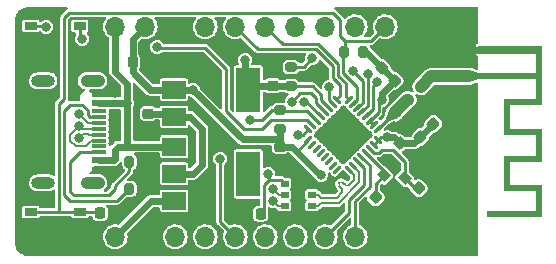
<source format=gbr>
%TF.GenerationSoftware,KiCad,Pcbnew,(6.0.5-0)*%
%TF.CreationDate,2022-07-11T15:01:11+02:00*%
%TF.ProjectId,ESP32-C3_breakout,45535033-322d-4433-935f-627265616b6f,rev?*%
%TF.SameCoordinates,Original*%
%TF.FileFunction,Copper,L1,Top*%
%TF.FilePolarity,Positive*%
%FSLAX46Y46*%
G04 Gerber Fmt 4.6, Leading zero omitted, Abs format (unit mm)*
G04 Created by KiCad (PCBNEW (6.0.5-0)) date 2022-07-11 15:01:11*
%MOMM*%
%LPD*%
G01*
G04 APERTURE LIST*
G04 Aperture macros list*
%AMRoundRect*
0 Rectangle with rounded corners*
0 $1 Rounding radius*
0 $2 $3 $4 $5 $6 $7 $8 $9 X,Y pos of 4 corners*
0 Add a 4 corners polygon primitive as box body*
4,1,4,$2,$3,$4,$5,$6,$7,$8,$9,$2,$3,0*
0 Add four circle primitives for the rounded corners*
1,1,$1+$1,$2,$3*
1,1,$1+$1,$4,$5*
1,1,$1+$1,$6,$7*
1,1,$1+$1,$8,$9*
0 Add four rect primitives between the rounded corners*
20,1,$1+$1,$2,$3,$4,$5,0*
20,1,$1+$1,$4,$5,$6,$7,0*
20,1,$1+$1,$6,$7,$8,$9,0*
20,1,$1+$1,$8,$9,$2,$3,0*%
%AMRotRect*
0 Rectangle, with rotation*
0 The origin of the aperture is its center*
0 $1 length*
0 $2 width*
0 $3 Rotation angle, in degrees counterclockwise*
0 Add horizontal line*
21,1,$1,$2,0,0,$3*%
G04 Aperture macros list end*
%TA.AperFunction,NonConductor*%
%ADD10C,0.200000*%
%TD*%
%TA.AperFunction,SMDPad,CuDef*%
%ADD11RoundRect,0.200000X-0.200000X-0.275000X0.200000X-0.275000X0.200000X0.275000X-0.200000X0.275000X0*%
%TD*%
%TA.AperFunction,SMDPad,CuDef*%
%ADD12R,1.050000X0.650000*%
%TD*%
%TA.AperFunction,SMDPad,CuDef*%
%ADD13RoundRect,0.225000X-0.250000X0.225000X-0.250000X-0.225000X0.250000X-0.225000X0.250000X0.225000X0*%
%TD*%
%TA.AperFunction,SMDPad,CuDef*%
%ADD14R,0.700000X0.510000*%
%TD*%
%TA.AperFunction,SMDPad,CuDef*%
%ADD15RotRect,0.900000X0.800000X135.000000*%
%TD*%
%TA.AperFunction,SMDPad,CuDef*%
%ADD16RoundRect,0.200000X0.275000X-0.200000X0.275000X0.200000X-0.275000X0.200000X-0.275000X-0.200000X0*%
%TD*%
%TA.AperFunction,SMDPad,CuDef*%
%ADD17RoundRect,0.225000X-0.225000X-0.250000X0.225000X-0.250000X0.225000X0.250000X-0.225000X0.250000X0*%
%TD*%
%TA.AperFunction,SMDPad,CuDef*%
%ADD18RoundRect,0.225000X-0.335876X-0.017678X-0.017678X-0.335876X0.335876X0.017678X0.017678X0.335876X0*%
%TD*%
%TA.AperFunction,SMDPad,CuDef*%
%ADD19RoundRect,0.225000X0.250000X-0.225000X0.250000X0.225000X-0.250000X0.225000X-0.250000X-0.225000X0*%
%TD*%
%TA.AperFunction,SMDPad,CuDef*%
%ADD20RoundRect,0.200000X0.200000X0.275000X-0.200000X0.275000X-0.200000X-0.275000X0.200000X-0.275000X0*%
%TD*%
%TA.AperFunction,SMDPad,CuDef*%
%ADD21R,2.000000X1.500000*%
%TD*%
%TA.AperFunction,SMDPad,CuDef*%
%ADD22R,2.000000X3.800000*%
%TD*%
%TA.AperFunction,SMDPad,CuDef*%
%ADD23RoundRect,0.225000X0.017678X-0.335876X0.335876X-0.017678X-0.017678X0.335876X-0.335876X0.017678X0*%
%TD*%
%TA.AperFunction,ConnectorPad*%
%ADD24R,0.500000X0.500000*%
%TD*%
%TA.AperFunction,SMDPad,CuDef*%
%ADD25R,0.500000X0.630000*%
%TD*%
%TA.AperFunction,SMDPad,CuDef*%
%ADD26RoundRect,0.218750X0.026517X-0.335876X0.335876X-0.026517X-0.026517X0.335876X-0.335876X0.026517X0*%
%TD*%
%TA.AperFunction,SMDPad,CuDef*%
%ADD27RoundRect,0.062500X0.220971X0.309359X-0.309359X-0.220971X-0.220971X-0.309359X0.309359X0.220971X0*%
%TD*%
%TA.AperFunction,SMDPad,CuDef*%
%ADD28RoundRect,0.062500X-0.220971X0.309359X-0.309359X0.220971X0.220971X-0.309359X0.309359X-0.220971X0*%
%TD*%
%TA.AperFunction,SMDPad,CuDef*%
%ADD29RotRect,3.450000X3.450000X225.000000*%
%TD*%
%TA.AperFunction,SMDPad,CuDef*%
%ADD30RoundRect,0.225000X-0.017678X0.335876X-0.335876X0.017678X0.017678X-0.335876X0.335876X-0.017678X0*%
%TD*%
%TA.AperFunction,SMDPad,CuDef*%
%ADD31RoundRect,0.225000X0.225000X0.250000X-0.225000X0.250000X-0.225000X-0.250000X0.225000X-0.250000X0*%
%TD*%
%TA.AperFunction,SMDPad,CuDef*%
%ADD32R,1.150000X0.600000*%
%TD*%
%TA.AperFunction,SMDPad,CuDef*%
%ADD33R,1.150000X0.300000*%
%TD*%
%TA.AperFunction,ComponentPad*%
%ADD34O,2.100000X1.050000*%
%TD*%
%TA.AperFunction,ComponentPad*%
%ADD35O,2.000000X1.000000*%
%TD*%
%TA.AperFunction,ComponentPad*%
%ADD36R,1.700000X1.700000*%
%TD*%
%TA.AperFunction,ComponentPad*%
%ADD37O,1.700000X1.700000*%
%TD*%
%TA.AperFunction,ViaPad*%
%ADD38C,0.800000*%
%TD*%
%TA.AperFunction,Conductor*%
%ADD39C,0.250000*%
%TD*%
%TA.AperFunction,Conductor*%
%ADD40C,0.600000*%
%TD*%
%TA.AperFunction,Conductor*%
%ADD41C,0.200000*%
%TD*%
%TA.AperFunction,Conductor*%
%ADD42C,1.040210*%
%TD*%
G04 APERTURE END LIST*
D10*
G36*
X190133536Y-67189003D02*
G01*
X189073536Y-67619003D01*
X188713536Y-67619003D01*
X188713536Y-66779003D01*
X189073536Y-66779003D01*
X190133536Y-67189003D01*
G37*
X190133536Y-67189003D02*
X189073536Y-67619003D01*
X188713536Y-67619003D01*
X188713536Y-66779003D01*
X189073536Y-66779003D01*
X190133536Y-67189003D01*
G36*
X183077602Y-70434552D02*
G01*
X182778000Y-70724000D01*
X181948000Y-70964000D01*
X182228000Y-70094000D01*
X182478000Y-69844000D01*
X183077602Y-70434552D01*
G37*
X183077602Y-70434552D02*
X182778000Y-70724000D01*
X181948000Y-70964000D01*
X182228000Y-70094000D01*
X182478000Y-69844000D01*
X183077602Y-70434552D01*
%TO.C,AE1*%
G36*
X195142000Y-69632000D02*
G01*
X192442000Y-69632000D01*
X192442000Y-71632000D01*
X195142000Y-71632000D01*
X195142000Y-74432000D01*
X192442000Y-74432000D01*
X192442000Y-76432000D01*
X195142000Y-76432000D01*
X195142000Y-79132000D01*
X190472000Y-79132000D01*
X190472000Y-78632000D01*
X194642000Y-78632000D01*
X194642000Y-76932000D01*
X191942000Y-76932000D01*
X191942000Y-73932000D01*
X194642000Y-73932000D01*
X194642000Y-72132000D01*
X191942000Y-72132000D01*
X191942000Y-69132000D01*
X194642000Y-69132000D01*
X194642000Y-67432000D01*
X189732000Y-67432000D01*
X189732000Y-66932000D01*
X194642000Y-66932000D01*
X194642000Y-65262000D01*
X189732000Y-65262000D01*
X189732000Y-65056844D01*
X189845957Y-65056844D01*
X189846700Y-65105363D01*
X189859600Y-65150878D01*
X189870213Y-65169489D01*
X189905447Y-65203132D01*
X189950632Y-65223691D01*
X190000158Y-65230222D01*
X190048417Y-65221782D01*
X190080643Y-65204888D01*
X190113313Y-65169628D01*
X190133408Y-65124318D01*
X190139982Y-65074733D01*
X190132092Y-65026647D01*
X190115186Y-64993755D01*
X190078416Y-64958815D01*
X190033622Y-64939153D01*
X189985215Y-64934417D01*
X189937605Y-64944258D01*
X189895203Y-64968326D01*
X189862419Y-65006269D01*
X189858065Y-65014181D01*
X189845957Y-65056844D01*
X189732000Y-65056844D01*
X189732000Y-64632000D01*
X195142000Y-64632000D01*
X195142000Y-69632000D01*
G37*
%TD*%
D11*
%TO.P,R3,1*%
%TO.N,Net-(J1-PadB5)*%
X160211000Y-74422000D03*
%TO.P,R3,2*%
%TO.N,GND*%
X161861000Y-74422000D03*
%TD*%
D12*
%TO.P,SW2,1,1*%
%TO.N,/BOOT*%
X151849000Y-62933000D03*
X155999000Y-62933000D03*
%TO.P,SW2,2,2*%
%TO.N,GND*%
X151849000Y-65083000D03*
X155999000Y-65083000D03*
%TD*%
D13*
%TO.P,C11,1*%
%TO.N,+3V3*%
X172974000Y-73139000D03*
%TO.P,C11,2*%
%TO.N,GND*%
X172974000Y-74689000D03*
%TD*%
D14*
%TO.P,IC1,1,VBUS*%
%TO.N,/USB_+5V*%
X173338000Y-76266000D03*
%TO.P,IC1,2,D(IN)_1*%
%TO.N,/D_N*%
X173338000Y-77216000D03*
%TO.P,IC1,3,D(IN)_2*%
%TO.N,/D_P*%
X173338000Y-78166000D03*
%TO.P,IC1,4,D(OUT)_1*%
%TO.N,/USB_D+*%
X175658000Y-78166000D03*
%TO.P,IC1,5,D(OUT)_2*%
%TO.N,/USB_D-*%
X175658000Y-77216000D03*
%TO.P,IC1,6,GND*%
%TO.N,GND*%
X175658000Y-76266000D03*
%TD*%
D15*
%TO.P,Y1,1,1*%
%TO.N,Net-(C15-Pad1)*%
X183509883Y-75798066D03*
%TO.P,Y1,2,2*%
%TO.N,GND*%
X182519934Y-74808117D03*
%TO.P,Y1,3,3*%
%TO.N,Net-(C14-Pad1)*%
X181742117Y-75585934D03*
%TO.P,Y1,4,4*%
%TO.N,GND*%
X182732066Y-76575883D03*
%TD*%
D16*
%TO.P,R4,1*%
%TO.N,+3V3*%
X173898000Y-68039000D03*
%TO.P,R4,2*%
%TO.N,/GPIO2*%
X173898000Y-66389000D03*
%TD*%
D17*
%TO.P,C4,1*%
%TO.N,/EN*%
X157721000Y-78740000D03*
%TO.P,C4,2*%
%TO.N,GND*%
X159271000Y-78740000D03*
%TD*%
D18*
%TO.P,C13,1*%
%TO.N,/ANT*%
X182712992Y-70190992D03*
%TO.P,C13,2*%
%TO.N,GND*%
X183809008Y-71287008D03*
%TD*%
D19*
%TO.P,C12,1*%
%TO.N,Net-(AE1-Pad1)*%
X187706000Y-67196000D03*
%TO.P,C12,2*%
%TO.N,GND*%
X187706000Y-65646000D03*
%TD*%
D20*
%TO.P,R1,1*%
%TO.N,+3V3*%
X180023000Y-65164000D03*
%TO.P,R1,2*%
%TO.N,/EN*%
X178373000Y-65164000D03*
%TD*%
D21*
%TO.P,U1,1,GND*%
%TO.N,GND*%
X163982000Y-66026000D03*
%TO.P,U1,2,VO*%
%TO.N,+3V3*%
X163982000Y-68326000D03*
D22*
X170282000Y-68326000D03*
D21*
%TO.P,U1,3,VI*%
%TO.N,VDD*%
X163982000Y-70626000D03*
%TD*%
D23*
%TO.P,C9,1*%
%TO.N,+3V3*%
X181567992Y-66470008D03*
%TO.P,C9,2*%
%TO.N,GND*%
X182664008Y-65373992D03*
%TD*%
D13*
%TO.P,C1,1*%
%TO.N,VDD*%
X161798000Y-70345000D03*
%TO.P,C1,2*%
%TO.N,GND*%
X161798000Y-71895000D03*
%TD*%
D23*
%TO.P,C8,1*%
%TO.N,+3V3*%
X182649992Y-67562008D03*
%TO.P,C8,2*%
%TO.N,GND*%
X183746008Y-66465992D03*
%TD*%
D18*
%TO.P,C7,1*%
%TO.N,+3V3*%
X184849992Y-72315992D03*
%TO.P,C7,2*%
%TO.N,GND*%
X185946008Y-73412008D03*
%TD*%
D21*
%TO.P,D1,1,A1*%
%TO.N,/USB_+5V*%
X163982000Y-73138000D03*
%TO.P,D1,2,K*%
%TO.N,VDD*%
X163982000Y-75438000D03*
%TO.P,D1,3,A2*%
%TO.N,/VIN*%
X163982000Y-77738000D03*
D22*
%TO.P,D1,4*%
%TO.N,N/C*%
X170282000Y-75438000D03*
%TD*%
D24*
%TO.P,AE1,1,A*%
%TO.N,Net-(AE1-Pad1)*%
X189982000Y-67182000D03*
D25*
%TO.P,AE1,2,Shield*%
%TO.N,GND*%
X189982000Y-64947000D03*
%TD*%
D26*
%TO.P,L1,1,1*%
%TO.N,/ANT*%
X183791153Y-69170847D03*
%TO.P,L1,2,2*%
%TO.N,Net-(AE1-Pad1)*%
X184904847Y-68057153D03*
%TD*%
D11*
%TO.P,R2,1*%
%TO.N,Net-(J1-PadA5)*%
X160211000Y-76708000D03*
%TO.P,R2,2*%
%TO.N,GND*%
X161861000Y-76708000D03*
%TD*%
D16*
%TO.P,R5,1*%
%TO.N,+3V3*%
X172974000Y-71691000D03*
%TO.P,R5,2*%
%TO.N,/GPIO8*%
X172974000Y-70041000D03*
%TD*%
D27*
%TO.P,U2,1,LNA_IN*%
%TO.N,/ANT*%
X181269010Y-71649864D03*
%TO.P,U2,2,VDD3P3*%
%TO.N,+3V3*%
X180915456Y-71296311D03*
%TO.P,U2,3,VDD3P3*%
X180561903Y-70942757D03*
%TO.P,U2,4,XTAL_32K_P/ADC1_CH0*%
%TO.N,/GPIO0*%
X180208349Y-70589204D03*
%TO.P,U2,5,XTAL_32K_N/ADC1_CH1*%
%TO.N,/GPIO1*%
X179854796Y-70235651D03*
%TO.P,U2,6,GPIO2/ADC1_CH2*%
%TO.N,/GPIO2*%
X179501243Y-69882097D03*
%TO.P,U2,7,CHIP_EN*%
%TO.N,/EN*%
X179147689Y-69528544D03*
%TO.P,U2,8,GPIO3/ADC1_CH3*%
%TO.N,/GPIO3*%
X178794136Y-69174990D03*
D28*
%TO.P,U2,9,MTMS/GPIO4/ADC1_CH4*%
%TO.N,/GPIO4*%
X177821864Y-69174990D03*
%TO.P,U2,10,MTDI/GPIO5/ADC2_CH0*%
%TO.N,/GPIO5*%
X177468311Y-69528544D03*
%TO.P,U2,11,VDD3P3_RTC*%
%TO.N,+3V3*%
X177114757Y-69882097D03*
%TO.P,U2,12,MTCK/GPIO6*%
%TO.N,/GPIO6*%
X176761204Y-70235651D03*
%TO.P,U2,13,MTDO/GPIO7*%
%TO.N,/GPIO7*%
X176407651Y-70589204D03*
%TO.P,U2,14,GPIO8*%
%TO.N,/GPIO8*%
X176054097Y-70942757D03*
%TO.P,U2,15,GPIO9/BOOT*%
%TO.N,/BOOT*%
X175700544Y-71296311D03*
%TO.P,U2,16,GPIO10*%
%TO.N,/GPIO10*%
X175346990Y-71649864D03*
D27*
%TO.P,U2,17,VDD3P3_CPU*%
%TO.N,+3V3*%
X175346990Y-72622136D03*
%TO.P,U2,18,VDD_SPI/GPIO11*%
%TO.N,unconnected-(U2-Pad18)*%
X175700544Y-72975689D03*
%TO.P,U2,19,SPIHD/GPIO12*%
%TO.N,unconnected-(U2-Pad19)*%
X176054097Y-73329243D03*
%TO.P,U2,20,SPIWP/GPIO13*%
%TO.N,unconnected-(U2-Pad20)*%
X176407651Y-73682796D03*
%TO.P,U2,21,SPICS0/GPIO14*%
%TO.N,unconnected-(U2-Pad21)*%
X176761204Y-74036349D03*
%TO.P,U2,22,SPICLK/GPIO15*%
%TO.N,unconnected-(U2-Pad22)*%
X177114757Y-74389903D03*
%TO.P,U2,23,SPID/GPIO16*%
%TO.N,unconnected-(U2-Pad23)*%
X177468311Y-74743456D03*
%TO.P,U2,24,SPIQ/GPIO17*%
%TO.N,unconnected-(U2-Pad24)*%
X177821864Y-75097010D03*
D28*
%TO.P,U2,25,GPIO18/USB_D-*%
%TO.N,/USB_D-*%
X178794136Y-75097010D03*
%TO.P,U2,26,GPIO19/USB_D+*%
%TO.N,/USB_D+*%
X179147689Y-74743456D03*
%TO.P,U2,27,U0RXD/GPIO20*%
%TO.N,/RX*%
X179501243Y-74389903D03*
%TO.P,U2,28,U0TXD/GPIO21*%
%TO.N,/TX*%
X179854796Y-74036349D03*
%TO.P,U2,29,XTAL_N*%
%TO.N,Net-(C14-Pad1)*%
X180208349Y-73682796D03*
%TO.P,U2,30,XTAL_P*%
%TO.N,Net-(C15-Pad1)*%
X180561903Y-73329243D03*
%TO.P,U2,31,VDDA*%
%TO.N,+3V3*%
X180915456Y-72975689D03*
%TO.P,U2,32,VDDA*%
X181269010Y-72622136D03*
D29*
%TO.P,U2,33,GND*%
%TO.N,GND*%
X178308000Y-72136000D03*
%TD*%
D18*
%TO.P,C10,1*%
%TO.N,+3V3*%
X185949992Y-71215992D03*
%TO.P,C10,2*%
%TO.N,GND*%
X187046008Y-72312008D03*
%TD*%
%TO.P,C6,1*%
%TO.N,+3V3*%
X183093992Y-72857992D03*
%TO.P,C6,2*%
%TO.N,GND*%
X184190008Y-73954008D03*
%TD*%
D30*
%TO.P,C15,1*%
%TO.N,Net-(C15-Pad1)*%
X184698008Y-76667992D03*
%TO.P,C15,2*%
%TO.N,GND*%
X183601992Y-77764008D03*
%TD*%
D18*
%TO.P,C14,1*%
%TO.N,Net-(C14-Pad1)*%
X181061992Y-77429992D03*
%TO.P,C14,2*%
%TO.N,GND*%
X182158008Y-78526008D03*
%TD*%
D19*
%TO.P,C3,1*%
%TO.N,+3V3*%
X172348000Y-67989000D03*
%TO.P,C3,2*%
%TO.N,GND*%
X172348000Y-66439000D03*
%TD*%
D12*
%TO.P,SW1,1,1*%
%TO.N,/EN*%
X151849000Y-78681000D03*
X155999000Y-78681000D03*
%TO.P,SW1,2,2*%
%TO.N,GND*%
X151849000Y-80831000D03*
X155999000Y-80831000D03*
%TD*%
D17*
%TO.P,C2,1*%
%TO.N,+3V3*%
X160473000Y-66014000D03*
%TO.P,C2,2*%
%TO.N,GND*%
X162023000Y-66014000D03*
%TD*%
D31*
%TO.P,C5,1*%
%TO.N,/USB_+5V*%
X171323000Y-78814000D03*
%TO.P,C5,2*%
%TO.N,GND*%
X169773000Y-78814000D03*
%TD*%
D32*
%TO.P,J1,A1_B12,GND*%
%TO.N,GND*%
X157663000Y-68682000D03*
%TO.P,J1,A4_B9,VBUS*%
%TO.N,/USB_+5V*%
X157663000Y-69482000D03*
D33*
%TO.P,J1,A5,CC1*%
%TO.N,Net-(J1-PadA5)*%
X157663000Y-70632000D03*
%TO.P,J1,A6,DP1*%
%TO.N,/D_P*%
X157663000Y-71632000D03*
%TO.P,J1,A7,DN1*%
%TO.N,/D_N*%
X157663000Y-72132000D03*
%TO.P,J1,A8,SBU1*%
%TO.N,unconnected-(J1-PadA8)*%
X157663000Y-73132000D03*
D32*
%TO.P,J1,B1_A12,GND*%
%TO.N,GND*%
X157663000Y-75082000D03*
%TO.P,J1,B4_A9,VBUS*%
%TO.N,/USB_+5V*%
X157663000Y-74282000D03*
D33*
%TO.P,J1,B5,CC2*%
%TO.N,Net-(J1-PadB5)*%
X157663000Y-73632000D03*
%TO.P,J1,B6,DP2*%
%TO.N,/D_P*%
X157663000Y-72632000D03*
%TO.P,J1,B7,DN2*%
%TO.N,/D_N*%
X157663000Y-71132000D03*
%TO.P,J1,B8,SBU2*%
%TO.N,unconnected-(J1-PadB8)*%
X157663000Y-70132000D03*
D34*
%TO.P,J1,S1,SHELL_GND*%
%TO.N,unconnected-(J1-PadS1)*%
X157088000Y-67562000D03*
D35*
%TO.P,J1,S2,SHELL_GND*%
X152908000Y-67562000D03*
%TO.P,J1,S3,SHELL_GND*%
X152908000Y-76202000D03*
D34*
%TO.P,J1,S4,SHELL_GND*%
X157088000Y-76202000D03*
%TD*%
D36*
%TO.P,J3,1,Pin_1*%
%TO.N,GND*%
X184404000Y-62992000D03*
D37*
%TO.P,J3,2,Pin_2*%
%TO.N,/EN*%
X181864000Y-62992000D03*
%TO.P,J3,3,Pin_3*%
%TO.N,/GPIO0*%
X179324000Y-62992000D03*
%TO.P,J3,4,Pin_4*%
%TO.N,/GPIO1*%
X176784000Y-62992000D03*
%TO.P,J3,5,Pin_5*%
%TO.N,/GPIO2*%
X174244000Y-62992000D03*
%TO.P,J3,6,Pin_6*%
%TO.N,/GPIO3*%
X171704000Y-62992000D03*
%TO.P,J3,7,Pin_7*%
%TO.N,/GPIO4*%
X169164000Y-62992000D03*
%TO.P,J3,8,Pin_8*%
%TO.N,/GPIO5*%
X166624000Y-62992000D03*
%TO.P,J3,9,Pin_9*%
%TO.N,GND*%
X164084000Y-62992000D03*
%TO.P,J3,10,Pin_10*%
%TO.N,+3V3*%
X161544000Y-62992000D03*
%TO.P,J3,11,Pin_11*%
%TO.N,/USB_+5V*%
X159004000Y-62992000D03*
%TD*%
D36*
%TO.P,J2,1,Pin_1*%
%TO.N,GND*%
X184404000Y-80772000D03*
D37*
%TO.P,J2,2,Pin_2*%
X181864000Y-80772000D03*
%TO.P,J2,3,Pin_3*%
%TO.N,/TX*%
X179324000Y-80772000D03*
%TO.P,J2,4,Pin_4*%
%TO.N,/RX*%
X176784000Y-80772000D03*
%TO.P,J2,5,Pin_5*%
%TO.N,/GPIO10*%
X174244000Y-80772000D03*
%TO.P,J2,6,Pin_6*%
%TO.N,/GPIO9*%
X171704000Y-80772000D03*
%TO.P,J2,7,Pin_7*%
%TO.N,/GPIO8*%
X169164000Y-80772000D03*
%TO.P,J2,8,Pin_8*%
%TO.N,/GPIO7*%
X166624000Y-80772000D03*
%TO.P,J2,9,Pin_9*%
%TO.N,/GPIO6*%
X164084000Y-80772000D03*
%TO.P,J2,10,Pin_10*%
%TO.N,GND*%
X161544000Y-80772000D03*
%TO.P,J2,11,Pin_11*%
%TO.N,/VIN*%
X159004000Y-80772000D03*
%TD*%
D38*
%TO.N,GND*%
X186048000Y-77214000D03*
X178308000Y-73152000D03*
X189148000Y-62914000D03*
X158999701Y-75433701D03*
X184448000Y-78614000D03*
X168648000Y-76200000D03*
X189148000Y-79514000D03*
X167386000Y-72644000D03*
X185348000Y-75514000D03*
X187148000Y-68514000D03*
X159004000Y-72136000D03*
X189148000Y-70514000D03*
X161898000Y-75564000D03*
X189148000Y-73514000D03*
X189148000Y-77514000D03*
X168698000Y-78239000D03*
X162248000Y-67214000D03*
X183648000Y-79214000D03*
X188148000Y-61914000D03*
X161148000Y-69214000D03*
X167640000Y-69088000D03*
X152908000Y-69088000D03*
X185348000Y-74514000D03*
X184048000Y-65114000D03*
X174498000Y-79248000D03*
X189148000Y-80514000D03*
X166370000Y-78232000D03*
X189148000Y-76514000D03*
X185248000Y-77914000D03*
X186248000Y-65914000D03*
X157734000Y-66294000D03*
X178308000Y-70866000D03*
X177038000Y-78994000D03*
X177038000Y-72136000D03*
X152908000Y-74422000D03*
X189148000Y-74514000D03*
X159004000Y-68580000D03*
X181048000Y-79214000D03*
X189148000Y-64914000D03*
X188148000Y-81514000D03*
X153670000Y-64516000D03*
X177048000Y-76614000D03*
X189148000Y-81514000D03*
X187148000Y-81514000D03*
X182648000Y-71414000D03*
X160274000Y-77978000D03*
X166624000Y-76200000D03*
X171958000Y-69088000D03*
X189148000Y-75514000D03*
X186148000Y-68514000D03*
X180348000Y-78514000D03*
X171958000Y-73914000D03*
X186048000Y-76214000D03*
X165862000Y-66040000D03*
X181887050Y-74153550D03*
X184748000Y-69914000D03*
X189148000Y-68514000D03*
X189148000Y-61914000D03*
X167898000Y-64214000D03*
X189148000Y-78514000D03*
X189148000Y-65914000D03*
X185148000Y-65914000D03*
X187148000Y-61914000D03*
X188148000Y-68514000D03*
X168910000Y-65786000D03*
X189148000Y-63914000D03*
X189148000Y-69514000D03*
X185448000Y-69214000D03*
X153924000Y-79756000D03*
X189148000Y-72514000D03*
X171098000Y-65764000D03*
X179578000Y-72136000D03*
X189148000Y-71514000D03*
%TO.N,+3V3*%
X181571540Y-69164000D03*
X182048000Y-72364000D03*
X169998000Y-65814000D03*
X165608000Y-68326000D03*
X176448000Y-75514000D03*
%TO.N,/BOOT*%
X153162000Y-62992000D03*
X156210000Y-64008000D03*
X162548000Y-64714000D03*
%TO.N,/GPIO0*%
X181141750Y-67681713D03*
%TO.N,/GPIO1*%
X180398000Y-67014000D03*
%TO.N,/GPIO2*%
X179100574Y-66711426D03*
X175698000Y-65664000D03*
%TO.N,/GPIO5*%
X177140500Y-68072000D03*
%TO.N,/GPIO6*%
X173965638Y-69327836D03*
%TO.N,/GPIO7*%
X174963805Y-69379500D03*
%TO.N,/GPIO8*%
X170434000Y-70903500D03*
X167894000Y-74168000D03*
%TO.N,/GPIO10*%
X174516490Y-72134463D03*
%TO.N,/D_P*%
X155956000Y-71357000D03*
X172348000Y-77724000D03*
%TO.N,/D_N*%
X155956000Y-70357497D03*
X155964500Y-72398500D03*
X172348000Y-76708000D03*
%TO.N,/USB_+5V*%
X160020000Y-69469000D03*
X171958000Y-75438000D03*
%TD*%
D39*
%TO.N,GND*%
X182519934Y-74808117D02*
X182519934Y-74786434D01*
D40*
X189181000Y-64947000D02*
X189148000Y-64914000D01*
X189982000Y-64947000D02*
X189181000Y-64947000D01*
D39*
X182519934Y-74786434D02*
X181887050Y-74153550D01*
D40*
X158648000Y-75082000D02*
X158999701Y-75433701D01*
X157663000Y-75082000D02*
X158648000Y-75082000D01*
D39*
X182732066Y-74808117D02*
X182504117Y-74808117D01*
%TO.N,Net-(C14-Pad1)*%
X180208349Y-73682796D02*
X181742117Y-75216564D01*
X181061992Y-77429992D02*
X181061992Y-76266059D01*
X181061992Y-76266059D02*
X181742117Y-75585934D01*
X181742117Y-75216564D02*
X181742117Y-75585934D01*
D40*
%TO.N,+3V3*%
X182600000Y-72364000D02*
X182048000Y-72364000D01*
D39*
X182048000Y-72364000D02*
X181527146Y-72364000D01*
X175346990Y-72622136D02*
X175339864Y-72622136D01*
D40*
X181571540Y-69164000D02*
X181571540Y-68640460D01*
X165608000Y-68328102D02*
X169819898Y-72540000D01*
D39*
X175339864Y-72622136D02*
X174398000Y-73564000D01*
X180915457Y-72975689D02*
X181269010Y-72622136D01*
D40*
X180023000Y-65164000D02*
X180261984Y-65164000D01*
X173973000Y-73139000D02*
X172974000Y-73139000D01*
D39*
X180915456Y-71296311D02*
X180915456Y-71296310D01*
D40*
X163982000Y-68326000D02*
X165608000Y-68326000D01*
D39*
X180561903Y-70942757D02*
X181296560Y-70208100D01*
D40*
X160473000Y-66839000D02*
X160473000Y-66014000D01*
X161960000Y-68326000D02*
X160473000Y-66839000D01*
X182649992Y-67552008D02*
X181567992Y-66470008D01*
X184307992Y-72857992D02*
X183093992Y-72857992D01*
D39*
X180561903Y-70942757D02*
X180569243Y-70942757D01*
D40*
X160473000Y-64063000D02*
X161544000Y-62992000D01*
X169998000Y-68042000D02*
X170282000Y-68326000D01*
X181571540Y-68640460D02*
X182649992Y-67562008D01*
X170619000Y-67989000D02*
X170282000Y-68326000D01*
X185949992Y-71215992D02*
X184849992Y-72315992D01*
D39*
X177114757Y-69882097D02*
X176416000Y-69183340D01*
D40*
X169819898Y-72540000D02*
X172974000Y-72540000D01*
X172974000Y-72136000D02*
X172974000Y-71691000D01*
D39*
X175723000Y-68039000D02*
X173898000Y-68039000D01*
D40*
X174398000Y-73564000D02*
X173973000Y-73139000D01*
D39*
X181527146Y-72364000D02*
X181269010Y-72622136D01*
D40*
X172974000Y-73139000D02*
X172974000Y-72540000D01*
D39*
X176416000Y-69183340D02*
X176416000Y-68732000D01*
X181296560Y-69438980D02*
X181571540Y-69164000D01*
X180915456Y-72975689D02*
X180915457Y-72975689D01*
D40*
X176348000Y-75514000D02*
X174398000Y-73564000D01*
X172974000Y-72540000D02*
X172974000Y-72136000D01*
X184849992Y-72315992D02*
X184307992Y-72857992D01*
X163982000Y-68326000D02*
X161960000Y-68326000D01*
X183093992Y-72857992D02*
X182600000Y-72364000D01*
X160473000Y-66014000D02*
X160473000Y-64063000D01*
X172398000Y-68039000D02*
X172348000Y-67989000D01*
X182649992Y-67562008D02*
X182649992Y-67552008D01*
D39*
X181296560Y-70208100D02*
X181296560Y-69438980D01*
D40*
X172348000Y-67989000D02*
X170619000Y-67989000D01*
X173898000Y-68039000D02*
X172398000Y-68039000D01*
X176448000Y-75514000D02*
X176348000Y-75514000D01*
X165608000Y-68326000D02*
X165608000Y-68328102D01*
X169998000Y-65814000D02*
X169998000Y-68042000D01*
D39*
X176416000Y-68732000D02*
X175723000Y-68039000D01*
X180915456Y-71296310D02*
X180561903Y-70942757D01*
D40*
X180261984Y-65164000D02*
X181567992Y-66470008D01*
%TO.N,VDD*%
X163982000Y-70626000D02*
X165368000Y-70626000D01*
X165608000Y-75438000D02*
X163982000Y-75438000D01*
X165368000Y-70626000D02*
X166370000Y-71628000D01*
X166370000Y-71628000D02*
X166370000Y-74676000D01*
X163701000Y-70345000D02*
X163982000Y-70626000D01*
X161798000Y-70345000D02*
X163701000Y-70345000D01*
X166370000Y-74676000D02*
X165608000Y-75438000D01*
D39*
%TO.N,Net-(J1-PadA5)*%
X154686000Y-70104000D02*
X154686000Y-77216000D01*
X155194000Y-69596000D02*
X154686000Y-70104000D01*
X159195000Y-77724000D02*
X160211000Y-76708000D01*
X154686000Y-77216000D02*
X155194000Y-77724000D01*
X156680511Y-70474511D02*
X156680511Y-70057394D01*
X156219117Y-69596000D02*
X155194000Y-69596000D01*
X156680511Y-70057394D02*
X156219117Y-69596000D01*
X156838000Y-70632000D02*
X156680511Y-70474511D01*
X155194000Y-77724000D02*
X159195000Y-77724000D01*
X157663000Y-70632000D02*
X156838000Y-70632000D01*
%TO.N,Net-(J1-PadB5)*%
X159004000Y-76454000D02*
X159004000Y-76708000D01*
X158437520Y-77274480D02*
X155506480Y-77274480D01*
X155984000Y-73632000D02*
X157663000Y-73632000D01*
X160211000Y-75247000D02*
X159004000Y-76454000D01*
X155194000Y-74422000D02*
X155984000Y-73632000D01*
X159004000Y-76708000D02*
X158437520Y-77274480D01*
X160211000Y-74422000D02*
X160211000Y-75247000D01*
X155506480Y-77274480D02*
X155194000Y-76962000D01*
X155194000Y-76962000D02*
X155194000Y-74422000D01*
D41*
%TO.N,/USB_D-*%
X178267110Y-76187953D02*
X178501057Y-76421900D01*
X179216830Y-75988970D02*
X179216830Y-75519704D01*
X178218213Y-76704741D02*
X177984267Y-76470795D01*
X177984267Y-76187953D02*
X177984267Y-76187952D01*
X176433001Y-77466000D02*
X177739800Y-77466000D01*
X177739800Y-77466000D02*
X178218214Y-76987584D01*
X176183001Y-77216000D02*
X176433001Y-77466000D01*
X175658000Y-77216000D02*
X176183001Y-77216000D01*
X178783900Y-76421900D02*
X179216830Y-75988970D01*
X179216830Y-75519704D02*
X178794136Y-75097010D01*
X178501057Y-76421900D02*
X178501056Y-76421900D01*
X177984293Y-76187979D02*
G75*
G03*
X177984267Y-76470795I141407J-141421D01*
G01*
X178267122Y-76187941D02*
G75*
G03*
X177984267Y-76187952I-141422J-141459D01*
G01*
X178218176Y-76704778D02*
G75*
G02*
X178218214Y-76987584I-141376J-141422D01*
G01*
X178783899Y-76421899D02*
G75*
G02*
X178501057Y-76421899I-141421J141421D01*
G01*
%TO.N,/USB_D+*%
X179666830Y-75262597D02*
X179666830Y-76175370D01*
X177926200Y-77916000D02*
X176433001Y-77916000D01*
X176433001Y-77916000D02*
X176183001Y-78166000D01*
X176183001Y-78166000D02*
X175658000Y-78166000D01*
X179147689Y-74743456D02*
X179666830Y-75262597D01*
X179666830Y-76175370D02*
X177926200Y-77916000D01*
D39*
%TO.N,/EN*%
X178048000Y-63814000D02*
X178048000Y-62420978D01*
X180642000Y-64214000D02*
X178448000Y-64214000D01*
X154237000Y-78681000D02*
X151849000Y-78681000D01*
X155098511Y-61817489D02*
X154686000Y-62230000D01*
X178048000Y-62420978D02*
X177444511Y-61817489D01*
X179147689Y-69528544D02*
X179490514Y-69185719D01*
X181864000Y-62992000D02*
X180642000Y-64214000D01*
X154686000Y-62230000D02*
X154686000Y-69088000D01*
X178448000Y-64214000D02*
X178448000Y-65089000D01*
X178308718Y-65228282D02*
X178373000Y-65164000D01*
X179490514Y-69185719D02*
X179490514Y-68125964D01*
X154686000Y-69088000D02*
X154236480Y-69537520D01*
X154236480Y-69537520D02*
X154236480Y-78680480D01*
X179490514Y-68125964D02*
X178308718Y-66944168D01*
X155999000Y-78681000D02*
X157526000Y-78681000D01*
X154232520Y-78676520D02*
X154237000Y-78681000D01*
X178308718Y-66944168D02*
X178308718Y-65228282D01*
X178448000Y-64214000D02*
X178048000Y-63814000D01*
X177444511Y-61817489D02*
X155098511Y-61817489D01*
D40*
X181864000Y-62992000D02*
X181419000Y-62992000D01*
D39*
X155999000Y-78681000D02*
X154237000Y-78681000D01*
X178448000Y-65089000D02*
X178373000Y-65164000D01*
%TO.N,/BOOT*%
X162604000Y-64770000D02*
X162548000Y-64714000D01*
X153103000Y-62933000D02*
X153162000Y-62992000D01*
X151849000Y-62933000D02*
X153103000Y-62933000D01*
X168402000Y-66548000D02*
X168402000Y-70104000D01*
X169926000Y-71628000D02*
X171450000Y-71628000D01*
X171450000Y-71628000D02*
X172212000Y-70866000D01*
X168402000Y-70104000D02*
X169926000Y-71628000D01*
X172212000Y-70866000D02*
X175270233Y-70866000D01*
X166624000Y-64770000D02*
X168402000Y-66548000D01*
X155999000Y-62933000D02*
X155999000Y-63797000D01*
X166624000Y-64770000D02*
X162604000Y-64770000D01*
X175270233Y-70866000D02*
X175700544Y-71296311D01*
X155999000Y-63797000D02*
X156210000Y-64008000D01*
%TO.N,/GPIO0*%
X180847040Y-67976423D02*
X181141750Y-67681713D01*
X180847040Y-68564960D02*
X180847040Y-67976423D01*
X180208349Y-70589204D02*
X180847040Y-69950513D01*
X180847040Y-69950513D02*
X180847040Y-68564960D01*
X179324000Y-62992000D02*
X179324000Y-63437000D01*
%TO.N,/GPIO1*%
X179854796Y-70235651D02*
X180397520Y-69692927D01*
X180397520Y-69692927D02*
X180397520Y-67014480D01*
X180397520Y-67014480D02*
X180398000Y-67014000D01*
%TO.N,/GPIO2*%
X174244000Y-62992000D02*
X174447435Y-62992000D01*
X179501243Y-69882097D02*
X179948000Y-69435340D01*
X179100574Y-66741188D02*
X179100574Y-66711426D01*
X173898000Y-66389000D02*
X174973000Y-66389000D01*
X179948000Y-69435340D02*
X179948000Y-67588614D01*
X179948000Y-67588614D02*
X179100574Y-66741188D01*
X174973000Y-66389000D02*
X175698000Y-65664000D01*
%TO.N,/GPIO3*%
X173176000Y-64464000D02*
X171704000Y-62992000D01*
X177859198Y-66114000D02*
X176209198Y-64464000D01*
X177859198Y-67130366D02*
X177859198Y-66114000D01*
X178794136Y-69174990D02*
X178503520Y-68884374D01*
X178503520Y-67774688D02*
X177859198Y-67130366D01*
X178503520Y-68884374D02*
X178503520Y-67774688D01*
X176209198Y-64464000D02*
X173176000Y-64464000D01*
%TO.N,/GPIO4*%
X171085520Y-64913520D02*
X176023000Y-64913520D01*
X177821864Y-69066136D02*
X177821864Y-69174990D01*
X177409678Y-67316564D02*
X178054000Y-67960886D01*
X178054000Y-67960886D02*
X178054000Y-68834000D01*
X169164000Y-62992000D02*
X171085520Y-64913520D01*
X178054000Y-68834000D02*
X177821864Y-69066136D01*
X176023000Y-64913520D02*
X177409678Y-66300198D01*
X177409678Y-66300198D02*
X177409678Y-67316564D01*
%TO.N,/GPIO5*%
X177125486Y-69185719D02*
X177125486Y-68087014D01*
X177468311Y-69528544D02*
X177125486Y-69185719D01*
X177125486Y-68087014D02*
X177140500Y-68072000D01*
%TO.N,/GPIO6*%
X175966480Y-69032480D02*
X175966480Y-69440927D01*
X175554067Y-68620067D02*
X175966480Y-69032480D01*
X176761204Y-70235651D02*
X175966480Y-69440927D01*
X174673407Y-68620067D02*
X175554067Y-68620067D01*
X174673407Y-68620067D02*
X173965638Y-69327836D01*
%TO.N,/GPIO7*%
X175197947Y-69379500D02*
X174963805Y-69379500D01*
X176407651Y-70589204D02*
X175197947Y-69379500D01*
%TO.N,/GPIO8*%
X172974000Y-70041000D02*
X172275000Y-70041000D01*
X167894000Y-79502000D02*
X167894000Y-74168000D01*
X169164000Y-80772000D02*
X167894000Y-79502000D01*
X171704000Y-70612000D02*
X171412500Y-70903500D01*
X173037000Y-70104000D02*
X172974000Y-70041000D01*
X172275000Y-70041000D02*
X171704000Y-70612000D01*
X174244000Y-70104000D02*
X173037000Y-70104000D01*
X175215340Y-70104000D02*
X174244000Y-70104000D01*
X171412500Y-70903500D02*
X170434000Y-70903500D01*
X176054097Y-70942757D02*
X175215340Y-70104000D01*
%TO.N,/GPIO10*%
X174516490Y-72134463D02*
X174862391Y-72134463D01*
X174862391Y-72134463D02*
X175346990Y-71649864D01*
%TO.N,/RX*%
X178816000Y-77626562D02*
X178816000Y-78740000D01*
X180091330Y-76351232D02*
X178816000Y-77626562D01*
X179501243Y-74389903D02*
X180091330Y-74979990D01*
X178816000Y-78740000D02*
X176784000Y-80772000D01*
X180091330Y-74979990D02*
X180091330Y-76351232D01*
%TO.N,/TX*%
X179854796Y-74036349D02*
X180540849Y-74722402D01*
X179324000Y-77754278D02*
X179324000Y-80772000D01*
X180540849Y-74722402D02*
X180540849Y-76537430D01*
X180540849Y-76537430D02*
X179324000Y-77754278D01*
D41*
%TO.N,/D_P*%
X156256000Y-71657000D02*
X156775499Y-71657000D01*
X156775499Y-71657000D02*
X156800499Y-71632000D01*
X157651000Y-72644000D02*
X156972000Y-72644000D01*
X155656511Y-73106511D02*
X155194000Y-72644000D01*
X155194000Y-72136000D02*
X155956000Y-71374000D01*
X157663000Y-72632000D02*
X157651000Y-72644000D01*
X155194000Y-72644000D02*
X155194000Y-72136000D01*
X155956000Y-71357000D02*
X156256000Y-71657000D01*
X156800499Y-71632000D02*
X157663000Y-71632000D01*
X155956000Y-71374000D02*
X155956000Y-71357000D01*
X156509489Y-73106511D02*
X155656511Y-73106511D01*
X172790000Y-78166000D02*
X172348000Y-77724000D01*
X173338000Y-78166000D02*
X172790000Y-78166000D01*
X156972000Y-72644000D02*
X156509489Y-73106511D01*
%TO.N,/D_N*%
X156730503Y-71132000D02*
X157663000Y-71132000D01*
X156775499Y-72107000D02*
X156800499Y-72132000D01*
X155964500Y-72398500D02*
X156256000Y-72107000D01*
X173338000Y-77216000D02*
X172856000Y-77216000D01*
X156800499Y-72132000D02*
X157663000Y-72132000D01*
X155956000Y-70357497D02*
X156730503Y-71132000D01*
X156256000Y-72107000D02*
X156775499Y-72107000D01*
X172856000Y-77216000D02*
X172348000Y-76708000D01*
D40*
%TO.N,/VIN*%
X162038000Y-77738000D02*
X163982000Y-77738000D01*
X159004000Y-80772000D02*
X162038000Y-77738000D01*
%TO.N,/USB_+5V*%
X159004000Y-74168000D02*
X158890000Y-74282000D01*
X158890000Y-74282000D02*
X157663000Y-74282000D01*
D39*
X171623489Y-78513511D02*
X171323000Y-78814000D01*
X160034023Y-70086511D02*
X160034023Y-70597977D01*
X171606511Y-76424875D02*
X171606511Y-78530489D01*
X171606511Y-78530489D02*
X171323000Y-78814000D01*
D40*
X160020000Y-67818000D02*
X160020000Y-69342000D01*
D39*
X160034023Y-70597977D02*
X160020000Y-70612000D01*
D40*
X159272000Y-73138000D02*
X159004000Y-73406000D01*
X160034000Y-73138000D02*
X159272000Y-73138000D01*
D39*
X173338000Y-76266000D02*
X173055489Y-75983489D01*
D40*
X157663000Y-69482000D02*
X159880000Y-69482000D01*
X160020000Y-69342000D02*
X160020000Y-70612000D01*
D39*
X173055489Y-75983489D02*
X172047897Y-75983489D01*
D40*
X160020000Y-70612000D02*
X160020000Y-73124000D01*
X159004000Y-62992000D02*
X159004000Y-66802000D01*
X163982000Y-73138000D02*
X160034000Y-73138000D01*
D39*
X172047897Y-75527897D02*
X171958000Y-75438000D01*
X172047897Y-75983489D02*
X171606511Y-76424875D01*
D40*
X160020000Y-73124000D02*
X160034000Y-73138000D01*
X159880000Y-69482000D02*
X160020000Y-69342000D01*
D39*
X172047897Y-75983489D02*
X172047897Y-75527897D01*
D40*
X159004000Y-73406000D02*
X159004000Y-74168000D01*
X159004000Y-66802000D02*
X160020000Y-67818000D01*
D39*
%TO.N,/ANT*%
X181269010Y-71634974D02*
X182712992Y-70190992D01*
X181269010Y-71649864D02*
X181269010Y-71634974D01*
X182712992Y-70205898D02*
X182712992Y-70190992D01*
D42*
X183746247Y-69170847D02*
X182719547Y-70197547D01*
D39*
X181269010Y-71649864D02*
X181269026Y-71649864D01*
D42*
X183791153Y-69170847D02*
X183746247Y-69170847D01*
%TO.N,Net-(AE1-Pad1)*%
X188806000Y-67196000D02*
X188808000Y-67194000D01*
D39*
X188820000Y-67182000D02*
X188808000Y-67194000D01*
D42*
X185766000Y-67196000D02*
X187706000Y-67196000D01*
D39*
X189982000Y-67182000D02*
X188820000Y-67182000D01*
D42*
X184904847Y-68057153D02*
X185766000Y-67196000D01*
X187706000Y-67196000D02*
X188806000Y-67196000D01*
D39*
%TO.N,Net-(C15-Pad1)*%
X184379809Y-76667992D02*
X183509883Y-75798066D01*
X183509883Y-74404575D02*
X182511308Y-73406000D01*
X182511308Y-73406000D02*
X181610000Y-73406000D01*
X181343933Y-73672067D02*
X180904727Y-73672067D01*
X183509883Y-75798066D02*
X183509883Y-74404575D01*
X184698008Y-76667992D02*
X184379809Y-76667992D01*
X180904727Y-73672067D02*
X180561903Y-73329243D01*
X181610000Y-73406000D02*
X181343933Y-73672067D01*
%TD*%
%TA.AperFunction,Conductor*%
%TO.N,GND*%
G36*
X154950871Y-61360713D02*
G01*
X154987416Y-61411013D01*
X154987416Y-61473187D01*
X154949442Y-61524506D01*
X154927056Y-61540181D01*
X154919654Y-61544897D01*
X154893681Y-61559892D01*
X154893679Y-61559894D01*
X154886056Y-61564295D01*
X154880400Y-61571036D01*
X154880398Y-61571038D01*
X154861116Y-61594017D01*
X154855187Y-61600487D01*
X154468991Y-61986683D01*
X154462520Y-61992612D01*
X154439547Y-62011888D01*
X154439545Y-62011890D01*
X154432806Y-62017545D01*
X154428407Y-62025165D01*
X154428405Y-62025167D01*
X154413408Y-62051143D01*
X154408692Y-62058545D01*
X154391495Y-62083105D01*
X154386446Y-62090316D01*
X154384168Y-62098817D01*
X154381765Y-62103970D01*
X154379814Y-62109331D01*
X154375412Y-62116955D01*
X154373884Y-62125623D01*
X154368678Y-62155147D01*
X154366778Y-62163716D01*
X154359978Y-62189093D01*
X154356736Y-62201193D01*
X154357503Y-62209960D01*
X154360117Y-62239836D01*
X154360500Y-62248604D01*
X154360500Y-68911503D01*
X154341287Y-68970634D01*
X154331035Y-68982638D01*
X154019470Y-69294204D01*
X154012999Y-69300133D01*
X153990027Y-69319408D01*
X153990025Y-69319410D01*
X153983286Y-69325065D01*
X153978887Y-69332685D01*
X153978885Y-69332687D01*
X153963888Y-69358663D01*
X153959172Y-69366065D01*
X153941975Y-69390625D01*
X153936926Y-69397836D01*
X153934648Y-69406337D01*
X153932245Y-69411490D01*
X153930294Y-69416851D01*
X153925892Y-69424475D01*
X153922958Y-69441118D01*
X153919158Y-69462667D01*
X153917258Y-69471236D01*
X153909791Y-69499102D01*
X153907216Y-69508713D01*
X153907983Y-69517480D01*
X153910597Y-69547356D01*
X153910980Y-69556124D01*
X153910980Y-75505596D01*
X153891767Y-75564727D01*
X153841467Y-75601272D01*
X153779293Y-75601272D01*
X153752535Y-75587901D01*
X153741453Y-75580113D01*
X153735803Y-75577910D01*
X153735801Y-75577909D01*
X153589143Y-75520729D01*
X153589141Y-75520729D01*
X153583487Y-75518524D01*
X153454174Y-75501500D01*
X152365484Y-75501500D01*
X152286582Y-75511048D01*
X152245702Y-75515995D01*
X152245700Y-75515996D01*
X152239680Y-75516724D01*
X152234010Y-75518867D01*
X152234008Y-75518867D01*
X152086745Y-75574513D01*
X152086743Y-75574514D01*
X152081077Y-75576655D01*
X151941349Y-75672688D01*
X151911508Y-75706181D01*
X151835681Y-75791287D01*
X151828560Y-75799279D01*
X151825722Y-75804639D01*
X151799602Y-75853972D01*
X151749224Y-75949119D01*
X151707919Y-76113559D01*
X151707887Y-76119616D01*
X151707887Y-76119618D01*
X151707663Y-76162499D01*
X151707031Y-76283105D01*
X151708447Y-76289002D01*
X151708447Y-76289004D01*
X151731116Y-76383424D01*
X151746612Y-76447968D01*
X151749392Y-76453354D01*
X151749393Y-76453357D01*
X151821595Y-76593245D01*
X151824375Y-76598631D01*
X151828357Y-76603196D01*
X151828358Y-76603197D01*
X151923957Y-76712784D01*
X151935831Y-76726396D01*
X151940794Y-76729884D01*
X151940795Y-76729885D01*
X152058170Y-76812377D01*
X152074547Y-76823887D01*
X152080197Y-76826090D01*
X152080199Y-76826091D01*
X152226857Y-76883271D01*
X152226859Y-76883271D01*
X152232513Y-76885476D01*
X152361826Y-76902500D01*
X153450516Y-76902500D01*
X153529418Y-76892952D01*
X153570298Y-76888005D01*
X153570300Y-76888004D01*
X153576320Y-76887276D01*
X153581990Y-76885133D01*
X153581992Y-76885133D01*
X153729255Y-76829487D01*
X153729257Y-76829486D01*
X153734923Y-76827345D01*
X153753400Y-76814646D01*
X153813014Y-76796988D01*
X153871622Y-76817743D01*
X153906837Y-76868983D01*
X153910980Y-76897554D01*
X153910980Y-78254900D01*
X153891767Y-78314031D01*
X153841467Y-78350576D01*
X153810380Y-78355500D01*
X152660191Y-78355500D01*
X152601060Y-78336287D01*
X152567250Y-78293400D01*
X152564799Y-78287484D01*
X152562867Y-78277769D01*
X152557364Y-78269533D01*
X152557363Y-78269531D01*
X152524058Y-78219688D01*
X152518552Y-78211448D01*
X152452231Y-78167133D01*
X152405693Y-78157876D01*
X152398600Y-78156465D01*
X152398599Y-78156465D01*
X152393748Y-78155500D01*
X151304252Y-78155500D01*
X151299401Y-78156465D01*
X151299400Y-78156465D01*
X151292307Y-78157876D01*
X151245769Y-78167133D01*
X151179448Y-78211448D01*
X151135133Y-78277769D01*
X151123500Y-78336252D01*
X151123500Y-79025748D01*
X151135133Y-79084231D01*
X151179448Y-79150552D01*
X151245769Y-79194867D01*
X151284088Y-79202489D01*
X151299400Y-79205535D01*
X151299401Y-79205535D01*
X151304252Y-79206500D01*
X152393748Y-79206500D01*
X152398599Y-79205535D01*
X152398600Y-79205535D01*
X152413912Y-79202489D01*
X152452231Y-79194867D01*
X152518552Y-79150552D01*
X152542104Y-79115305D01*
X152557363Y-79092469D01*
X152557364Y-79092467D01*
X152562867Y-79084231D01*
X152564799Y-79074516D01*
X152567250Y-79068600D01*
X152607630Y-79021323D01*
X152660191Y-79006500D01*
X154180901Y-79006500D01*
X154190871Y-79007813D01*
X154190923Y-79007219D01*
X154199692Y-79007986D01*
X154208193Y-79010264D01*
X154216961Y-79009497D01*
X154246840Y-79006883D01*
X154255607Y-79006500D01*
X155187809Y-79006500D01*
X155246940Y-79025713D01*
X155280750Y-79068600D01*
X155283201Y-79074516D01*
X155285133Y-79084231D01*
X155290636Y-79092467D01*
X155290637Y-79092469D01*
X155305896Y-79115305D01*
X155329448Y-79150552D01*
X155395769Y-79194867D01*
X155434088Y-79202489D01*
X155449400Y-79205535D01*
X155449401Y-79205535D01*
X155454252Y-79206500D01*
X156543748Y-79206500D01*
X156548599Y-79205535D01*
X156548600Y-79205535D01*
X156563912Y-79202489D01*
X156602231Y-79194867D01*
X156668552Y-79150552D01*
X156692104Y-79115305D01*
X156707363Y-79092469D01*
X156707364Y-79092467D01*
X156712867Y-79084231D01*
X156714799Y-79074516D01*
X156717250Y-79068600D01*
X156757630Y-79021323D01*
X156810191Y-79006500D01*
X156981889Y-79006500D01*
X157041020Y-79025713D01*
X157077565Y-79076013D01*
X157081250Y-79091362D01*
X157086281Y-79123126D01*
X157147472Y-79243220D01*
X157242780Y-79338528D01*
X157362874Y-79399719D01*
X157370693Y-79400957D01*
X157370695Y-79400958D01*
X157408396Y-79406929D01*
X157462512Y-79415500D01*
X157979488Y-79415500D01*
X158033604Y-79406929D01*
X158071305Y-79400958D01*
X158071307Y-79400957D01*
X158079126Y-79399719D01*
X158199220Y-79338528D01*
X158294528Y-79243220D01*
X158355719Y-79123126D01*
X158371500Y-79023488D01*
X158371500Y-78456512D01*
X158361753Y-78394973D01*
X158356958Y-78364695D01*
X158356957Y-78364693D01*
X158355719Y-78356874D01*
X158294528Y-78236780D01*
X158278983Y-78221235D01*
X158250757Y-78165837D01*
X158260483Y-78104429D01*
X158304447Y-78060465D01*
X158350118Y-78049500D01*
X159176396Y-78049500D01*
X159185163Y-78049883D01*
X159223807Y-78053264D01*
X159233418Y-78050689D01*
X159261284Y-78043222D01*
X159269853Y-78041322D01*
X159276955Y-78040070D01*
X159308045Y-78034588D01*
X159315669Y-78030186D01*
X159321030Y-78028235D01*
X159326183Y-78025832D01*
X159334684Y-78023554D01*
X159341895Y-78018505D01*
X159366455Y-78001308D01*
X159373857Y-77996592D01*
X159399830Y-77981597D01*
X159399833Y-77981594D01*
X159407455Y-77977194D01*
X159432395Y-77947472D01*
X159438324Y-77941002D01*
X159966361Y-77412965D01*
X160021759Y-77384739D01*
X160037496Y-77383500D01*
X160403841Y-77383499D01*
X160442518Y-77383499D01*
X160446411Y-77382882D01*
X160446417Y-77382882D01*
X160497015Y-77374868D01*
X160536304Y-77368646D01*
X160543355Y-77365053D01*
X160543359Y-77365052D01*
X160642289Y-77314644D01*
X160642290Y-77314643D01*
X160649342Y-77311050D01*
X160739050Y-77221342D01*
X160796646Y-77108304D01*
X160811500Y-77014519D01*
X160811499Y-76401482D01*
X160809880Y-76391254D01*
X160801454Y-76338058D01*
X160796646Y-76307696D01*
X160793053Y-76300645D01*
X160793052Y-76300641D01*
X160742644Y-76201711D01*
X160742643Y-76201710D01*
X160739050Y-76194658D01*
X160649342Y-76104950D01*
X160642290Y-76101357D01*
X160642289Y-76101356D01*
X160555233Y-76056999D01*
X160536304Y-76047354D01*
X160442519Y-76032500D01*
X160430554Y-76032500D01*
X160128694Y-76032501D01*
X160069564Y-76013288D01*
X160033019Y-75962988D01*
X160033019Y-75900814D01*
X160057560Y-75860766D01*
X160428009Y-75490317D01*
X160434480Y-75484388D01*
X160457453Y-75465112D01*
X160457455Y-75465110D01*
X160464194Y-75459455D01*
X160468593Y-75451835D01*
X160468595Y-75451833D01*
X160483592Y-75425857D01*
X160488308Y-75418455D01*
X160505505Y-75393895D01*
X160505506Y-75393894D01*
X160510554Y-75386684D01*
X160512832Y-75378183D01*
X160515235Y-75373030D01*
X160517186Y-75367669D01*
X160521588Y-75360045D01*
X160528322Y-75321853D01*
X160530222Y-75313284D01*
X160537986Y-75284308D01*
X160540264Y-75275807D01*
X160536883Y-75237160D01*
X160536500Y-75228393D01*
X160536500Y-75144194D01*
X160555713Y-75085063D01*
X160591428Y-75054559D01*
X160642289Y-75028644D01*
X160642292Y-75028642D01*
X160649342Y-75025050D01*
X160739050Y-74935342D01*
X160743349Y-74926906D01*
X160791377Y-74832645D01*
X160796646Y-74822304D01*
X160811500Y-74728519D01*
X160811499Y-74115482D01*
X160809129Y-74100512D01*
X160797884Y-74029515D01*
X160796646Y-74021696D01*
X160793053Y-74014645D01*
X160793052Y-74014641D01*
X160742644Y-73915711D01*
X160742643Y-73915710D01*
X160739050Y-73908658D01*
X160649342Y-73818950D01*
X160647582Y-73818053D01*
X160612806Y-73770186D01*
X160612806Y-73708012D01*
X160649351Y-73657712D01*
X160708482Y-73638500D01*
X162680900Y-73638500D01*
X162740031Y-73657713D01*
X162776576Y-73708013D01*
X162781500Y-73739100D01*
X162781500Y-73907748D01*
X162793133Y-73966231D01*
X162837448Y-74032552D01*
X162903769Y-74076867D01*
X162942088Y-74084489D01*
X162957400Y-74087535D01*
X162957401Y-74087535D01*
X162962252Y-74088500D01*
X165001748Y-74088500D01*
X165006599Y-74087535D01*
X165006600Y-74087535D01*
X165021912Y-74084489D01*
X165060231Y-74076867D01*
X165126552Y-74032552D01*
X165170867Y-73966231D01*
X165182500Y-73907748D01*
X165182500Y-72368252D01*
X165179961Y-72355485D01*
X165174499Y-72328027D01*
X165170867Y-72309769D01*
X165126552Y-72243448D01*
X165111681Y-72233511D01*
X165072208Y-72207136D01*
X165060231Y-72199133D01*
X165021912Y-72191511D01*
X165006600Y-72188465D01*
X165006599Y-72188465D01*
X165001748Y-72187500D01*
X162962252Y-72187500D01*
X162957401Y-72188465D01*
X162957400Y-72188465D01*
X162942088Y-72191511D01*
X162903769Y-72199133D01*
X162891792Y-72207136D01*
X162852320Y-72233511D01*
X162837448Y-72243448D01*
X162793133Y-72309769D01*
X162789501Y-72328027D01*
X162784040Y-72355485D01*
X162781500Y-72368252D01*
X162781500Y-72536900D01*
X162762287Y-72596031D01*
X162711987Y-72632576D01*
X162680900Y-72637500D01*
X160621100Y-72637500D01*
X160561969Y-72618287D01*
X160525424Y-72567987D01*
X160520500Y-72536900D01*
X160520500Y-70603488D01*
X161122500Y-70603488D01*
X161138281Y-70703126D01*
X161199472Y-70823220D01*
X161294780Y-70918528D01*
X161414874Y-70979719D01*
X161422693Y-70980957D01*
X161422695Y-70980958D01*
X161469789Y-70988417D01*
X161514512Y-70995500D01*
X162081488Y-70995500D01*
X162126211Y-70988417D01*
X162173305Y-70980958D01*
X162173307Y-70980957D01*
X162181126Y-70979719D01*
X162301220Y-70918528D01*
X162344783Y-70874965D01*
X162400181Y-70846739D01*
X162415918Y-70845500D01*
X162680900Y-70845500D01*
X162740031Y-70864713D01*
X162776576Y-70915013D01*
X162781500Y-70946100D01*
X162781500Y-71395748D01*
X162793133Y-71454231D01*
X162837448Y-71520552D01*
X162903769Y-71564867D01*
X162942088Y-71572489D01*
X162957400Y-71575535D01*
X162957401Y-71575535D01*
X162962252Y-71576500D01*
X165001748Y-71576500D01*
X165006599Y-71575535D01*
X165006600Y-71575535D01*
X165021912Y-71572489D01*
X165060231Y-71564867D01*
X165126552Y-71520552D01*
X165170867Y-71454231D01*
X165182500Y-71395748D01*
X165182500Y-71390801D01*
X165182984Y-71385887D01*
X165184183Y-71386005D01*
X165201713Y-71332053D01*
X165252013Y-71295508D01*
X165314187Y-71295508D01*
X165354235Y-71320049D01*
X165840035Y-71805849D01*
X165868261Y-71861247D01*
X165869500Y-71876984D01*
X165869500Y-74427016D01*
X165850287Y-74486147D01*
X165840035Y-74498151D01*
X165430151Y-74908035D01*
X165374753Y-74936261D01*
X165359016Y-74937500D01*
X165283100Y-74937500D01*
X165223969Y-74918287D01*
X165187424Y-74867987D01*
X165182500Y-74836900D01*
X165182500Y-74668252D01*
X165170867Y-74609769D01*
X165126552Y-74543448D01*
X165102477Y-74527361D01*
X165076400Y-74509937D01*
X165060231Y-74499133D01*
X165021912Y-74491511D01*
X165006600Y-74488465D01*
X165006599Y-74488465D01*
X165001748Y-74487500D01*
X162962252Y-74487500D01*
X162957401Y-74488465D01*
X162957400Y-74488465D01*
X162942088Y-74491511D01*
X162903769Y-74499133D01*
X162887600Y-74509937D01*
X162861524Y-74527361D01*
X162837448Y-74543448D01*
X162793133Y-74609769D01*
X162781500Y-74668252D01*
X162781500Y-76207748D01*
X162793133Y-76266231D01*
X162837448Y-76332552D01*
X162903769Y-76376867D01*
X162936733Y-76383424D01*
X162957400Y-76387535D01*
X162957401Y-76387535D01*
X162962252Y-76388500D01*
X165001748Y-76388500D01*
X165006599Y-76387535D01*
X165006600Y-76387535D01*
X165027267Y-76383424D01*
X165060231Y-76376867D01*
X165126552Y-76332552D01*
X165170867Y-76266231D01*
X165182500Y-76207748D01*
X165182500Y-76039100D01*
X165201713Y-75979969D01*
X165252013Y-75943424D01*
X165283100Y-75938500D01*
X165540653Y-75938500D01*
X165553307Y-75939914D01*
X165553311Y-75939863D01*
X165560459Y-75940438D01*
X165567447Y-75942019D01*
X165621054Y-75938693D01*
X165627283Y-75938500D01*
X165643940Y-75938500D01*
X165647483Y-75937993D01*
X165647491Y-75937992D01*
X165655060Y-75936908D01*
X165663090Y-75936085D01*
X165703385Y-75933585D01*
X165703386Y-75933585D01*
X165710538Y-75933141D01*
X165717279Y-75930707D01*
X165717281Y-75930707D01*
X165720032Y-75929714D01*
X165739922Y-75924754D01*
X165749918Y-75923323D01*
X165793202Y-75903643D01*
X165800681Y-75900599D01*
X165838642Y-75886895D01*
X165845387Y-75884460D01*
X165853540Y-75878504D01*
X165871237Y-75868163D01*
X165880428Y-75863984D01*
X165916456Y-75832940D01*
X165922762Y-75827934D01*
X165930702Y-75822133D01*
X165931198Y-75821771D01*
X165931202Y-75821767D01*
X165934336Y-75819478D01*
X165945750Y-75808064D01*
X165951217Y-75802988D01*
X165983610Y-75775077D01*
X165983613Y-75775074D01*
X165989037Y-75770400D01*
X165992936Y-75764385D01*
X165993622Y-75763327D01*
X166006904Y-75746910D01*
X166676288Y-75077526D01*
X166686231Y-75069581D01*
X166686198Y-75069542D01*
X166691659Y-75064894D01*
X166697720Y-75061070D01*
X166733262Y-75020826D01*
X166737530Y-75016284D01*
X166749321Y-75004493D01*
X166751464Y-75001633D01*
X166751475Y-75001621D01*
X166756063Y-74995499D01*
X166761158Y-74989240D01*
X166765025Y-74984861D01*
X166792623Y-74953612D01*
X166796912Y-74944478D01*
X166807470Y-74926906D01*
X166809229Y-74924559D01*
X166813527Y-74918824D01*
X166816042Y-74912116D01*
X166816045Y-74912110D01*
X166830218Y-74874303D01*
X166833353Y-74866863D01*
X166850508Y-74830325D01*
X166850510Y-74830318D01*
X166853553Y-74823837D01*
X166855108Y-74813852D01*
X166860310Y-74794027D01*
X166863852Y-74784580D01*
X166867375Y-74737170D01*
X166868294Y-74729165D01*
X166870500Y-74714991D01*
X166870500Y-74698842D01*
X166870777Y-74691387D01*
X166873945Y-74648758D01*
X166873945Y-74648756D01*
X166874476Y-74641608D01*
X166872717Y-74633367D01*
X166870500Y-74612367D01*
X166870500Y-74168000D01*
X167288318Y-74168000D01*
X167289179Y-74174540D01*
X167305722Y-74300194D01*
X167308956Y-74324762D01*
X167369464Y-74470841D01*
X167465718Y-74596282D01*
X167470953Y-74600299D01*
X167529141Y-74644948D01*
X167564357Y-74696187D01*
X167568500Y-74724759D01*
X167568500Y-79483396D01*
X167568117Y-79492163D01*
X167564736Y-79530807D01*
X167567014Y-79539308D01*
X167574778Y-79568284D01*
X167576678Y-79576853D01*
X167583412Y-79615045D01*
X167587814Y-79622669D01*
X167589765Y-79628030D01*
X167592168Y-79633183D01*
X167594446Y-79641684D01*
X167599494Y-79648894D01*
X167599495Y-79648895D01*
X167616692Y-79673455D01*
X167621408Y-79680857D01*
X167636405Y-79706833D01*
X167636407Y-79706835D01*
X167640806Y-79714455D01*
X167647545Y-79720110D01*
X167647546Y-79720111D01*
X167670526Y-79739394D01*
X167676995Y-79745322D01*
X168174199Y-80242526D01*
X168202425Y-80297924D01*
X168195579Y-80352882D01*
X168193776Y-80356162D01*
X168131484Y-80552532D01*
X168130935Y-80557423D01*
X168130935Y-80557425D01*
X168129865Y-80566970D01*
X168108520Y-80757262D01*
X168125759Y-80962553D01*
X168182544Y-81160586D01*
X168276712Y-81343818D01*
X168279765Y-81347670D01*
X168279767Y-81347673D01*
X168308715Y-81384196D01*
X168404677Y-81505270D01*
X168561564Y-81638791D01*
X168741398Y-81739297D01*
X168746079Y-81740818D01*
X168932649Y-81801439D01*
X168932655Y-81801440D01*
X168937329Y-81802959D01*
X168942211Y-81803541D01*
X168942215Y-81803542D01*
X169117937Y-81824494D01*
X169141894Y-81827351D01*
X169146795Y-81826974D01*
X169146798Y-81826974D01*
X169257112Y-81818486D01*
X169347300Y-81811546D01*
X169352036Y-81810224D01*
X169352040Y-81810223D01*
X169540983Y-81757469D01*
X169545725Y-81756145D01*
X169729610Y-81663258D01*
X169891951Y-81536424D01*
X170026564Y-81380472D01*
X170083640Y-81280000D01*
X170125893Y-81205622D01*
X170125894Y-81205620D01*
X170128323Y-81201344D01*
X170193351Y-81005863D01*
X170193967Y-81000988D01*
X170193968Y-81000983D01*
X170218819Y-80804257D01*
X170219171Y-80801474D01*
X170219583Y-80772000D01*
X170218138Y-80757262D01*
X170648520Y-80757262D01*
X170665759Y-80962553D01*
X170722544Y-81160586D01*
X170816712Y-81343818D01*
X170819765Y-81347670D01*
X170819767Y-81347673D01*
X170848715Y-81384196D01*
X170944677Y-81505270D01*
X171101564Y-81638791D01*
X171281398Y-81739297D01*
X171286079Y-81740818D01*
X171472649Y-81801439D01*
X171472655Y-81801440D01*
X171477329Y-81802959D01*
X171482211Y-81803541D01*
X171482215Y-81803542D01*
X171657937Y-81824494D01*
X171681894Y-81827351D01*
X171686795Y-81826974D01*
X171686798Y-81826974D01*
X171797112Y-81818486D01*
X171887300Y-81811546D01*
X171892036Y-81810224D01*
X171892040Y-81810223D01*
X172080983Y-81757469D01*
X172085725Y-81756145D01*
X172269610Y-81663258D01*
X172431951Y-81536424D01*
X172566564Y-81380472D01*
X172623640Y-81280000D01*
X172665893Y-81205622D01*
X172665894Y-81205620D01*
X172668323Y-81201344D01*
X172733351Y-81005863D01*
X172733967Y-81000988D01*
X172733968Y-81000983D01*
X172758819Y-80804257D01*
X172759171Y-80801474D01*
X172759583Y-80772000D01*
X172758138Y-80757262D01*
X173188520Y-80757262D01*
X173205759Y-80962553D01*
X173262544Y-81160586D01*
X173356712Y-81343818D01*
X173359765Y-81347670D01*
X173359767Y-81347673D01*
X173388715Y-81384196D01*
X173484677Y-81505270D01*
X173641564Y-81638791D01*
X173821398Y-81739297D01*
X173826079Y-81740818D01*
X174012649Y-81801439D01*
X174012655Y-81801440D01*
X174017329Y-81802959D01*
X174022211Y-81803541D01*
X174022215Y-81803542D01*
X174197937Y-81824494D01*
X174221894Y-81827351D01*
X174226795Y-81826974D01*
X174226798Y-81826974D01*
X174337112Y-81818486D01*
X174427300Y-81811546D01*
X174432036Y-81810224D01*
X174432040Y-81810223D01*
X174620983Y-81757469D01*
X174625725Y-81756145D01*
X174809610Y-81663258D01*
X174971951Y-81536424D01*
X175106564Y-81380472D01*
X175163640Y-81280000D01*
X175205893Y-81205622D01*
X175205894Y-81205620D01*
X175208323Y-81201344D01*
X175273351Y-81005863D01*
X175273967Y-81000988D01*
X175273968Y-81000983D01*
X175298819Y-80804257D01*
X175299171Y-80801474D01*
X175299583Y-80772000D01*
X175279480Y-80566970D01*
X175278058Y-80562260D01*
X175278057Y-80562255D01*
X175221357Y-80374460D01*
X175219935Y-80369749D01*
X175123218Y-80187849D01*
X174993011Y-80028200D01*
X174937942Y-79982643D01*
X174838063Y-79900015D01*
X174838058Y-79900012D01*
X174834275Y-79896882D01*
X174676599Y-79811627D01*
X174657378Y-79801234D01*
X174657374Y-79801232D01*
X174653055Y-79798897D01*
X174456254Y-79737977D01*
X174251369Y-79716443D01*
X174246468Y-79716889D01*
X174246465Y-79716889D01*
X174051101Y-79734668D01*
X174051098Y-79734668D01*
X174046203Y-79735114D01*
X174041489Y-79736501D01*
X174041486Y-79736502D01*
X173944951Y-79764914D01*
X173848572Y-79793280D01*
X173844212Y-79795559D01*
X173844208Y-79795561D01*
X173768201Y-79835297D01*
X173666002Y-79888726D01*
X173505447Y-80017815D01*
X173373024Y-80175630D01*
X173370657Y-80179936D01*
X173370654Y-80179940D01*
X173304524Y-80300232D01*
X173273776Y-80356162D01*
X173211484Y-80552532D01*
X173210935Y-80557423D01*
X173210935Y-80557425D01*
X173209865Y-80566970D01*
X173188520Y-80757262D01*
X172758138Y-80757262D01*
X172739480Y-80566970D01*
X172738058Y-80562260D01*
X172738057Y-80562255D01*
X172681357Y-80374460D01*
X172679935Y-80369749D01*
X172583218Y-80187849D01*
X172453011Y-80028200D01*
X172397942Y-79982643D01*
X172298063Y-79900015D01*
X172298058Y-79900012D01*
X172294275Y-79896882D01*
X172136599Y-79811627D01*
X172117378Y-79801234D01*
X172117374Y-79801232D01*
X172113055Y-79798897D01*
X171916254Y-79737977D01*
X171711369Y-79716443D01*
X171706468Y-79716889D01*
X171706465Y-79716889D01*
X171511101Y-79734668D01*
X171511098Y-79734668D01*
X171506203Y-79735114D01*
X171501489Y-79736501D01*
X171501486Y-79736502D01*
X171404951Y-79764914D01*
X171308572Y-79793280D01*
X171304212Y-79795559D01*
X171304208Y-79795561D01*
X171228201Y-79835297D01*
X171126002Y-79888726D01*
X170965447Y-80017815D01*
X170833024Y-80175630D01*
X170830657Y-80179936D01*
X170830654Y-80179940D01*
X170764524Y-80300232D01*
X170733776Y-80356162D01*
X170671484Y-80552532D01*
X170670935Y-80557423D01*
X170670935Y-80557425D01*
X170669865Y-80566970D01*
X170648520Y-80757262D01*
X170218138Y-80757262D01*
X170199480Y-80566970D01*
X170198058Y-80562260D01*
X170198057Y-80562255D01*
X170141357Y-80374460D01*
X170139935Y-80369749D01*
X170043218Y-80187849D01*
X169913011Y-80028200D01*
X169857942Y-79982643D01*
X169758063Y-79900015D01*
X169758058Y-79900012D01*
X169754275Y-79896882D01*
X169596599Y-79811627D01*
X169577378Y-79801234D01*
X169577374Y-79801232D01*
X169573055Y-79798897D01*
X169376254Y-79737977D01*
X169171369Y-79716443D01*
X169166468Y-79716889D01*
X169166465Y-79716889D01*
X168971101Y-79734668D01*
X168971098Y-79734668D01*
X168966203Y-79735114D01*
X168961489Y-79736501D01*
X168961486Y-79736502D01*
X168864951Y-79764914D01*
X168768572Y-79793280D01*
X168764209Y-79795561D01*
X168764207Y-79795562D01*
X168753309Y-79801259D01*
X168692006Y-79811627D01*
X168635568Y-79783241D01*
X168248965Y-79396639D01*
X168220739Y-79341241D01*
X168219500Y-79325504D01*
X168219500Y-77357748D01*
X169081500Y-77357748D01*
X169082465Y-77362599D01*
X169082465Y-77362600D01*
X169083668Y-77368646D01*
X169093133Y-77416231D01*
X169137448Y-77482552D01*
X169203769Y-77526867D01*
X169242088Y-77534489D01*
X169257400Y-77537535D01*
X169257401Y-77537535D01*
X169262252Y-77538500D01*
X171180411Y-77538500D01*
X171239542Y-77557713D01*
X171276087Y-77608013D01*
X171281011Y-77639100D01*
X171281011Y-78037900D01*
X171261798Y-78097031D01*
X171211498Y-78133576D01*
X171180411Y-78138500D01*
X171064512Y-78138500D01*
X171023068Y-78145064D01*
X170972695Y-78153042D01*
X170972693Y-78153043D01*
X170964874Y-78154281D01*
X170844780Y-78215472D01*
X170749472Y-78310780D01*
X170688281Y-78430874D01*
X170687043Y-78438693D01*
X170687042Y-78438695D01*
X170681928Y-78470986D01*
X170672500Y-78530512D01*
X170672500Y-79097488D01*
X170673120Y-79101401D01*
X170681777Y-79156058D01*
X170688281Y-79197126D01*
X170749472Y-79317220D01*
X170844780Y-79412528D01*
X170964874Y-79473719D01*
X170972693Y-79474957D01*
X170972695Y-79474958D01*
X171019789Y-79482417D01*
X171064512Y-79489500D01*
X171581488Y-79489500D01*
X171626211Y-79482417D01*
X171673305Y-79474958D01*
X171673307Y-79474957D01*
X171681126Y-79473719D01*
X171801220Y-79412528D01*
X171896528Y-79317220D01*
X171957719Y-79197126D01*
X171964224Y-79156058D01*
X171972880Y-79101401D01*
X171973500Y-79097488D01*
X171973500Y-78530512D01*
X171964072Y-78470986D01*
X171958958Y-78438695D01*
X171958957Y-78438693D01*
X171957719Y-78430874D01*
X171942976Y-78401939D01*
X171932011Y-78356268D01*
X171932011Y-78352227D01*
X171951224Y-78293096D01*
X172001524Y-78256551D01*
X172063698Y-78256551D01*
X172071109Y-78259285D01*
X172191238Y-78309044D01*
X172197774Y-78309904D01*
X172197776Y-78309905D01*
X172341460Y-78328821D01*
X172348000Y-78329682D01*
X172457789Y-78315228D01*
X172518921Y-78326558D01*
X172544293Y-78348573D01*
X172544575Y-78348269D01*
X172580795Y-78381868D01*
X172583514Y-78384486D01*
X172597276Y-78398248D01*
X172601006Y-78400806D01*
X172604852Y-78404184D01*
X172619833Y-78418082D01*
X172619837Y-78418084D01*
X172626646Y-78424401D01*
X172635274Y-78427843D01*
X172637169Y-78428599D01*
X172656799Y-78439080D01*
X172666146Y-78445492D01*
X172689903Y-78451130D01*
X172691948Y-78451615D01*
X172705999Y-78456059D01*
X172730622Y-78465883D01*
X172736915Y-78466500D01*
X172737378Y-78466500D01*
X172744590Y-78468255D01*
X172743926Y-78470986D01*
X172789692Y-78490985D01*
X172806539Y-78510315D01*
X172843448Y-78565552D01*
X172909769Y-78609867D01*
X172948088Y-78617489D01*
X172963400Y-78620535D01*
X172963401Y-78620535D01*
X172968252Y-78621500D01*
X173707748Y-78621500D01*
X173712599Y-78620535D01*
X173712600Y-78620535D01*
X173727912Y-78617489D01*
X173766231Y-78609867D01*
X173832552Y-78565552D01*
X173838593Y-78556512D01*
X173871361Y-78507471D01*
X173876867Y-78499231D01*
X173887130Y-78447636D01*
X173887535Y-78445600D01*
X173887535Y-78445599D01*
X173888500Y-78440748D01*
X173888500Y-77891252D01*
X173876867Y-77832769D01*
X173832552Y-77766448D01*
X173825199Y-77761535D01*
X173797279Y-77706737D01*
X173807005Y-77645329D01*
X173824946Y-77620634D01*
X173832552Y-77615552D01*
X173876867Y-77549231D01*
X173888500Y-77490748D01*
X173888500Y-76941252D01*
X173886216Y-76929767D01*
X173882850Y-76912848D01*
X173876867Y-76882769D01*
X173841892Y-76830426D01*
X173838058Y-76824688D01*
X173832552Y-76816448D01*
X173825199Y-76811535D01*
X173797279Y-76756737D01*
X173807005Y-76695329D01*
X173824946Y-76670634D01*
X173832552Y-76665552D01*
X173845788Y-76645744D01*
X173871361Y-76607471D01*
X173876867Y-76599231D01*
X173888500Y-76540748D01*
X173888500Y-75991252D01*
X173876867Y-75932769D01*
X173848638Y-75890522D01*
X173838058Y-75874688D01*
X173832552Y-75866448D01*
X173824049Y-75860766D01*
X173783124Y-75833421D01*
X173766231Y-75822133D01*
X173727912Y-75814511D01*
X173712600Y-75811465D01*
X173712599Y-75811465D01*
X173707748Y-75810500D01*
X173384496Y-75810500D01*
X173325365Y-75791287D01*
X173313361Y-75781035D01*
X173298806Y-75766480D01*
X173292877Y-75760009D01*
X173273601Y-75737036D01*
X173273599Y-75737034D01*
X173267944Y-75730295D01*
X173260324Y-75725896D01*
X173260322Y-75725894D01*
X173234346Y-75710897D01*
X173226944Y-75706181D01*
X173202384Y-75688984D01*
X173202383Y-75688983D01*
X173195173Y-75683935D01*
X173186672Y-75681657D01*
X173181519Y-75679254D01*
X173176158Y-75677303D01*
X173168534Y-75672901D01*
X173137444Y-75667419D01*
X173130342Y-75666167D01*
X173121773Y-75664267D01*
X173092797Y-75656503D01*
X173084296Y-75654225D01*
X173075529Y-75654992D01*
X173045653Y-75657606D01*
X173036885Y-75657989D01*
X172649432Y-75657989D01*
X172590301Y-75638776D01*
X172553756Y-75588476D01*
X172549693Y-75544258D01*
X172562821Y-75444540D01*
X172563682Y-75438000D01*
X172559599Y-75406987D01*
X172543905Y-75287776D01*
X172543904Y-75287774D01*
X172543044Y-75281238D01*
X172482536Y-75135159D01*
X172386282Y-75009718D01*
X172260841Y-74913464D01*
X172114762Y-74852956D01*
X172108226Y-74852096D01*
X172108224Y-74852095D01*
X171964540Y-74833179D01*
X171958000Y-74832318D01*
X171951460Y-74833179D01*
X171807776Y-74852095D01*
X171807774Y-74852096D01*
X171801238Y-74852956D01*
X171655159Y-74913464D01*
X171644340Y-74921766D01*
X171585734Y-74942520D01*
X171526120Y-74924861D01*
X171488270Y-74875535D01*
X171482500Y-74841954D01*
X171482500Y-73518252D01*
X171470867Y-73459769D01*
X171426552Y-73393448D01*
X171360231Y-73349133D01*
X171316071Y-73340349D01*
X171306600Y-73338465D01*
X171306599Y-73338465D01*
X171301748Y-73337500D01*
X169262252Y-73337500D01*
X169257401Y-73338465D01*
X169257400Y-73338465D01*
X169247929Y-73340349D01*
X169203769Y-73349133D01*
X169137448Y-73393448D01*
X169093133Y-73459769D01*
X169081500Y-73518252D01*
X169081500Y-77357748D01*
X168219500Y-77357748D01*
X168219500Y-74724759D01*
X168238713Y-74665628D01*
X168258859Y-74644948D01*
X168317047Y-74600299D01*
X168322282Y-74596282D01*
X168418536Y-74470841D01*
X168479044Y-74324762D01*
X168482279Y-74300194D01*
X168498821Y-74174540D01*
X168499682Y-74168000D01*
X168486295Y-74066315D01*
X168479905Y-74017776D01*
X168479904Y-74017774D01*
X168479044Y-74011238D01*
X168418536Y-73865159D01*
X168322282Y-73739718D01*
X168196841Y-73643464D01*
X168050762Y-73582956D01*
X168044226Y-73582096D01*
X168044224Y-73582095D01*
X167900540Y-73563179D01*
X167894000Y-73562318D01*
X167887460Y-73563179D01*
X167743776Y-73582095D01*
X167743774Y-73582096D01*
X167737238Y-73582956D01*
X167591159Y-73643464D01*
X167465718Y-73739718D01*
X167369464Y-73865159D01*
X167308956Y-74011238D01*
X167308096Y-74017774D01*
X167308095Y-74017776D01*
X167301705Y-74066315D01*
X167288318Y-74168000D01*
X166870500Y-74168000D01*
X166870500Y-71695347D01*
X166871914Y-71682693D01*
X166871863Y-71682689D01*
X166872438Y-71675541D01*
X166874019Y-71668553D01*
X166870693Y-71614946D01*
X166870500Y-71608717D01*
X166870500Y-71592060D01*
X166869993Y-71588517D01*
X166869992Y-71588509D01*
X166868908Y-71580940D01*
X166868085Y-71572910D01*
X166865585Y-71532615D01*
X166865585Y-71532614D01*
X166865141Y-71525462D01*
X166861714Y-71515968D01*
X166856754Y-71496076D01*
X166856507Y-71494350D01*
X166855323Y-71486082D01*
X166835643Y-71442798D01*
X166832599Y-71435319D01*
X166818895Y-71397358D01*
X166816460Y-71390613D01*
X166810504Y-71382460D01*
X166800163Y-71364763D01*
X166798950Y-71362096D01*
X166795984Y-71355572D01*
X166764940Y-71319544D01*
X166759934Y-71313238D01*
X166755084Y-71306600D01*
X166753771Y-71304802D01*
X166753767Y-71304798D01*
X166751478Y-71301664D01*
X166740064Y-71290250D01*
X166734988Y-71284783D01*
X166707077Y-71252390D01*
X166707074Y-71252387D01*
X166702400Y-71246963D01*
X166696385Y-71243064D01*
X166695327Y-71242378D01*
X166678910Y-71229096D01*
X165769526Y-70319712D01*
X165761581Y-70309769D01*
X165761542Y-70309802D01*
X165756894Y-70304341D01*
X165753070Y-70298280D01*
X165712826Y-70262738D01*
X165708284Y-70258470D01*
X165696494Y-70246680D01*
X165693641Y-70244542D01*
X165693632Y-70244534D01*
X165687493Y-70239933D01*
X165681246Y-70234848D01*
X165645612Y-70203377D01*
X165639129Y-70200333D01*
X165639121Y-70200328D01*
X165636475Y-70199086D01*
X165618899Y-70188526D01*
X165616560Y-70186773D01*
X165616561Y-70186773D01*
X165610824Y-70182474D01*
X165604113Y-70179958D01*
X165604111Y-70179957D01*
X165566312Y-70165787D01*
X165558872Y-70162652D01*
X165522323Y-70145492D01*
X165522322Y-70145492D01*
X165515837Y-70142447D01*
X165508760Y-70141345D01*
X165508756Y-70141344D01*
X165505870Y-70140895D01*
X165486028Y-70135690D01*
X165476580Y-70132148D01*
X165429170Y-70128625D01*
X165421165Y-70127706D01*
X165406991Y-70125500D01*
X165390842Y-70125500D01*
X165383387Y-70125223D01*
X165340758Y-70122055D01*
X165340756Y-70122055D01*
X165333608Y-70121524D01*
X165325367Y-70123283D01*
X165304367Y-70125500D01*
X165283100Y-70125500D01*
X165223969Y-70106287D01*
X165187424Y-70055987D01*
X165182500Y-70024900D01*
X165182500Y-69856252D01*
X165180445Y-69845918D01*
X165172800Y-69807488D01*
X165170867Y-69797769D01*
X165138885Y-69749905D01*
X165132058Y-69739688D01*
X165126552Y-69731448D01*
X165060231Y-69687133D01*
X165021912Y-69679511D01*
X165006600Y-69676465D01*
X165006599Y-69676465D01*
X165001748Y-69675500D01*
X162962252Y-69675500D01*
X162957401Y-69676465D01*
X162957400Y-69676465D01*
X162942088Y-69679511D01*
X162903769Y-69687133D01*
X162837448Y-69731448D01*
X162831942Y-69739688D01*
X162812752Y-69768408D01*
X162793133Y-69797769D01*
X162790163Y-69795784D01*
X162761197Y-69829686D01*
X162708650Y-69844500D01*
X162415918Y-69844500D01*
X162356787Y-69825287D01*
X162344783Y-69815035D01*
X162301220Y-69771472D01*
X162181126Y-69710281D01*
X162173307Y-69709043D01*
X162173305Y-69709042D01*
X162124327Y-69701285D01*
X162081488Y-69694500D01*
X161514512Y-69694500D01*
X161471673Y-69701285D01*
X161422695Y-69709042D01*
X161422693Y-69709043D01*
X161414874Y-69710281D01*
X161294780Y-69771472D01*
X161199472Y-69866780D01*
X161138281Y-69986874D01*
X161137043Y-69994693D01*
X161137042Y-69994695D01*
X161134047Y-70013608D01*
X161122500Y-70086512D01*
X161122500Y-70603488D01*
X160520500Y-70603488D01*
X160520500Y-69837315D01*
X160538717Y-69783646D01*
X160537224Y-69782784D01*
X160540520Y-69777075D01*
X160544536Y-69771841D01*
X160605044Y-69625762D01*
X160606276Y-69616409D01*
X160624821Y-69475540D01*
X160625682Y-69469000D01*
X160623845Y-69455043D01*
X160605905Y-69318776D01*
X160605904Y-69318774D01*
X160605044Y-69312238D01*
X160544536Y-69166159D01*
X160540520Y-69160925D01*
X160537224Y-69155216D01*
X160538717Y-69154354D01*
X160520500Y-69100685D01*
X160520500Y-67885347D01*
X160521914Y-67872693D01*
X160521863Y-67872689D01*
X160522438Y-67865539D01*
X160524019Y-67858553D01*
X160523576Y-67851405D01*
X160523576Y-67851399D01*
X160523238Y-67845956D01*
X160538754Y-67785749D01*
X160586696Y-67746160D01*
X160648751Y-67742312D01*
X160694780Y-67768594D01*
X161558474Y-68632288D01*
X161566419Y-68642231D01*
X161566458Y-68642198D01*
X161571106Y-68647659D01*
X161574930Y-68653720D01*
X161580304Y-68658466D01*
X161615174Y-68689262D01*
X161619716Y-68693530D01*
X161631507Y-68705321D01*
X161634367Y-68707464D01*
X161634379Y-68707475D01*
X161640501Y-68712063D01*
X161646761Y-68717158D01*
X161682388Y-68748623D01*
X161690206Y-68752294D01*
X161691522Y-68752912D01*
X161709093Y-68763470D01*
X161717176Y-68769527D01*
X161723884Y-68772042D01*
X161723890Y-68772045D01*
X161761697Y-68786218D01*
X161769137Y-68789353D01*
X161805675Y-68806508D01*
X161805682Y-68806510D01*
X161812163Y-68809553D01*
X161822140Y-68811106D01*
X161841969Y-68816309D01*
X161851420Y-68819852D01*
X161898830Y-68823375D01*
X161906835Y-68824294D01*
X161921009Y-68826500D01*
X161937158Y-68826500D01*
X161944613Y-68826777D01*
X161987242Y-68829945D01*
X161987244Y-68829945D01*
X161994392Y-68830476D01*
X162002633Y-68828717D01*
X162023633Y-68826500D01*
X162680900Y-68826500D01*
X162740031Y-68845713D01*
X162776576Y-68896013D01*
X162781500Y-68927100D01*
X162781500Y-69095748D01*
X162793133Y-69154231D01*
X162837448Y-69220552D01*
X162845688Y-69226058D01*
X162857779Y-69234137D01*
X162903769Y-69264867D01*
X162930163Y-69270117D01*
X162957400Y-69275535D01*
X162957401Y-69275535D01*
X162962252Y-69276500D01*
X165001748Y-69276500D01*
X165006599Y-69275535D01*
X165006600Y-69275535D01*
X165033837Y-69270117D01*
X165060231Y-69264867D01*
X165106221Y-69234137D01*
X165118312Y-69226058D01*
X165126552Y-69220552D01*
X165170867Y-69154231D01*
X165182500Y-69095748D01*
X165182500Y-68950287D01*
X165201713Y-68891156D01*
X165252013Y-68854611D01*
X165314187Y-68854611D01*
X165321592Y-68857343D01*
X165451238Y-68911044D01*
X165457778Y-68911905D01*
X165464144Y-68913611D01*
X165463491Y-68916046D01*
X165512110Y-68940026D01*
X169418372Y-72846288D01*
X169426317Y-72856231D01*
X169426356Y-72856198D01*
X169431004Y-72861659D01*
X169434828Y-72867720D01*
X169440202Y-72872466D01*
X169475072Y-72903262D01*
X169479614Y-72907530D01*
X169491404Y-72919320D01*
X169494257Y-72921458D01*
X169494266Y-72921466D01*
X169500405Y-72926067D01*
X169506652Y-72931152D01*
X169542286Y-72962623D01*
X169548769Y-72965667D01*
X169548777Y-72965672D01*
X169551423Y-72966914D01*
X169568998Y-72977473D01*
X169577074Y-72983526D01*
X169621605Y-73000220D01*
X169629019Y-73003345D01*
X169665570Y-73020506D01*
X169665574Y-73020507D01*
X169672061Y-73023553D01*
X169682036Y-73025106D01*
X169701866Y-73030309D01*
X169711317Y-73033852D01*
X169757742Y-73037302D01*
X169758724Y-73037375D01*
X169766743Y-73038295D01*
X169777076Y-73039904D01*
X169777081Y-73039904D01*
X169780907Y-73040500D01*
X169797055Y-73040500D01*
X169804510Y-73040777D01*
X169847139Y-73043945D01*
X169847141Y-73043945D01*
X169854289Y-73044476D01*
X169862530Y-73042717D01*
X169883530Y-73040500D01*
X172197900Y-73040500D01*
X172257031Y-73059713D01*
X172293576Y-73110013D01*
X172298500Y-73141100D01*
X172298500Y-73397488D01*
X172299120Y-73401401D01*
X172311144Y-73477317D01*
X172314281Y-73497126D01*
X172375472Y-73617220D01*
X172470780Y-73712528D01*
X172590874Y-73773719D01*
X172598693Y-73774957D01*
X172598695Y-73774958D01*
X172645789Y-73782417D01*
X172690512Y-73789500D01*
X173257488Y-73789500D01*
X173302211Y-73782417D01*
X173349305Y-73774958D01*
X173349307Y-73774957D01*
X173357126Y-73773719D01*
X173477220Y-73712528D01*
X173520783Y-73668965D01*
X173576181Y-73640739D01*
X173591918Y-73639500D01*
X173724016Y-73639500D01*
X173783147Y-73658713D01*
X173795151Y-73668965D01*
X175895482Y-75769296D01*
X175917289Y-75801934D01*
X175920937Y-75810742D01*
X175920939Y-75810745D01*
X175923464Y-75816841D01*
X175975350Y-75884460D01*
X176014051Y-75934896D01*
X176019718Y-75942282D01*
X176145159Y-76038536D01*
X176291238Y-76099044D01*
X176297774Y-76099904D01*
X176297776Y-76099905D01*
X176441460Y-76118821D01*
X176448000Y-76119682D01*
X176454540Y-76118821D01*
X176598224Y-76099905D01*
X176598226Y-76099904D01*
X176604762Y-76099044D01*
X176750841Y-76038536D01*
X176876282Y-75942282D01*
X176881950Y-75934896D01*
X176920650Y-75884460D01*
X176972536Y-75816841D01*
X177033044Y-75670762D01*
X177035237Y-75654109D01*
X177052821Y-75520540D01*
X177053682Y-75514000D01*
X177045498Y-75451833D01*
X177040702Y-75415405D01*
X177052032Y-75354272D01*
X177097132Y-75311474D01*
X177160066Y-75303607D01*
X177167132Y-75305012D01*
X177178920Y-75307357D01*
X177233167Y-75337736D01*
X177257962Y-75386398D01*
X177264765Y-75420598D01*
X177270270Y-75428837D01*
X177302560Y-75477162D01*
X177308221Y-75485635D01*
X177433239Y-75610652D01*
X177498276Y-75654109D01*
X177600893Y-75674521D01*
X177703511Y-75654109D01*
X177755285Y-75619515D01*
X177764442Y-75613396D01*
X177764443Y-75613395D01*
X177768547Y-75610653D01*
X178236865Y-75142334D01*
X178292263Y-75114108D01*
X178353671Y-75123834D01*
X178379135Y-75142334D01*
X178847453Y-75610652D01*
X178851560Y-75613396D01*
X178851561Y-75613397D01*
X178871622Y-75626802D01*
X178910113Y-75675630D01*
X178916330Y-75710447D01*
X178916330Y-75822829D01*
X178897117Y-75881960D01*
X178886865Y-75893964D01*
X178779454Y-76001376D01*
X178713614Y-76067216D01*
X178658217Y-76095442D01*
X178596808Y-76085716D01*
X178571344Y-76067216D01*
X178504394Y-76000266D01*
X178493129Y-75986842D01*
X178487896Y-75979371D01*
X178487895Y-75979370D01*
X178482846Y-75972161D01*
X178475639Y-75967116D01*
X178475637Y-75967114D01*
X178466441Y-75960677D01*
X178461419Y-75956923D01*
X178444905Y-75943757D01*
X178393637Y-75902882D01*
X178306526Y-75860942D01*
X178297111Y-75856409D01*
X178297110Y-75856409D01*
X178292022Y-75853959D01*
X178286515Y-75852703D01*
X178286514Y-75852702D01*
X178210617Y-75835384D01*
X178182070Y-75828870D01*
X178176421Y-75828870D01*
X178125690Y-75828872D01*
X178069291Y-75828875D01*
X178014316Y-75841423D01*
X177964851Y-75852714D01*
X177964849Y-75852715D01*
X177959341Y-75853972D01*
X177954249Y-75856424D01*
X177862819Y-75900452D01*
X177862816Y-75900454D01*
X177857730Y-75902903D01*
X177826237Y-75928016D01*
X177813794Y-75935885D01*
X177810345Y-75938447D01*
X177801998Y-75942527D01*
X177792854Y-75952385D01*
X177776793Y-75966382D01*
X177775725Y-75967129D01*
X177775724Y-75967130D01*
X177768515Y-75972177D01*
X177763465Y-75979388D01*
X177756511Y-75989317D01*
X177752776Y-75994313D01*
X177747845Y-76000496D01*
X177742983Y-76006146D01*
X177725866Y-76024598D01*
X177723314Y-76030994D01*
X177721610Y-76033390D01*
X177699259Y-76061413D01*
X177650320Y-76163018D01*
X177649063Y-76168523D01*
X177626754Y-76266231D01*
X177625216Y-76272965D01*
X177625215Y-76278605D01*
X177625215Y-76278609D01*
X177625212Y-76311850D01*
X177625205Y-76385743D01*
X177626462Y-76391252D01*
X177626462Y-76391254D01*
X177649010Y-76490089D01*
X177650289Y-76495695D01*
X177654781Y-76505025D01*
X177695997Y-76590635D01*
X177699210Y-76597309D01*
X177715927Y-76618277D01*
X177719267Y-76622466D01*
X177726542Y-76632877D01*
X177727426Y-76634330D01*
X177730231Y-76640858D01*
X177734245Y-76645744D01*
X177746946Y-76658445D01*
X177758227Y-76671891D01*
X177768474Y-76686530D01*
X177775683Y-76691579D01*
X177783157Y-76696814D01*
X177796579Y-76708078D01*
X177863529Y-76775028D01*
X177891755Y-76830426D01*
X177882029Y-76891834D01*
X177863529Y-76917298D01*
X177807629Y-76973199D01*
X177696671Y-77084158D01*
X177644794Y-77136035D01*
X177589397Y-77164261D01*
X177573659Y-77165500D01*
X176599142Y-77165500D01*
X176540011Y-77146287D01*
X176528007Y-77136035D01*
X176433276Y-77041304D01*
X176430629Y-77038238D01*
X176428426Y-77033731D01*
X176392192Y-77000119D01*
X176389474Y-76997502D01*
X176375724Y-76983752D01*
X176371994Y-76981193D01*
X176368163Y-76977829D01*
X176357839Y-76968252D01*
X176346355Y-76957599D01*
X176337228Y-76953958D01*
X176335826Y-76953398D01*
X176316204Y-76942920D01*
X176314518Y-76941764D01*
X176314515Y-76941763D01*
X176306855Y-76936508D01*
X176281054Y-76930385D01*
X176267003Y-76925941D01*
X176242379Y-76916117D01*
X176243385Y-76913595D01*
X176200623Y-76887202D01*
X176193683Y-76878004D01*
X176152552Y-76816448D01*
X176137669Y-76806503D01*
X176094471Y-76777639D01*
X176086231Y-76772133D01*
X176037134Y-76762367D01*
X176032600Y-76761465D01*
X176032599Y-76761465D01*
X176027748Y-76760500D01*
X175288252Y-76760500D01*
X175283401Y-76761465D01*
X175283400Y-76761465D01*
X175278866Y-76762367D01*
X175229769Y-76772133D01*
X175221529Y-76777639D01*
X175178332Y-76806503D01*
X175163448Y-76816448D01*
X175157942Y-76824688D01*
X175154108Y-76830426D01*
X175119133Y-76882769D01*
X175113150Y-76912848D01*
X175109785Y-76929767D01*
X175107500Y-76941252D01*
X175107500Y-77490748D01*
X175119133Y-77549231D01*
X175163448Y-77615552D01*
X175170801Y-77620465D01*
X175198721Y-77675263D01*
X175188995Y-77736671D01*
X175171054Y-77761366D01*
X175163448Y-77766448D01*
X175119133Y-77832769D01*
X175107500Y-77891252D01*
X175107500Y-78440748D01*
X175108465Y-78445599D01*
X175108465Y-78445600D01*
X175108870Y-78447636D01*
X175119133Y-78499231D01*
X175124639Y-78507471D01*
X175157408Y-78556512D01*
X175163448Y-78565552D01*
X175229769Y-78609867D01*
X175268088Y-78617489D01*
X175283400Y-78620535D01*
X175283401Y-78620535D01*
X175288252Y-78621500D01*
X176027748Y-78621500D01*
X176032599Y-78620535D01*
X176032600Y-78620535D01*
X176047912Y-78617489D01*
X176086231Y-78609867D01*
X176152552Y-78565552D01*
X176158058Y-78557312D01*
X176193992Y-78503534D01*
X176242819Y-78465043D01*
X176244908Y-78464425D01*
X176250209Y-78464226D01*
X176258740Y-78460561D01*
X176258744Y-78460560D01*
X176260624Y-78459752D01*
X176281913Y-78453284D01*
X176282007Y-78453266D01*
X176293054Y-78451209D01*
X176315626Y-78437295D01*
X176328702Y-78430503D01*
X176353064Y-78420036D01*
X176357950Y-78416022D01*
X176362181Y-78411791D01*
X176380310Y-78397461D01*
X176380440Y-78397344D01*
X176388349Y-78392468D01*
X176393970Y-78385075D01*
X176393972Y-78385074D01*
X176405948Y-78369324D01*
X176414891Y-78359081D01*
X176528008Y-78245965D01*
X176583406Y-78217738D01*
X176599143Y-78216500D01*
X177872757Y-78216500D01*
X177876800Y-78216797D01*
X177881542Y-78218425D01*
X177890819Y-78218077D01*
X177890821Y-78218077D01*
X177924594Y-78216809D01*
X177930936Y-78216571D01*
X177934707Y-78216500D01*
X177954148Y-78216500D01*
X177958592Y-78215673D01*
X177963696Y-78215342D01*
X177984127Y-78214575D01*
X177984130Y-78214574D01*
X177993408Y-78214226D01*
X178001940Y-78210560D01*
X178001942Y-78210560D01*
X178003823Y-78209752D01*
X178025112Y-78203284D01*
X178025206Y-78203266D01*
X178036253Y-78201209D01*
X178058825Y-78187295D01*
X178071901Y-78180503D01*
X178089734Y-78172841D01*
X178096263Y-78170036D01*
X178101149Y-78166022D01*
X178105380Y-78161791D01*
X178123509Y-78147461D01*
X178123639Y-78147344D01*
X178131548Y-78142468D01*
X178137169Y-78135075D01*
X178137171Y-78135074D01*
X178149147Y-78119324D01*
X178158090Y-78109081D01*
X178318765Y-77948406D01*
X178374163Y-77920180D01*
X178435571Y-77929906D01*
X178479535Y-77973870D01*
X178490500Y-78019541D01*
X178490500Y-78563504D01*
X178471287Y-78622635D01*
X178461035Y-78634639D01*
X177313399Y-79782275D01*
X177258001Y-79810501D01*
X177202790Y-79801071D01*
X177201918Y-79803144D01*
X177197387Y-79801239D01*
X177193055Y-79798897D01*
X177188351Y-79797441D01*
X177188349Y-79797440D01*
X177117976Y-79775656D01*
X176996254Y-79737977D01*
X176791369Y-79716443D01*
X176786468Y-79716889D01*
X176786465Y-79716889D01*
X176591101Y-79734668D01*
X176591098Y-79734668D01*
X176586203Y-79735114D01*
X176581489Y-79736501D01*
X176581486Y-79736502D01*
X176484951Y-79764914D01*
X176388572Y-79793280D01*
X176384212Y-79795559D01*
X176384208Y-79795561D01*
X176308201Y-79835297D01*
X176206002Y-79888726D01*
X176045447Y-80017815D01*
X175913024Y-80175630D01*
X175910657Y-80179936D01*
X175910654Y-80179940D01*
X175844524Y-80300232D01*
X175813776Y-80356162D01*
X175751484Y-80552532D01*
X175750935Y-80557423D01*
X175750935Y-80557425D01*
X175749865Y-80566970D01*
X175728520Y-80757262D01*
X175745759Y-80962553D01*
X175802544Y-81160586D01*
X175896712Y-81343818D01*
X175899765Y-81347670D01*
X175899767Y-81347673D01*
X175928715Y-81384196D01*
X176024677Y-81505270D01*
X176181564Y-81638791D01*
X176361398Y-81739297D01*
X176366079Y-81740818D01*
X176552649Y-81801439D01*
X176552655Y-81801440D01*
X176557329Y-81802959D01*
X176562211Y-81803541D01*
X176562215Y-81803542D01*
X176737937Y-81824494D01*
X176761894Y-81827351D01*
X176766795Y-81826974D01*
X176766798Y-81826974D01*
X176877112Y-81818486D01*
X176967300Y-81811546D01*
X176972036Y-81810224D01*
X176972040Y-81810223D01*
X177160983Y-81757469D01*
X177165725Y-81756145D01*
X177349610Y-81663258D01*
X177511951Y-81536424D01*
X177646564Y-81380472D01*
X177703640Y-81280000D01*
X177745893Y-81205622D01*
X177745894Y-81205620D01*
X177748323Y-81201344D01*
X177813351Y-81005863D01*
X177813967Y-81000988D01*
X177813968Y-81000983D01*
X177838819Y-80804257D01*
X177839171Y-80801474D01*
X177839583Y-80772000D01*
X177819480Y-80566970D01*
X177818058Y-80562260D01*
X177818057Y-80562255D01*
X177761357Y-80374460D01*
X177759935Y-80369749D01*
X177757624Y-80365402D01*
X177755530Y-80361463D01*
X177744737Y-80300232D01*
X177773222Y-80243104D01*
X178826765Y-79189561D01*
X178882163Y-79161335D01*
X178943571Y-79171061D01*
X178987535Y-79215025D01*
X178998500Y-79260696D01*
X178998500Y-79697689D01*
X178979287Y-79756820D01*
X178935588Y-79790963D01*
X178933291Y-79791891D01*
X178928572Y-79793280D01*
X178746002Y-79888726D01*
X178585447Y-80017815D01*
X178453024Y-80175630D01*
X178450657Y-80179936D01*
X178450654Y-80179940D01*
X178384524Y-80300232D01*
X178353776Y-80356162D01*
X178291484Y-80552532D01*
X178290935Y-80557423D01*
X178290935Y-80557425D01*
X178289865Y-80566970D01*
X178268520Y-80757262D01*
X178285759Y-80962553D01*
X178342544Y-81160586D01*
X178436712Y-81343818D01*
X178439765Y-81347670D01*
X178439767Y-81347673D01*
X178468715Y-81384196D01*
X178564677Y-81505270D01*
X178721564Y-81638791D01*
X178901398Y-81739297D01*
X178906079Y-81740818D01*
X179092649Y-81801439D01*
X179092655Y-81801440D01*
X179097329Y-81802959D01*
X179102211Y-81803541D01*
X179102215Y-81803542D01*
X179277937Y-81824494D01*
X179301894Y-81827351D01*
X179306795Y-81826974D01*
X179306798Y-81826974D01*
X179417112Y-81818486D01*
X179507300Y-81811546D01*
X179512036Y-81810224D01*
X179512040Y-81810223D01*
X179700983Y-81757469D01*
X179705725Y-81756145D01*
X179889610Y-81663258D01*
X180051951Y-81536424D01*
X180186564Y-81380472D01*
X180243640Y-81280000D01*
X180285893Y-81205622D01*
X180285894Y-81205620D01*
X180288323Y-81201344D01*
X180353351Y-81005863D01*
X180353967Y-81000988D01*
X180353968Y-81000983D01*
X180378819Y-80804257D01*
X180379171Y-80801474D01*
X180379583Y-80772000D01*
X180359480Y-80566970D01*
X180358058Y-80562260D01*
X180358057Y-80562255D01*
X180301357Y-80374460D01*
X180299935Y-80369749D01*
X180203218Y-80187849D01*
X180073011Y-80028200D01*
X180017942Y-79982643D01*
X179918063Y-79900015D01*
X179918058Y-79900012D01*
X179914275Y-79896882D01*
X179733055Y-79798897D01*
X179728356Y-79797442D01*
X179728348Y-79797439D01*
X179720349Y-79794963D01*
X179669544Y-79759122D01*
X179649500Y-79698863D01*
X179649500Y-77930774D01*
X179668713Y-77871643D01*
X179678965Y-77859639D01*
X180128881Y-77409723D01*
X180184279Y-77381497D01*
X180245687Y-77391223D01*
X180289651Y-77435187D01*
X180300616Y-77480858D01*
X180300616Y-77515063D01*
X180303062Y-77522590D01*
X180303062Y-77522592D01*
X180308231Y-77538500D01*
X180342267Y-77643250D01*
X180346920Y-77649654D01*
X180399239Y-77721666D01*
X180399242Y-77721670D01*
X180401563Y-77724864D01*
X180767120Y-78090421D01*
X180770314Y-78092742D01*
X180770318Y-78092745D01*
X180820546Y-78129237D01*
X180848734Y-78149717D01*
X180898915Y-78166022D01*
X180969392Y-78188922D01*
X180969394Y-78188922D01*
X180976921Y-78191368D01*
X181111707Y-78191368D01*
X181119234Y-78188922D01*
X181119236Y-78188922D01*
X181186294Y-78167133D01*
X181239895Y-78149717D01*
X181268083Y-78129237D01*
X181318311Y-78092745D01*
X181318315Y-78092742D01*
X181321509Y-78090421D01*
X181722421Y-77689509D01*
X181724742Y-77686315D01*
X181724745Y-77686311D01*
X181777064Y-77614299D01*
X181781717Y-77607895D01*
X181823368Y-77479707D01*
X181823368Y-77344921D01*
X181814197Y-77316694D01*
X181790996Y-77245293D01*
X181781717Y-77216734D01*
X181748108Y-77170475D01*
X181724745Y-77138318D01*
X181724742Y-77138314D01*
X181722421Y-77135120D01*
X181416957Y-76829656D01*
X181388731Y-76774258D01*
X181387492Y-76758521D01*
X181387492Y-76442555D01*
X181406705Y-76383424D01*
X181416957Y-76371420D01*
X181476527Y-76311850D01*
X181531925Y-76283624D01*
X181593333Y-76293350D01*
X181618797Y-76311850D01*
X181649661Y-76342714D01*
X181699241Y-76375842D01*
X181749020Y-76385743D01*
X181762882Y-76388500D01*
X181777472Y-76391402D01*
X181787191Y-76389469D01*
X181845987Y-76377775D01*
X181845989Y-76377774D01*
X181855704Y-76375842D01*
X181905283Y-76342714D01*
X182498897Y-75749100D01*
X182501645Y-75744988D01*
X182522103Y-75714372D01*
X182569148Y-75677286D01*
X182567249Y-75676017D01*
X182548227Y-75621161D01*
X182547585Y-75621289D01*
X182546663Y-75616651D01*
X182546662Y-75616648D01*
X182532025Y-75543058D01*
X182498897Y-75493478D01*
X181834573Y-74829154D01*
X181826616Y-74823837D01*
X181784993Y-74796026D01*
X181785997Y-74794523D01*
X181769144Y-74783265D01*
X181155181Y-74169302D01*
X181126955Y-74113904D01*
X181136681Y-74052496D01*
X181180645Y-74008532D01*
X181226316Y-73997567D01*
X181325329Y-73997567D01*
X181334096Y-73997950D01*
X181372740Y-74001331D01*
X181382351Y-73998756D01*
X181410217Y-73991289D01*
X181418786Y-73989389D01*
X181432533Y-73986965D01*
X181456978Y-73982655D01*
X181464602Y-73978253D01*
X181469963Y-73976302D01*
X181475116Y-73973899D01*
X181483617Y-73971621D01*
X181491315Y-73966231D01*
X181515388Y-73949375D01*
X181522790Y-73944659D01*
X181548763Y-73929664D01*
X181548766Y-73929661D01*
X181556388Y-73925261D01*
X181575234Y-73902801D01*
X181581328Y-73895539D01*
X181587257Y-73889069D01*
X181715361Y-73760965D01*
X181770759Y-73732739D01*
X181786496Y-73731500D01*
X182334812Y-73731500D01*
X182393943Y-73750713D01*
X182405947Y-73760965D01*
X183154918Y-74509937D01*
X183183144Y-74565335D01*
X183184383Y-74581072D01*
X183184383Y-75161950D01*
X183165170Y-75221081D01*
X183154918Y-75233085D01*
X182753103Y-75634900D01*
X182750357Y-75639009D01*
X182750355Y-75639012D01*
X182729897Y-75669628D01*
X182682852Y-75706714D01*
X182684751Y-75707983D01*
X182703773Y-75762839D01*
X182704415Y-75762711D01*
X182705165Y-75766480D01*
X182719975Y-75840942D01*
X182737017Y-75866448D01*
X182749053Y-75884460D01*
X182753103Y-75890522D01*
X183417427Y-76554846D01*
X183421531Y-76557588D01*
X183421532Y-76557589D01*
X183423487Y-76558895D01*
X183467007Y-76587974D01*
X183545238Y-76603534D01*
X183554957Y-76601601D01*
X183613753Y-76589907D01*
X183613755Y-76589906D01*
X183623470Y-76587974D01*
X183659496Y-76563902D01*
X183668943Y-76557590D01*
X183668946Y-76557588D01*
X183673049Y-76554846D01*
X183675758Y-76552137D01*
X183733329Y-76529604D01*
X183793488Y-76545303D01*
X183810386Y-76558895D01*
X183908880Y-76657389D01*
X183936632Y-76711854D01*
X183936632Y-76717707D01*
X183978283Y-76845895D01*
X183982936Y-76852299D01*
X184035255Y-76924311D01*
X184035258Y-76924315D01*
X184037579Y-76927509D01*
X184438491Y-77328421D01*
X184441685Y-77330742D01*
X184441689Y-77330745D01*
X184477169Y-77356522D01*
X184520105Y-77387717D01*
X184553292Y-77398500D01*
X184640764Y-77426922D01*
X184640766Y-77426922D01*
X184648293Y-77429368D01*
X184783079Y-77429368D01*
X184790606Y-77426922D01*
X184790608Y-77426922D01*
X184856228Y-77405600D01*
X184911266Y-77387717D01*
X184954202Y-77356522D01*
X184989682Y-77330745D01*
X184989686Y-77330742D01*
X184992880Y-77328421D01*
X185358437Y-76962864D01*
X185360758Y-76959670D01*
X185360761Y-76959666D01*
X185413080Y-76887654D01*
X185417733Y-76881250D01*
X185439374Y-76814646D01*
X185456938Y-76760592D01*
X185456938Y-76760590D01*
X185459384Y-76753063D01*
X185459384Y-76618277D01*
X185417733Y-76490089D01*
X185376953Y-76433960D01*
X185360761Y-76411673D01*
X185360758Y-76411669D01*
X185358437Y-76408475D01*
X184957525Y-76007563D01*
X184954331Y-76005242D01*
X184954327Y-76005239D01*
X184887825Y-75956923D01*
X184875911Y-75948267D01*
X184802853Y-75924529D01*
X184755252Y-75909062D01*
X184755250Y-75909062D01*
X184747723Y-75906616D01*
X184612937Y-75906616D01*
X184605410Y-75909062D01*
X184605408Y-75909062D01*
X184570647Y-75920357D01*
X184484750Y-75948267D01*
X184467971Y-75960458D01*
X184408841Y-75979669D01*
X184349710Y-75960456D01*
X184313165Y-75910155D01*
X184310175Y-75859445D01*
X184313418Y-75843140D01*
X184315351Y-75833421D01*
X184299791Y-75755190D01*
X184266663Y-75705610D01*
X183864848Y-75303795D01*
X183836622Y-75248397D01*
X183835383Y-75232660D01*
X183835383Y-74423168D01*
X183835766Y-74414400D01*
X183838379Y-74384533D01*
X183839146Y-74375768D01*
X183836869Y-74367271D01*
X183836869Y-74367267D01*
X183829104Y-74338287D01*
X183827210Y-74329746D01*
X183820471Y-74291530D01*
X183816070Y-74283907D01*
X183814122Y-74278554D01*
X183811715Y-74273392D01*
X183809437Y-74264891D01*
X183787178Y-74233101D01*
X183782473Y-74225715D01*
X183782140Y-74225137D01*
X183763077Y-74192120D01*
X183753906Y-74184424D01*
X183733361Y-74167185D01*
X183726891Y-74161256D01*
X183280732Y-73715097D01*
X183252506Y-73659699D01*
X183262232Y-73598291D01*
X183292736Y-73562575D01*
X183297832Y-73558873D01*
X183323705Y-73540075D01*
X183350311Y-73520745D01*
X183350315Y-73520742D01*
X183353509Y-73518421D01*
X183483973Y-73387957D01*
X183539371Y-73359731D01*
X183555108Y-73358492D01*
X184240645Y-73358492D01*
X184253299Y-73359906D01*
X184253303Y-73359855D01*
X184260451Y-73360430D01*
X184267439Y-73362011D01*
X184321046Y-73358685D01*
X184327275Y-73358492D01*
X184343932Y-73358492D01*
X184347475Y-73357985D01*
X184347483Y-73357984D01*
X184355052Y-73356900D01*
X184363082Y-73356077D01*
X184403377Y-73353577D01*
X184403378Y-73353577D01*
X184410530Y-73353133D01*
X184417271Y-73350699D01*
X184417273Y-73350699D01*
X184420024Y-73349706D01*
X184439914Y-73344746D01*
X184449910Y-73343315D01*
X184493194Y-73323635D01*
X184500673Y-73320591D01*
X184538634Y-73306887D01*
X184545379Y-73304452D01*
X184553532Y-73298496D01*
X184571229Y-73288155D01*
X184580420Y-73283976D01*
X184616448Y-73252932D01*
X184622754Y-73247926D01*
X184627882Y-73244179D01*
X184631190Y-73241763D01*
X184631194Y-73241759D01*
X184634328Y-73239470D01*
X184645742Y-73228056D01*
X184651209Y-73222980D01*
X184683602Y-73195069D01*
X184683605Y-73195066D01*
X184689029Y-73190392D01*
X184692928Y-73184377D01*
X184693614Y-73183319D01*
X184706896Y-73166902D01*
X184766965Y-73106833D01*
X184822363Y-73078607D01*
X184838100Y-73077368D01*
X184899707Y-73077368D01*
X184907234Y-73074922D01*
X184907236Y-73074922D01*
X184963801Y-73056542D01*
X185027895Y-73035717D01*
X185059908Y-73012458D01*
X185106311Y-72978745D01*
X185106315Y-72978742D01*
X185109509Y-72976421D01*
X185510421Y-72575509D01*
X185512742Y-72572315D01*
X185512745Y-72572311D01*
X185565064Y-72500299D01*
X185569717Y-72493895D01*
X185596396Y-72411787D01*
X185608922Y-72373236D01*
X185608922Y-72373234D01*
X185611368Y-72365707D01*
X185611368Y-72304100D01*
X185630581Y-72244969D01*
X185640833Y-72232965D01*
X185866964Y-72006833D01*
X185922361Y-71978607D01*
X185938099Y-71977368D01*
X185999707Y-71977368D01*
X186007234Y-71974922D01*
X186007236Y-71974922D01*
X186095881Y-71946119D01*
X186127895Y-71935717D01*
X186171868Y-71903769D01*
X186206311Y-71878745D01*
X186206315Y-71878742D01*
X186209509Y-71876421D01*
X186610421Y-71475509D01*
X186612742Y-71472315D01*
X186612745Y-71472311D01*
X186663044Y-71403079D01*
X186669717Y-71393895D01*
X186700544Y-71299019D01*
X186708922Y-71273236D01*
X186708922Y-71273234D01*
X186711368Y-71265707D01*
X186711368Y-71130921D01*
X186705254Y-71112102D01*
X186679124Y-71031685D01*
X186669717Y-71002734D01*
X186639061Y-70960539D01*
X186612745Y-70924318D01*
X186612742Y-70924314D01*
X186610421Y-70921120D01*
X186244864Y-70555563D01*
X186241670Y-70553242D01*
X186241666Y-70553239D01*
X186169654Y-70500920D01*
X186163250Y-70496267D01*
X186073789Y-70467199D01*
X186042592Y-70457062D01*
X186042590Y-70457062D01*
X186035063Y-70454616D01*
X185900277Y-70454616D01*
X185892750Y-70457062D01*
X185892748Y-70457062D01*
X185836871Y-70475218D01*
X185772089Y-70496267D01*
X185765685Y-70500920D01*
X185693673Y-70553239D01*
X185693669Y-70553242D01*
X185690475Y-70555563D01*
X185289563Y-70956475D01*
X185287242Y-70959669D01*
X185287239Y-70959673D01*
X185260607Y-70996330D01*
X185230267Y-71038089D01*
X185227821Y-71045618D01*
X185192896Y-71153106D01*
X185188616Y-71166277D01*
X185188616Y-71227884D01*
X185169403Y-71287015D01*
X185159151Y-71299019D01*
X184933019Y-71525151D01*
X184877621Y-71553377D01*
X184861884Y-71554616D01*
X184800277Y-71554616D01*
X184792750Y-71557062D01*
X184792748Y-71557062D01*
X184743974Y-71572910D01*
X184672089Y-71596267D01*
X184665685Y-71600920D01*
X184593673Y-71653239D01*
X184593669Y-71653242D01*
X184590475Y-71655563D01*
X184189563Y-72056475D01*
X184187242Y-72059669D01*
X184187239Y-72059673D01*
X184183771Y-72064447D01*
X184130267Y-72138089D01*
X184088616Y-72266277D01*
X184088616Y-72273117D01*
X184060639Y-72328026D01*
X184005241Y-72356253D01*
X183989503Y-72357492D01*
X183590463Y-72357492D01*
X183531332Y-72338279D01*
X183519328Y-72328027D01*
X183388864Y-72197563D01*
X183385670Y-72195242D01*
X183385666Y-72195239D01*
X183335438Y-72158747D01*
X183307250Y-72138267D01*
X183220839Y-72110190D01*
X183186592Y-72099062D01*
X183186590Y-72099062D01*
X183179063Y-72096616D01*
X183082100Y-72096616D01*
X183022969Y-72077403D01*
X183010965Y-72067151D01*
X183001526Y-72057712D01*
X182993581Y-72047769D01*
X182993542Y-72047802D01*
X182988894Y-72042341D01*
X182985070Y-72036280D01*
X182944826Y-72000738D01*
X182940284Y-71996470D01*
X182928494Y-71984680D01*
X182925641Y-71982542D01*
X182925632Y-71982534D01*
X182919493Y-71977933D01*
X182913246Y-71972848D01*
X182877612Y-71941377D01*
X182871129Y-71938333D01*
X182871121Y-71938328D01*
X182868475Y-71937086D01*
X182850899Y-71926526D01*
X182848560Y-71924773D01*
X182848561Y-71924773D01*
X182842824Y-71920474D01*
X182836113Y-71917958D01*
X182836111Y-71917957D01*
X182798312Y-71903787D01*
X182790872Y-71900652D01*
X182754323Y-71883492D01*
X182754322Y-71883492D01*
X182747837Y-71880447D01*
X182740760Y-71879345D01*
X182740756Y-71879344D01*
X182737870Y-71878895D01*
X182718028Y-71873690D01*
X182708580Y-71870148D01*
X182661170Y-71866625D01*
X182653165Y-71865706D01*
X182638991Y-71863500D01*
X182622842Y-71863500D01*
X182615387Y-71863223D01*
X182572758Y-71860055D01*
X182572756Y-71860055D01*
X182565608Y-71859524D01*
X182557367Y-71861283D01*
X182536367Y-71863500D01*
X182416315Y-71863500D01*
X182362646Y-71845283D01*
X182361784Y-71846776D01*
X182356075Y-71843480D01*
X182350841Y-71839464D01*
X182204762Y-71778956D01*
X182198226Y-71778096D01*
X182198224Y-71778095D01*
X182054540Y-71759179D01*
X182048000Y-71758318D01*
X182041460Y-71759179D01*
X181897776Y-71778095D01*
X181897774Y-71778096D01*
X181891238Y-71778956D01*
X181861729Y-71791179D01*
X181799748Y-71796056D01*
X181746736Y-71763570D01*
X181722943Y-71706128D01*
X181737458Y-71645672D01*
X181752098Y-71627101D01*
X181782652Y-71596547D01*
X181785397Y-71592439D01*
X181785401Y-71592434D01*
X181807130Y-71559914D01*
X181819640Y-71544670D01*
X182125933Y-71238377D01*
X182169124Y-71212871D01*
X182212814Y-71200238D01*
X182392385Y-71148314D01*
X182810728Y-71027348D01*
X182821733Y-71025674D01*
X182821679Y-71025414D01*
X182830774Y-71023529D01*
X182840058Y-71023340D01*
X182848649Y-71019823D01*
X182848654Y-71019822D01*
X182872282Y-71010149D01*
X182882446Y-71006610D01*
X182883870Y-71006198D01*
X182883874Y-71006197D01*
X182888320Y-71004911D01*
X182899119Y-70999485D01*
X182906172Y-70996275D01*
X182937091Y-70983618D01*
X182937093Y-70983617D01*
X182943659Y-70980929D01*
X182948614Y-70977001D01*
X182950387Y-70975288D01*
X182951790Y-70974060D01*
X182955104Y-70971355D01*
X182962946Y-70967415D01*
X182969972Y-70959673D01*
X182982288Y-70946100D01*
X182992099Y-70935289D01*
X182996658Y-70930585D01*
X183152540Y-70779986D01*
X183162041Y-70771964D01*
X183165218Y-70770036D01*
X183173172Y-70763012D01*
X183248711Y-70687473D01*
X183258453Y-70680094D01*
X183258200Y-70679790D01*
X183265330Y-70673842D01*
X183273432Y-70669298D01*
X183295093Y-70643129D01*
X183302687Y-70634928D01*
X183303161Y-70634470D01*
X183306494Y-70631250D01*
X183309183Y-70627472D01*
X183309630Y-70626952D01*
X183314751Y-70621433D01*
X184110463Y-69825721D01*
X184126440Y-69812726D01*
X184251644Y-69730639D01*
X184251646Y-69730638D01*
X184256532Y-69727434D01*
X184260549Y-69723193D01*
X184260552Y-69723191D01*
X184335801Y-69643755D01*
X184372092Y-69605445D01*
X184375975Y-69598761D01*
X184405833Y-69547356D01*
X184456490Y-69460144D01*
X184456517Y-69460055D01*
X184464348Y-69446354D01*
X184472179Y-69435576D01*
X184505240Y-69390072D01*
X184521542Y-69339900D01*
X184543833Y-69271295D01*
X184543833Y-69271293D01*
X184546279Y-69263766D01*
X184546279Y-69130961D01*
X184535363Y-69097363D01*
X184525760Y-69067808D01*
X184505240Y-69004655D01*
X184500587Y-68998250D01*
X184496992Y-68991195D01*
X184497706Y-68990831D01*
X184488035Y-68971176D01*
X184487146Y-68966005D01*
X184428043Y-68827104D01*
X184422570Y-68765171D01*
X184454545Y-68711850D01*
X184511756Y-68687506D01*
X184558215Y-68694408D01*
X184713404Y-68756950D01*
X184712921Y-68758149D01*
X184724763Y-68763835D01*
X184725193Y-68762991D01*
X184732251Y-68766587D01*
X184738655Y-68771240D01*
X184746186Y-68773687D01*
X184857432Y-68809833D01*
X184857434Y-68809833D01*
X184864961Y-68812279D01*
X184997766Y-68812279D01*
X185005293Y-68809833D01*
X185005295Y-68809833D01*
X185116541Y-68773687D01*
X185124072Y-68771240D01*
X185180202Y-68730459D01*
X185197452Y-68720379D01*
X185201305Y-68718615D01*
X185206863Y-68716814D01*
X185350518Y-68629642D01*
X185353870Y-68626682D01*
X185353874Y-68626679D01*
X185357225Y-68623719D01*
X185358472Y-68622618D01*
X186035020Y-67946070D01*
X186090418Y-67917844D01*
X186106155Y-67916605D01*
X188636941Y-67916605D01*
X188653385Y-67918578D01*
X188654158Y-67918886D01*
X188660451Y-67919503D01*
X188661258Y-67919503D01*
X188665494Y-67920231D01*
X188665540Y-67919759D01*
X188674782Y-67920665D01*
X188683704Y-67923249D01*
X188692956Y-67922448D01*
X188692958Y-67922448D01*
X188722627Y-67919878D01*
X188731307Y-67919503D01*
X188762776Y-67919503D01*
X188769253Y-67919993D01*
X188774903Y-67920190D01*
X188780680Y-67921069D01*
X188795865Y-67919834D01*
X188804019Y-67919503D01*
X189017921Y-67919503D01*
X189018498Y-67919555D01*
X189019298Y-67919858D01*
X189021733Y-67919844D01*
X189021734Y-67919844D01*
X189080468Y-67919505D01*
X189081049Y-67919503D01*
X189101484Y-67919503D01*
X189102109Y-67919387D01*
X189102259Y-67919379D01*
X189121954Y-67919266D01*
X189124146Y-67919253D01*
X189131241Y-67919212D01*
X189137305Y-67917419D01*
X189148800Y-67912756D01*
X189168194Y-67907079D01*
X189169778Y-67906784D01*
X189183589Y-67904212D01*
X189202842Y-67892344D01*
X189217814Y-67884760D01*
X189244080Y-67874105D01*
X189589584Y-67733947D01*
X189651600Y-67729523D01*
X189704373Y-67762396D01*
X189727745Y-67820010D01*
X189728000Y-67827169D01*
X189728000Y-82321900D01*
X189708787Y-82381031D01*
X189658487Y-82417576D01*
X189627400Y-82422500D01*
X151668030Y-82422500D01*
X151659902Y-82421430D01*
X151650794Y-82421430D01*
X151638000Y-82418002D01*
X151625901Y-82421244D01*
X151621390Y-82421047D01*
X151448375Y-82405910D01*
X151431106Y-82402865D01*
X151375994Y-82388098D01*
X151255742Y-82355877D01*
X151239267Y-82349880D01*
X151074727Y-82273153D01*
X151059541Y-82264386D01*
X150910823Y-82160253D01*
X150897390Y-82148981D01*
X150769019Y-82020610D01*
X150757747Y-82007177D01*
X150653614Y-81858459D01*
X150644847Y-81843273D01*
X150568120Y-81678733D01*
X150562122Y-81662254D01*
X150561579Y-81660225D01*
X150520059Y-81505270D01*
X150515135Y-81486894D01*
X150512090Y-81469625D01*
X150496953Y-81296610D01*
X150496756Y-81292099D01*
X150499998Y-81280000D01*
X150496570Y-81267206D01*
X150496570Y-81258098D01*
X150495500Y-81249970D01*
X150495500Y-80757262D01*
X157948520Y-80757262D01*
X157965759Y-80962553D01*
X158022544Y-81160586D01*
X158116712Y-81343818D01*
X158119765Y-81347670D01*
X158119767Y-81347673D01*
X158148715Y-81384196D01*
X158244677Y-81505270D01*
X158401564Y-81638791D01*
X158581398Y-81739297D01*
X158586079Y-81740818D01*
X158772649Y-81801439D01*
X158772655Y-81801440D01*
X158777329Y-81802959D01*
X158782211Y-81803541D01*
X158782215Y-81803542D01*
X158957937Y-81824494D01*
X158981894Y-81827351D01*
X158986795Y-81826974D01*
X158986798Y-81826974D01*
X159097112Y-81818486D01*
X159187300Y-81811546D01*
X159192036Y-81810224D01*
X159192040Y-81810223D01*
X159380983Y-81757469D01*
X159385725Y-81756145D01*
X159569610Y-81663258D01*
X159731951Y-81536424D01*
X159866564Y-81380472D01*
X159923640Y-81280000D01*
X159965893Y-81205622D01*
X159965894Y-81205620D01*
X159968323Y-81201344D01*
X160033351Y-81005863D01*
X160033967Y-81000988D01*
X160033968Y-81000983D01*
X160058819Y-80804257D01*
X160059171Y-80801474D01*
X160059583Y-80772000D01*
X160058138Y-80757262D01*
X163028520Y-80757262D01*
X163045759Y-80962553D01*
X163102544Y-81160586D01*
X163196712Y-81343818D01*
X163199765Y-81347670D01*
X163199767Y-81347673D01*
X163228715Y-81384196D01*
X163324677Y-81505270D01*
X163481564Y-81638791D01*
X163661398Y-81739297D01*
X163666079Y-81740818D01*
X163852649Y-81801439D01*
X163852655Y-81801440D01*
X163857329Y-81802959D01*
X163862211Y-81803541D01*
X163862215Y-81803542D01*
X164037937Y-81824494D01*
X164061894Y-81827351D01*
X164066795Y-81826974D01*
X164066798Y-81826974D01*
X164177112Y-81818486D01*
X164267300Y-81811546D01*
X164272036Y-81810224D01*
X164272040Y-81810223D01*
X164460983Y-81757469D01*
X164465725Y-81756145D01*
X164649610Y-81663258D01*
X164811951Y-81536424D01*
X164946564Y-81380472D01*
X165003640Y-81280000D01*
X165045893Y-81205622D01*
X165045894Y-81205620D01*
X165048323Y-81201344D01*
X165113351Y-81005863D01*
X165113967Y-81000988D01*
X165113968Y-81000983D01*
X165138819Y-80804257D01*
X165139171Y-80801474D01*
X165139583Y-80772000D01*
X165138138Y-80757262D01*
X165568520Y-80757262D01*
X165585759Y-80962553D01*
X165642544Y-81160586D01*
X165736712Y-81343818D01*
X165739765Y-81347670D01*
X165739767Y-81347673D01*
X165768715Y-81384196D01*
X165864677Y-81505270D01*
X166021564Y-81638791D01*
X166201398Y-81739297D01*
X166206079Y-81740818D01*
X166392649Y-81801439D01*
X166392655Y-81801440D01*
X166397329Y-81802959D01*
X166402211Y-81803541D01*
X166402215Y-81803542D01*
X166577937Y-81824494D01*
X166601894Y-81827351D01*
X166606795Y-81826974D01*
X166606798Y-81826974D01*
X166717112Y-81818486D01*
X166807300Y-81811546D01*
X166812036Y-81810224D01*
X166812040Y-81810223D01*
X167000983Y-81757469D01*
X167005725Y-81756145D01*
X167189610Y-81663258D01*
X167351951Y-81536424D01*
X167486564Y-81380472D01*
X167543640Y-81280000D01*
X167585893Y-81205622D01*
X167585894Y-81205620D01*
X167588323Y-81201344D01*
X167653351Y-81005863D01*
X167653967Y-81000988D01*
X167653968Y-81000983D01*
X167678819Y-80804257D01*
X167679171Y-80801474D01*
X167679583Y-80772000D01*
X167659480Y-80566970D01*
X167658058Y-80562260D01*
X167658057Y-80562255D01*
X167601357Y-80374460D01*
X167599935Y-80369749D01*
X167503218Y-80187849D01*
X167373011Y-80028200D01*
X167317942Y-79982643D01*
X167218063Y-79900015D01*
X167218058Y-79900012D01*
X167214275Y-79896882D01*
X167056599Y-79811627D01*
X167037378Y-79801234D01*
X167037374Y-79801232D01*
X167033055Y-79798897D01*
X166836254Y-79737977D01*
X166631369Y-79716443D01*
X166626468Y-79716889D01*
X166626465Y-79716889D01*
X166431101Y-79734668D01*
X166431098Y-79734668D01*
X166426203Y-79735114D01*
X166421489Y-79736501D01*
X166421486Y-79736502D01*
X166324951Y-79764914D01*
X166228572Y-79793280D01*
X166224212Y-79795559D01*
X166224208Y-79795561D01*
X166148201Y-79835297D01*
X166046002Y-79888726D01*
X165885447Y-80017815D01*
X165753024Y-80175630D01*
X165750657Y-80179936D01*
X165750654Y-80179940D01*
X165684524Y-80300232D01*
X165653776Y-80356162D01*
X165591484Y-80552532D01*
X165590935Y-80557423D01*
X165590935Y-80557425D01*
X165589865Y-80566970D01*
X165568520Y-80757262D01*
X165138138Y-80757262D01*
X165119480Y-80566970D01*
X165118058Y-80562260D01*
X165118057Y-80562255D01*
X165061357Y-80374460D01*
X165059935Y-80369749D01*
X164963218Y-80187849D01*
X164833011Y-80028200D01*
X164777942Y-79982643D01*
X164678063Y-79900015D01*
X164678058Y-79900012D01*
X164674275Y-79896882D01*
X164516599Y-79811627D01*
X164497378Y-79801234D01*
X164497374Y-79801232D01*
X164493055Y-79798897D01*
X164296254Y-79737977D01*
X164091369Y-79716443D01*
X164086468Y-79716889D01*
X164086465Y-79716889D01*
X163891101Y-79734668D01*
X163891098Y-79734668D01*
X163886203Y-79735114D01*
X163881489Y-79736501D01*
X163881486Y-79736502D01*
X163784951Y-79764914D01*
X163688572Y-79793280D01*
X163684212Y-79795559D01*
X163684208Y-79795561D01*
X163608201Y-79835297D01*
X163506002Y-79888726D01*
X163345447Y-80017815D01*
X163213024Y-80175630D01*
X163210657Y-80179936D01*
X163210654Y-80179940D01*
X163144524Y-80300232D01*
X163113776Y-80356162D01*
X163051484Y-80552532D01*
X163050935Y-80557423D01*
X163050935Y-80557425D01*
X163049865Y-80566970D01*
X163028520Y-80757262D01*
X160058138Y-80757262D01*
X160039480Y-80566970D01*
X160028442Y-80530411D01*
X160029743Y-80468254D01*
X160053613Y-80430201D01*
X162215848Y-78267965D01*
X162271246Y-78239739D01*
X162286983Y-78238500D01*
X162680900Y-78238500D01*
X162740031Y-78257713D01*
X162776576Y-78308013D01*
X162781500Y-78339100D01*
X162781500Y-78507748D01*
X162793133Y-78566231D01*
X162798639Y-78574471D01*
X162830822Y-78622635D01*
X162837448Y-78632552D01*
X162903769Y-78676867D01*
X162942088Y-78684489D01*
X162957400Y-78687535D01*
X162957401Y-78687535D01*
X162962252Y-78688500D01*
X165001748Y-78688500D01*
X165006599Y-78687535D01*
X165006600Y-78687535D01*
X165021912Y-78684489D01*
X165060231Y-78676867D01*
X165126552Y-78632552D01*
X165133179Y-78622635D01*
X165165361Y-78574471D01*
X165170867Y-78566231D01*
X165182500Y-78507748D01*
X165182500Y-76968252D01*
X165170867Y-76909769D01*
X165143614Y-76868983D01*
X165132058Y-76851688D01*
X165126552Y-76843448D01*
X165060231Y-76799133D01*
X165021912Y-76791511D01*
X165006600Y-76788465D01*
X165006599Y-76788465D01*
X165001748Y-76787500D01*
X162962252Y-76787500D01*
X162957401Y-76788465D01*
X162957400Y-76788465D01*
X162942088Y-76791511D01*
X162903769Y-76799133D01*
X162837448Y-76843448D01*
X162831942Y-76851688D01*
X162820386Y-76868983D01*
X162793133Y-76909769D01*
X162781500Y-76968252D01*
X162781500Y-77136900D01*
X162762287Y-77196031D01*
X162711987Y-77232576D01*
X162680900Y-77237500D01*
X162105347Y-77237500D01*
X162092693Y-77236086D01*
X162092689Y-77236137D01*
X162085541Y-77235562D01*
X162078553Y-77233981D01*
X162024947Y-77237307D01*
X162018717Y-77237500D01*
X162002060Y-77237500D01*
X161998517Y-77238007D01*
X161998509Y-77238008D01*
X161990940Y-77239092D01*
X161982910Y-77239915D01*
X161942615Y-77242415D01*
X161942614Y-77242415D01*
X161935462Y-77242859D01*
X161928721Y-77245293D01*
X161928719Y-77245293D01*
X161925968Y-77246286D01*
X161906078Y-77251246D01*
X161896082Y-77252677D01*
X161852798Y-77272357D01*
X161845319Y-77275401D01*
X161800613Y-77291540D01*
X161792460Y-77297496D01*
X161774763Y-77307837D01*
X161765572Y-77312016D01*
X161729544Y-77343060D01*
X161723238Y-77348066D01*
X161718110Y-77351813D01*
X161714802Y-77354229D01*
X161714798Y-77354233D01*
X161711664Y-77356522D01*
X161700250Y-77367936D01*
X161694783Y-77373012D01*
X161662390Y-77400923D01*
X161662387Y-77400926D01*
X161656963Y-77405600D01*
X161653065Y-77411614D01*
X161653064Y-77411615D01*
X161652378Y-77412673D01*
X161639096Y-77429090D01*
X159346184Y-79722002D01*
X159290786Y-79750228D01*
X159245301Y-79746968D01*
X159220953Y-79739431D01*
X159220947Y-79739430D01*
X159216254Y-79737977D01*
X159211367Y-79737463D01*
X159211365Y-79737463D01*
X159147325Y-79730732D01*
X159011369Y-79716443D01*
X159006468Y-79716889D01*
X159006465Y-79716889D01*
X158811101Y-79734668D01*
X158811098Y-79734668D01*
X158806203Y-79735114D01*
X158801489Y-79736501D01*
X158801486Y-79736502D01*
X158704951Y-79764914D01*
X158608572Y-79793280D01*
X158604212Y-79795559D01*
X158604208Y-79795561D01*
X158528201Y-79835297D01*
X158426002Y-79888726D01*
X158265447Y-80017815D01*
X158133024Y-80175630D01*
X158130657Y-80179936D01*
X158130654Y-80179940D01*
X158064524Y-80300232D01*
X158033776Y-80356162D01*
X157971484Y-80552532D01*
X157970935Y-80557423D01*
X157970935Y-80557425D01*
X157969865Y-80566970D01*
X157948520Y-80757262D01*
X150495500Y-80757262D01*
X150495500Y-67643105D01*
X151707031Y-67643105D01*
X151708447Y-67649002D01*
X151708447Y-67649004D01*
X151736788Y-67767048D01*
X151746612Y-67807968D01*
X151749392Y-67813354D01*
X151749393Y-67813357D01*
X151806113Y-67923249D01*
X151824375Y-67958631D01*
X151828357Y-67963196D01*
X151828358Y-67963197D01*
X151928978Y-68078540D01*
X151935831Y-68086396D01*
X151940794Y-68089884D01*
X151940795Y-68089885D01*
X152058136Y-68172353D01*
X152074547Y-68183887D01*
X152080197Y-68186090D01*
X152080199Y-68186091D01*
X152226857Y-68243271D01*
X152226859Y-68243271D01*
X152232513Y-68245476D01*
X152361826Y-68262500D01*
X153450516Y-68262500D01*
X153529418Y-68252952D01*
X153570298Y-68248005D01*
X153570300Y-68248004D01*
X153576320Y-68247276D01*
X153581990Y-68245133D01*
X153581992Y-68245133D01*
X153729255Y-68189487D01*
X153729257Y-68189486D01*
X153734923Y-68187345D01*
X153874651Y-68091312D01*
X153987440Y-67964721D01*
X153990665Y-67958631D01*
X154063937Y-67820243D01*
X154066776Y-67814881D01*
X154108081Y-67650441D01*
X154108120Y-67643105D01*
X154108667Y-67538500D01*
X154108969Y-67480895D01*
X154106145Y-67469130D01*
X154070804Y-67321930D01*
X154069388Y-67316032D01*
X154063053Y-67303757D01*
X153994405Y-67170755D01*
X153991625Y-67165369D01*
X153987642Y-67160803D01*
X153884156Y-67042174D01*
X153884154Y-67042173D01*
X153880169Y-67037604D01*
X153873175Y-67032688D01*
X153746416Y-66943601D01*
X153741453Y-66940113D01*
X153735803Y-66937910D01*
X153735801Y-66937909D01*
X153589143Y-66880729D01*
X153589141Y-66880729D01*
X153583487Y-66878524D01*
X153454174Y-66861500D01*
X152365484Y-66861500D01*
X152286582Y-66871048D01*
X152245702Y-66875995D01*
X152245700Y-66875996D01*
X152239680Y-66876724D01*
X152234010Y-66878867D01*
X152234008Y-66878867D01*
X152086745Y-66934513D01*
X152086743Y-66934514D01*
X152081077Y-66936655D01*
X151941349Y-67032688D01*
X151828560Y-67159279D01*
X151825722Y-67164639D01*
X151806521Y-67200904D01*
X151749224Y-67309119D01*
X151707919Y-67473559D01*
X151707887Y-67479616D01*
X151707887Y-67479618D01*
X151707742Y-67507355D01*
X151707031Y-67643105D01*
X150495500Y-67643105D01*
X150495500Y-63277748D01*
X151123500Y-63277748D01*
X151135133Y-63336231D01*
X151140639Y-63344471D01*
X151167697Y-63384965D01*
X151179448Y-63402552D01*
X151245769Y-63446867D01*
X151284088Y-63454489D01*
X151299400Y-63457535D01*
X151299401Y-63457535D01*
X151304252Y-63458500D01*
X152393748Y-63458500D01*
X152398599Y-63457535D01*
X152398600Y-63457535D01*
X152413912Y-63454489D01*
X152452231Y-63446867D01*
X152518552Y-63402552D01*
X152534379Y-63378865D01*
X152583204Y-63340376D01*
X152645330Y-63337935D01*
X152697834Y-63373517D01*
X152733718Y-63420282D01*
X152859159Y-63516536D01*
X153005238Y-63577044D01*
X153011774Y-63577904D01*
X153011776Y-63577905D01*
X153155460Y-63596821D01*
X153162000Y-63597682D01*
X153168540Y-63596821D01*
X153312224Y-63577905D01*
X153312226Y-63577904D01*
X153318762Y-63577044D01*
X153464841Y-63516536D01*
X153590282Y-63420282D01*
X153686536Y-63294841D01*
X153747044Y-63148762D01*
X153767682Y-62992000D01*
X153747044Y-62835238D01*
X153686536Y-62689159D01*
X153590282Y-62563718D01*
X153464841Y-62467464D01*
X153318762Y-62406956D01*
X153312226Y-62406096D01*
X153312224Y-62406095D01*
X153168540Y-62387179D01*
X153162000Y-62386318D01*
X153155460Y-62387179D01*
X153011776Y-62406095D01*
X153011774Y-62406096D01*
X153005238Y-62406956D01*
X152859159Y-62467464D01*
X152733718Y-62563718D01*
X152729701Y-62568953D01*
X152728190Y-62570464D01*
X152672792Y-62598690D01*
X152611384Y-62588964D01*
X152567420Y-62545000D01*
X152564741Y-62539190D01*
X152562867Y-62529769D01*
X152552351Y-62514030D01*
X152524058Y-62471688D01*
X152518552Y-62463448D01*
X152452231Y-62419133D01*
X152413912Y-62411511D01*
X152398600Y-62408465D01*
X152398599Y-62408465D01*
X152393748Y-62407500D01*
X151304252Y-62407500D01*
X151299401Y-62408465D01*
X151299400Y-62408465D01*
X151284088Y-62411511D01*
X151245769Y-62419133D01*
X151179448Y-62463448D01*
X151135133Y-62529769D01*
X151123500Y-62588252D01*
X151123500Y-63277748D01*
X150495500Y-63277748D01*
X150495500Y-62514030D01*
X150496570Y-62505902D01*
X150496570Y-62496794D01*
X150499998Y-62484000D01*
X150496756Y-62471901D01*
X150496953Y-62467390D01*
X150512090Y-62294375D01*
X150515135Y-62277106D01*
X150532445Y-62212502D01*
X150562123Y-62101742D01*
X150568120Y-62085267D01*
X150644847Y-61920727D01*
X150653614Y-61905541D01*
X150757747Y-61756823D01*
X150769019Y-61743390D01*
X150897390Y-61615019D01*
X150910823Y-61603747D01*
X151059541Y-61499614D01*
X151074727Y-61490847D01*
X151239267Y-61414120D01*
X151255742Y-61408123D01*
X151375994Y-61375902D01*
X151431106Y-61361135D01*
X151448375Y-61358090D01*
X151621390Y-61342953D01*
X151625901Y-61342756D01*
X151638000Y-61345998D01*
X151650794Y-61342570D01*
X151659902Y-61342570D01*
X151668030Y-61341500D01*
X154891740Y-61341500D01*
X154950871Y-61360713D01*
G37*
%TD.AperFunction*%
%TA.AperFunction,Conductor*%
G36*
X159588416Y-74437323D02*
G01*
X159610501Y-74500217D01*
X159610501Y-74728518D01*
X159611118Y-74732411D01*
X159611118Y-74732417D01*
X159617387Y-74772000D01*
X159625354Y-74822304D01*
X159628947Y-74829355D01*
X159628948Y-74829359D01*
X159679356Y-74928289D01*
X159682950Y-74935342D01*
X159772658Y-75025050D01*
X159781751Y-75029683D01*
X159783371Y-75031303D01*
X159786117Y-75033298D01*
X159785801Y-75033733D01*
X159825717Y-75073643D01*
X159835446Y-75135052D01*
X159807219Y-75190455D01*
X158786991Y-76210683D01*
X158780520Y-76216612D01*
X158757547Y-76235888D01*
X158757545Y-76235890D01*
X158750806Y-76241545D01*
X158746407Y-76249165D01*
X158746405Y-76249167D01*
X158731408Y-76275143D01*
X158726692Y-76282545D01*
X158709495Y-76307105D01*
X158704446Y-76314316D01*
X158702168Y-76322817D01*
X158699765Y-76327970D01*
X158697814Y-76333331D01*
X158693412Y-76340955D01*
X158691884Y-76349623D01*
X158686678Y-76379147D01*
X158684778Y-76387716D01*
X158679281Y-76408233D01*
X158674736Y-76425193D01*
X158675503Y-76433960D01*
X158678117Y-76463836D01*
X158678500Y-76472604D01*
X158678500Y-76531504D01*
X158659287Y-76590635D01*
X158649035Y-76602639D01*
X158332159Y-76919515D01*
X158276761Y-76947741D01*
X158261024Y-76948980D01*
X158133826Y-76948980D01*
X158074695Y-76929767D01*
X158038150Y-76879467D01*
X158038150Y-76817293D01*
X158073542Y-76770959D01*
X158072170Y-76769318D01*
X158076646Y-76765576D01*
X158081540Y-76762367D01*
X158197885Y-76639550D01*
X158261747Y-76529604D01*
X158279920Y-76498317D01*
X158279921Y-76498316D01*
X158282856Y-76493262D01*
X158309382Y-76405681D01*
X158330202Y-76336941D01*
X158330203Y-76336938D01*
X158331895Y-76331350D01*
X158332878Y-76315515D01*
X158342008Y-76168334D01*
X158342370Y-76162499D01*
X158333443Y-76110547D01*
X158314710Y-76001527D01*
X158314709Y-76001525D01*
X158313720Y-75995767D01*
X158258694Y-75866448D01*
X158249774Y-75845484D01*
X158249773Y-75845482D01*
X158247482Y-75840098D01*
X158235416Y-75823702D01*
X158150675Y-75708551D01*
X158150672Y-75708548D01*
X158147209Y-75703842D01*
X158124418Y-75684479D01*
X158022739Y-75598096D01*
X158022738Y-75598095D01*
X158018280Y-75594308D01*
X157983709Y-75576655D01*
X157872820Y-75520033D01*
X157872821Y-75520033D01*
X157867611Y-75517373D01*
X157861935Y-75515984D01*
X157861932Y-75515983D01*
X157782789Y-75496617D01*
X157703283Y-75477162D01*
X157698814Y-75476885D01*
X157698809Y-75476884D01*
X157694519Y-75476618D01*
X157692612Y-75476500D01*
X156896790Y-75476500D01*
X156837659Y-75457287D01*
X156801114Y-75406987D01*
X156801114Y-75344813D01*
X156837659Y-75294513D01*
X156858289Y-75282959D01*
X156878233Y-75274698D01*
X156883464Y-75270684D01*
X156883466Y-75270683D01*
X156993220Y-75186465D01*
X156998451Y-75182451D01*
X157034822Y-75135052D01*
X157086683Y-75067466D01*
X157086684Y-75067464D01*
X157090698Y-75062233D01*
X157102684Y-75033298D01*
X157127719Y-74972857D01*
X157148687Y-74922236D01*
X157155568Y-74869968D01*
X157182334Y-74813852D01*
X157236974Y-74784185D01*
X157255307Y-74782500D01*
X158822653Y-74782500D01*
X158835307Y-74783914D01*
X158835311Y-74783863D01*
X158842459Y-74784438D01*
X158849447Y-74786019D01*
X158903054Y-74782693D01*
X158909283Y-74782500D01*
X158925940Y-74782500D01*
X158929483Y-74781993D01*
X158929491Y-74781992D01*
X158937060Y-74780908D01*
X158945090Y-74780085D01*
X158985385Y-74777585D01*
X158985386Y-74777585D01*
X158992538Y-74777141D01*
X158999279Y-74774707D01*
X158999281Y-74774707D01*
X159002032Y-74773714D01*
X159021922Y-74768754D01*
X159031918Y-74767323D01*
X159075202Y-74747643D01*
X159082681Y-74744599D01*
X159120642Y-74730895D01*
X159127387Y-74728460D01*
X159135540Y-74722504D01*
X159153237Y-74712163D01*
X159162428Y-74707984D01*
X159198456Y-74676940D01*
X159204762Y-74671934D01*
X159209890Y-74668187D01*
X159213198Y-74665771D01*
X159213202Y-74665767D01*
X159216336Y-74663478D01*
X159227750Y-74652064D01*
X159233217Y-74646988D01*
X159265610Y-74619077D01*
X159265613Y-74619074D01*
X159271037Y-74614400D01*
X159274936Y-74608385D01*
X159275622Y-74607327D01*
X159288904Y-74590910D01*
X159310288Y-74569526D01*
X159320231Y-74561581D01*
X159320198Y-74561542D01*
X159325659Y-74556894D01*
X159331720Y-74553070D01*
X159367262Y-74512826D01*
X159371530Y-74508284D01*
X159383320Y-74496494D01*
X159385458Y-74493641D01*
X159385466Y-74493632D01*
X159390067Y-74487493D01*
X159395152Y-74481246D01*
X159426623Y-74445612D01*
X159427581Y-74443572D01*
X159474347Y-74406110D01*
X159536452Y-74403185D01*
X159588416Y-74437323D01*
G37*
%TD.AperFunction*%
%TA.AperFunction,Conductor*%
G36*
X178353670Y-69643755D02*
G01*
X178379135Y-69662256D01*
X178405511Y-69688632D01*
X178470548Y-69732089D01*
X178504745Y-69738891D01*
X178558992Y-69769270D01*
X178583787Y-69817932D01*
X178590590Y-69852132D01*
X178596095Y-69860371D01*
X178631174Y-69912870D01*
X178634046Y-69917169D01*
X178759064Y-70042186D01*
X178763177Y-70044934D01*
X178815863Y-70080139D01*
X178815865Y-70080140D01*
X178824101Y-70085643D01*
X178833816Y-70087575D01*
X178833817Y-70087576D01*
X178858301Y-70092446D01*
X178912548Y-70122826D01*
X178937342Y-70171488D01*
X178942211Y-70195965D01*
X178944144Y-70205685D01*
X178949647Y-70213921D01*
X178949648Y-70213923D01*
X178982265Y-70262738D01*
X178987600Y-70270722D01*
X179112618Y-70395739D01*
X179177655Y-70439196D01*
X179211852Y-70445998D01*
X179266099Y-70476377D01*
X179290894Y-70525039D01*
X179297697Y-70559239D01*
X179303202Y-70567478D01*
X179329878Y-70607401D01*
X179341153Y-70624276D01*
X179466171Y-70749293D01*
X179531208Y-70792750D01*
X179540925Y-70794683D01*
X179540928Y-70794684D01*
X179561797Y-70798835D01*
X179565405Y-70799552D01*
X179619653Y-70829930D01*
X179644448Y-70878595D01*
X179651250Y-70912792D01*
X179656753Y-70921028D01*
X179656754Y-70921030D01*
X179691958Y-70973716D01*
X179694706Y-70977829D01*
X179819724Y-71102846D01*
X179840998Y-71117061D01*
X179876523Y-71140799D01*
X179876525Y-71140800D01*
X179884761Y-71146303D01*
X179894476Y-71148235D01*
X179894477Y-71148236D01*
X179918961Y-71153106D01*
X179973208Y-71183486D01*
X179998002Y-71232148D01*
X180002871Y-71256625D01*
X180004804Y-71266345D01*
X180010307Y-71274581D01*
X180010308Y-71274583D01*
X180042784Y-71323187D01*
X180048260Y-71331382D01*
X180173278Y-71456399D01*
X180238315Y-71499856D01*
X180272512Y-71506658D01*
X180326759Y-71537037D01*
X180351554Y-71585699D01*
X180358357Y-71619899D01*
X180363862Y-71628138D01*
X180384054Y-71658357D01*
X180401813Y-71684936D01*
X180526831Y-71809953D01*
X180530944Y-71812701D01*
X180583630Y-71847906D01*
X180583632Y-71847907D01*
X180591868Y-71853410D01*
X180601583Y-71855342D01*
X180601584Y-71855343D01*
X180626068Y-71860213D01*
X180680315Y-71890593D01*
X180705109Y-71939255D01*
X180709978Y-71963732D01*
X180711911Y-71973452D01*
X180717414Y-71981688D01*
X180717415Y-71981690D01*
X180743205Y-72020287D01*
X180755367Y-72038489D01*
X180781744Y-72064865D01*
X180809970Y-72120261D01*
X180800245Y-72181670D01*
X180781744Y-72207135D01*
X180755368Y-72233511D01*
X180711911Y-72298548D01*
X180705109Y-72332745D01*
X180674730Y-72386992D01*
X180626068Y-72411787D01*
X180591868Y-72418590D01*
X180526831Y-72462046D01*
X180401814Y-72587064D01*
X180387599Y-72608338D01*
X180363861Y-72643863D01*
X180363860Y-72643865D01*
X180358357Y-72652101D01*
X180356425Y-72661816D01*
X180356424Y-72661817D01*
X180351554Y-72686301D01*
X180321174Y-72740548D01*
X180272513Y-72765342D01*
X180260499Y-72767731D01*
X180248032Y-72770211D01*
X180248031Y-72770211D01*
X180238315Y-72772144D01*
X180230079Y-72777647D01*
X180230077Y-72777648D01*
X180177389Y-72812853D01*
X180173278Y-72815600D01*
X180048261Y-72940618D01*
X180004804Y-73005655D01*
X179998495Y-73037375D01*
X179998002Y-73039852D01*
X179967623Y-73094099D01*
X179918961Y-73118894D01*
X179884761Y-73125697D01*
X179876524Y-73131201D01*
X179876522Y-73131202D01*
X179861709Y-73141100D01*
X179819724Y-73169153D01*
X179694707Y-73294171D01*
X179651250Y-73359208D01*
X179649317Y-73368925D01*
X179649316Y-73368928D01*
X179644448Y-73393405D01*
X179614070Y-73447653D01*
X179565405Y-73472448D01*
X179531208Y-73479250D01*
X179522972Y-73484753D01*
X179522970Y-73484754D01*
X179472837Y-73518252D01*
X179466171Y-73522706D01*
X179341154Y-73647724D01*
X179332234Y-73661073D01*
X179303201Y-73704523D01*
X179303200Y-73704525D01*
X179297697Y-73712761D01*
X179295765Y-73722476D01*
X179295764Y-73722477D01*
X179290894Y-73746961D01*
X179260514Y-73801208D01*
X179211853Y-73826002D01*
X179199839Y-73828391D01*
X179187372Y-73830871D01*
X179187371Y-73830871D01*
X179177655Y-73832804D01*
X179169419Y-73838307D01*
X179169417Y-73838308D01*
X179116729Y-73873513D01*
X179112618Y-73876260D01*
X178987601Y-74001278D01*
X178944144Y-74066315D01*
X178942211Y-74076035D01*
X178937342Y-74100512D01*
X178906963Y-74154759D01*
X178858301Y-74179554D01*
X178824101Y-74186357D01*
X178815864Y-74191861D01*
X178815862Y-74191862D01*
X178805907Y-74198514D01*
X178759064Y-74229813D01*
X178634047Y-74354831D01*
X178625131Y-74368175D01*
X178596094Y-74411630D01*
X178596093Y-74411632D01*
X178590590Y-74419868D01*
X178588658Y-74429583D01*
X178588657Y-74429584D01*
X178583787Y-74454068D01*
X178553407Y-74508315D01*
X178504746Y-74533109D01*
X178492732Y-74535498D01*
X178480265Y-74537978D01*
X178480264Y-74537978D01*
X178470548Y-74539911D01*
X178462312Y-74545414D01*
X178462310Y-74545415D01*
X178409622Y-74580620D01*
X178405511Y-74583367D01*
X178379135Y-74609744D01*
X178323739Y-74637970D01*
X178262330Y-74628245D01*
X178236865Y-74609744D01*
X178210489Y-74583368D01*
X178145452Y-74539911D01*
X178111255Y-74533109D01*
X178057008Y-74502730D01*
X178032213Y-74454068D01*
X178027343Y-74429586D01*
X178025410Y-74419868D01*
X177990870Y-74368175D01*
X177984697Y-74358936D01*
X177984696Y-74358935D01*
X177981954Y-74354831D01*
X177856936Y-74229814D01*
X177827959Y-74210452D01*
X177800137Y-74191861D01*
X177800135Y-74191860D01*
X177791899Y-74186357D01*
X177782184Y-74184425D01*
X177782183Y-74184424D01*
X177757699Y-74179554D01*
X177703452Y-74149174D01*
X177678658Y-74100512D01*
X177673789Y-74076032D01*
X177673789Y-74076031D01*
X177671856Y-74066315D01*
X177666351Y-74058075D01*
X177631143Y-74005383D01*
X177631142Y-74005382D01*
X177628400Y-74001278D01*
X177503382Y-73876261D01*
X177438345Y-73832804D01*
X177404148Y-73826002D01*
X177349901Y-73795623D01*
X177325106Y-73746961D01*
X177322277Y-73732739D01*
X177318303Y-73712761D01*
X177289040Y-73668965D01*
X177277590Y-73651829D01*
X177277589Y-73651828D01*
X177274847Y-73647724D01*
X177149829Y-73522707D01*
X177084792Y-73479250D01*
X177075075Y-73477317D01*
X177075072Y-73477316D01*
X177054203Y-73473165D01*
X177050595Y-73472448D01*
X176996347Y-73442070D01*
X176971552Y-73393405D01*
X176969284Y-73382000D01*
X176964750Y-73359208D01*
X176959245Y-73350968D01*
X176924037Y-73298276D01*
X176924036Y-73298275D01*
X176921294Y-73294171D01*
X176796276Y-73169154D01*
X176739478Y-73131202D01*
X176739477Y-73131201D01*
X176739475Y-73131200D01*
X176731239Y-73125697D01*
X176721524Y-73123765D01*
X176721523Y-73123764D01*
X176697039Y-73118894D01*
X176642792Y-73088514D01*
X176617998Y-73039852D01*
X176616768Y-73033665D01*
X176614150Y-73020506D01*
X176613129Y-73015372D01*
X176613129Y-73015371D01*
X176611196Y-73005655D01*
X176605691Y-72997415D01*
X176570483Y-72944723D01*
X176570482Y-72944722D01*
X176567740Y-72940618D01*
X176442722Y-72815601D01*
X176377685Y-72772144D01*
X176343488Y-72765342D01*
X176289241Y-72734963D01*
X176264446Y-72686301D01*
X176259576Y-72661819D01*
X176257643Y-72652101D01*
X176248555Y-72638500D01*
X176216930Y-72591169D01*
X176216929Y-72591168D01*
X176214187Y-72587064D01*
X176089169Y-72462047D01*
X176052139Y-72437304D01*
X176032370Y-72424094D01*
X176032368Y-72424093D01*
X176024132Y-72418590D01*
X176014417Y-72416658D01*
X176014416Y-72416657D01*
X175989932Y-72411787D01*
X175935685Y-72381407D01*
X175910891Y-72332745D01*
X175909953Y-72328026D01*
X175906321Y-72309769D01*
X175906022Y-72308265D01*
X175906022Y-72308264D01*
X175904089Y-72298548D01*
X175898584Y-72290308D01*
X175863376Y-72237616D01*
X175863375Y-72237615D01*
X175860633Y-72233511D01*
X175834256Y-72207135D01*
X175806030Y-72151739D01*
X175815755Y-72090330D01*
X175834256Y-72064865D01*
X175860632Y-72038489D01*
X175904089Y-71973452D01*
X175910891Y-71939255D01*
X175941270Y-71885008D01*
X175989932Y-71860213D01*
X175998398Y-71858529D01*
X176024132Y-71853410D01*
X176089169Y-71809954D01*
X176214186Y-71684936D01*
X176252138Y-71628138D01*
X176252139Y-71628137D01*
X176252140Y-71628135D01*
X176257643Y-71619899D01*
X176259868Y-71608717D01*
X176264446Y-71585699D01*
X176294826Y-71531452D01*
X176343487Y-71506658D01*
X176355501Y-71504269D01*
X176367968Y-71501789D01*
X176367969Y-71501789D01*
X176377685Y-71499856D01*
X176385921Y-71494353D01*
X176385923Y-71494352D01*
X176438617Y-71459143D01*
X176438618Y-71459142D01*
X176442722Y-71456400D01*
X176567739Y-71331382D01*
X176611196Y-71266345D01*
X176617998Y-71232148D01*
X176648377Y-71177901D01*
X176697039Y-71153106D01*
X176721521Y-71148236D01*
X176731239Y-71146303D01*
X176796276Y-71102847D01*
X176921293Y-70977829D01*
X176964750Y-70912792D01*
X176966683Y-70903074D01*
X176966684Y-70903072D01*
X176971552Y-70878595D01*
X177001930Y-70824347D01*
X177050595Y-70799552D01*
X177084792Y-70792750D01*
X177093028Y-70787247D01*
X177093030Y-70787246D01*
X177145724Y-70752037D01*
X177145725Y-70752036D01*
X177149829Y-70749294D01*
X177274846Y-70624276D01*
X177312798Y-70567478D01*
X177312799Y-70567477D01*
X177312800Y-70567475D01*
X177318303Y-70559239D01*
X177325106Y-70525039D01*
X177355486Y-70470792D01*
X177404147Y-70445998D01*
X177416161Y-70443609D01*
X177428628Y-70441129D01*
X177428629Y-70441129D01*
X177438345Y-70439196D01*
X177446581Y-70433693D01*
X177446583Y-70433692D01*
X177499277Y-70398483D01*
X177499278Y-70398482D01*
X177503382Y-70395740D01*
X177628399Y-70270722D01*
X177671856Y-70205685D01*
X177678658Y-70171488D01*
X177709037Y-70117241D01*
X177757699Y-70092446D01*
X177782181Y-70087576D01*
X177791899Y-70085643D01*
X177856936Y-70042187D01*
X177981953Y-69917169D01*
X178010908Y-69873836D01*
X178019906Y-69860370D01*
X178019907Y-69860368D01*
X178025410Y-69852132D01*
X178028358Y-69837315D01*
X178032213Y-69817932D01*
X178062593Y-69763685D01*
X178111254Y-69738891D01*
X178123268Y-69736502D01*
X178135735Y-69734022D01*
X178135736Y-69734022D01*
X178145452Y-69732089D01*
X178153688Y-69726586D01*
X178153690Y-69726585D01*
X178206384Y-69691376D01*
X178206385Y-69691375D01*
X178210489Y-69688633D01*
X178236865Y-69662256D01*
X178292261Y-69634030D01*
X178353670Y-69643755D01*
G37*
%TD.AperFunction*%
%TA.AperFunction,Conductor*%
G36*
X159478031Y-70001713D02*
G01*
X159514576Y-70052013D01*
X159519500Y-70083100D01*
X159519500Y-72536900D01*
X159500287Y-72596031D01*
X159449987Y-72632576D01*
X159418900Y-72637500D01*
X159339340Y-72637500D01*
X159326690Y-72636087D01*
X159326686Y-72636138D01*
X159319541Y-72635563D01*
X159312552Y-72633982D01*
X159258956Y-72637307D01*
X159252727Y-72637500D01*
X159236060Y-72637500D01*
X159224928Y-72639094D01*
X159216920Y-72639914D01*
X159194185Y-72641325D01*
X159176615Y-72642415D01*
X159176614Y-72642415D01*
X159169462Y-72642859D01*
X159162720Y-72645293D01*
X159159968Y-72646286D01*
X159140078Y-72651246D01*
X159130082Y-72652677D01*
X159086798Y-72672357D01*
X159079319Y-72675401D01*
X159034613Y-72691540D01*
X159026460Y-72697496D01*
X159008763Y-72707837D01*
X158999572Y-72712016D01*
X158963544Y-72743060D01*
X158957238Y-72748066D01*
X158953880Y-72750520D01*
X158948802Y-72754229D01*
X158948798Y-72754233D01*
X158945664Y-72756522D01*
X158934250Y-72767936D01*
X158928783Y-72773012D01*
X158896390Y-72800923D01*
X158896387Y-72800926D01*
X158890963Y-72805600D01*
X158887065Y-72811614D01*
X158887064Y-72811615D01*
X158886378Y-72812673D01*
X158873096Y-72829090D01*
X158697712Y-73004474D01*
X158687769Y-73012419D01*
X158687802Y-73012458D01*
X158682341Y-73017106D01*
X158676280Y-73020930D01*
X158660944Y-73038295D01*
X158640738Y-73061174D01*
X158636470Y-73065716D01*
X158624680Y-73077506D01*
X158622539Y-73080363D01*
X158622531Y-73080372D01*
X158619601Y-73084281D01*
X158568765Y-73120077D01*
X158506598Y-73119155D01*
X158456845Y-73081868D01*
X158438500Y-73023950D01*
X158438500Y-72962252D01*
X158426867Y-72903769D01*
X158430335Y-72903079D01*
X158426958Y-72860249D01*
X158426867Y-72860231D01*
X158426931Y-72859910D01*
X158426931Y-72859909D01*
X158435050Y-72819091D01*
X158437535Y-72806600D01*
X158437535Y-72806599D01*
X158438500Y-72801748D01*
X158438500Y-72462252D01*
X158426867Y-72403769D01*
X158430335Y-72403079D01*
X158426958Y-72360249D01*
X158426867Y-72360231D01*
X158426931Y-72359910D01*
X158426931Y-72359909D01*
X158438500Y-72301748D01*
X158438500Y-71962252D01*
X158426867Y-71903769D01*
X158430335Y-71903079D01*
X158426958Y-71860249D01*
X158426867Y-71860231D01*
X158426931Y-71859910D01*
X158426931Y-71859909D01*
X158438500Y-71801748D01*
X158438500Y-71462252D01*
X158437174Y-71455583D01*
X158426867Y-71403769D01*
X158430335Y-71403079D01*
X158426958Y-71360249D01*
X158426867Y-71360231D01*
X158426931Y-71359910D01*
X158426931Y-71359909D01*
X158438500Y-71301748D01*
X158438500Y-70962252D01*
X158430955Y-70924318D01*
X158426867Y-70903769D01*
X158430335Y-70903079D01*
X158426958Y-70860249D01*
X158426867Y-70860231D01*
X158426931Y-70859910D01*
X158426931Y-70859909D01*
X158434229Y-70823220D01*
X158437535Y-70806600D01*
X158437535Y-70806599D01*
X158438500Y-70801748D01*
X158438500Y-70462252D01*
X158435166Y-70445488D01*
X158426867Y-70403769D01*
X158430335Y-70403079D01*
X158426958Y-70360249D01*
X158426867Y-70360231D01*
X158426931Y-70359910D01*
X158426931Y-70359909D01*
X158438500Y-70301748D01*
X158438500Y-70083100D01*
X158457713Y-70023969D01*
X158508013Y-69987424D01*
X158539100Y-69982500D01*
X159418900Y-69982500D01*
X159478031Y-70001713D01*
G37*
%TD.AperFunction*%
%TA.AperFunction,Conductor*%
G36*
X189686531Y-61360713D02*
G01*
X189723076Y-61411013D01*
X189728000Y-61442100D01*
X189728000Y-64347020D01*
X189708787Y-64406151D01*
X189663849Y-64438800D01*
X189664068Y-64439256D01*
X189661561Y-64440463D01*
X189658487Y-64442696D01*
X189654814Y-64443710D01*
X189653863Y-64444168D01*
X189642815Y-64446688D01*
X189633667Y-64453978D01*
X189614519Y-64465989D01*
X189614189Y-64466147D01*
X189614186Y-64466149D01*
X189603976Y-64471052D01*
X189596501Y-64480399D01*
X189580630Y-64496241D01*
X189571276Y-64503695D01*
X189566354Y-64513899D01*
X189566353Y-64513901D01*
X189566196Y-64514227D01*
X189554152Y-64533353D01*
X189553921Y-64533642D01*
X189553920Y-64533645D01*
X189546844Y-64542492D01*
X189544305Y-64553532D01*
X189544304Y-64553535D01*
X189544161Y-64554157D01*
X189536731Y-64575313D01*
X189536458Y-64575880D01*
X189531535Y-64586087D01*
X189531515Y-64609155D01*
X189529753Y-64609153D01*
X189529759Y-64609219D01*
X189531500Y-64609219D01*
X189531500Y-64626108D01*
X189531461Y-64671187D01*
X189531455Y-64677563D01*
X189531498Y-64677652D01*
X189531500Y-64677674D01*
X189531500Y-65256108D01*
X189531455Y-65307563D01*
X189536358Y-65317773D01*
X189536634Y-65318348D01*
X189544026Y-65339516D01*
X189546688Y-65351185D01*
X189553978Y-65360333D01*
X189565989Y-65379481D01*
X189566147Y-65379811D01*
X189566149Y-65379814D01*
X189571052Y-65390024D01*
X189580399Y-65397499D01*
X189596241Y-65413370D01*
X189603695Y-65422724D01*
X189613899Y-65427646D01*
X189613901Y-65427647D01*
X189614227Y-65427804D01*
X189633353Y-65439848D01*
X189633642Y-65440079D01*
X189633645Y-65440080D01*
X189642492Y-65447156D01*
X189653532Y-65449695D01*
X189663733Y-65454626D01*
X189662792Y-65456574D01*
X189703270Y-65480850D01*
X189727610Y-65538062D01*
X189728000Y-65546912D01*
X189728000Y-66563175D01*
X189708787Y-66622306D01*
X189658487Y-66658851D01*
X189591110Y-66657001D01*
X189187125Y-66500743D01*
X189186290Y-66500415D01*
X189132914Y-66479120D01*
X189126621Y-66478503D01*
X189110936Y-66478503D01*
X189092438Y-66476788D01*
X189073782Y-66473298D01*
X189064651Y-66474991D01*
X189064648Y-66474991D01*
X189054801Y-66476817D01*
X189036462Y-66478503D01*
X188916746Y-66478503D01*
X188901616Y-66477359D01*
X188900027Y-66477117D01*
X188895674Y-66476052D01*
X188891205Y-66475775D01*
X188891200Y-66475774D01*
X188886647Y-66475492D01*
X188886646Y-66475492D01*
X188885083Y-66475395D01*
X188883415Y-66475395D01*
X188883345Y-66475390D01*
X188881967Y-66475347D01*
X188881969Y-66475286D01*
X188868285Y-66474251D01*
X188849576Y-66471405D01*
X188833320Y-66468932D01*
X188762976Y-66474653D01*
X188757922Y-66475064D01*
X188749767Y-66475395D01*
X188745571Y-66475395D01*
X188745571Y-66474653D01*
X188743708Y-66474855D01*
X188743368Y-66474757D01*
X188736001Y-66475395D01*
X188732451Y-66475395D01*
X188732206Y-66475371D01*
X188731651Y-66475395D01*
X185828274Y-66475395D01*
X185813144Y-66474251D01*
X185797098Y-66471810D01*
X185791320Y-66470931D01*
X185741219Y-66475006D01*
X185740506Y-66475064D01*
X185732351Y-66475395D01*
X185723920Y-66475395D01*
X185721017Y-66475734D01*
X185721009Y-66475734D01*
X185696789Y-66478558D01*
X185693294Y-66478904D01*
X185629663Y-66484079D01*
X185629660Y-66484080D01*
X185623839Y-66484553D01*
X185618280Y-66486354D01*
X185612547Y-66487500D01*
X185612508Y-66487304D01*
X185610547Y-66487731D01*
X185610593Y-66487926D01*
X185604903Y-66489271D01*
X185599096Y-66489948D01*
X185533554Y-66513739D01*
X185530272Y-66514865D01*
X185463984Y-66536340D01*
X185458985Y-66539374D01*
X185453672Y-66541806D01*
X185453588Y-66541622D01*
X185451773Y-66542492D01*
X185451863Y-66542671D01*
X185446637Y-66545288D01*
X185441146Y-66547281D01*
X185436264Y-66550482D01*
X185382839Y-66585508D01*
X185379880Y-66587374D01*
X185320329Y-66623511D01*
X185316977Y-66626471D01*
X185316973Y-66626474D01*
X185312623Y-66630316D01*
X185309925Y-66632375D01*
X185309995Y-66632458D01*
X185305512Y-66636206D01*
X185300621Y-66639413D01*
X185279611Y-66661592D01*
X185249878Y-66692979D01*
X185247980Y-66694930D01*
X184365547Y-67577363D01*
X184363733Y-67579656D01*
X184363732Y-67579657D01*
X184301298Y-67658572D01*
X184287574Y-67675918D01*
X184255998Y-67743480D01*
X184253980Y-67747797D01*
X184244230Y-67764333D01*
X184190760Y-67837928D01*
X184188313Y-67845459D01*
X184153292Y-67953245D01*
X184149721Y-67964234D01*
X184149721Y-68097039D01*
X184152167Y-68104566D01*
X184152167Y-68104568D01*
X184185225Y-68206309D01*
X184190760Y-68223345D01*
X184195415Y-68229752D01*
X184195416Y-68229754D01*
X184199594Y-68235505D01*
X184215449Y-68268856D01*
X184229819Y-68323053D01*
X184232574Y-68328201D01*
X184271736Y-68401392D01*
X184282692Y-68462593D01*
X184255583Y-68518546D01*
X184200763Y-68547879D01*
X184137286Y-68538449D01*
X184062539Y-68500282D01*
X184044046Y-68490839D01*
X184003253Y-68480857D01*
X183968034Y-68464526D01*
X183963750Y-68461413D01*
X183963748Y-68461412D01*
X183957345Y-68456760D01*
X183879027Y-68431313D01*
X183838568Y-68418167D01*
X183838566Y-68418167D01*
X183831039Y-68415721D01*
X183698234Y-68415721D01*
X183690707Y-68418167D01*
X183690705Y-68418167D01*
X183650246Y-68431313D01*
X183571928Y-68456760D01*
X183561240Y-68464526D01*
X183553901Y-68469858D01*
X183529091Y-68483036D01*
X183519673Y-68486454D01*
X183513850Y-68488568D01*
X183510531Y-68489707D01*
X183449799Y-68509381D01*
X183449790Y-68509385D01*
X183444231Y-68511186D01*
X183439233Y-68514219D01*
X183433923Y-68516650D01*
X183433839Y-68516467D01*
X183432021Y-68517338D01*
X183432111Y-68517518D01*
X183426890Y-68520133D01*
X183421393Y-68522128D01*
X183416503Y-68525334D01*
X183363103Y-68560345D01*
X183360132Y-68562219D01*
X183304407Y-68596033D01*
X183304404Y-68596035D01*
X183300576Y-68598358D01*
X183297224Y-68601318D01*
X183297220Y-68601321D01*
X183292870Y-68605163D01*
X183290172Y-68607222D01*
X183290242Y-68607305D01*
X183285759Y-68611053D01*
X183280868Y-68614260D01*
X183257544Y-68638882D01*
X183230125Y-68667826D01*
X183228227Y-68669777D01*
X182311990Y-69586014D01*
X182306757Y-69590759D01*
X182306767Y-69590770D01*
X182304946Y-69592421D01*
X182303051Y-69593978D01*
X182301540Y-69595489D01*
X182297249Y-69598578D01*
X182297402Y-69598761D01*
X182290272Y-69604709D01*
X182282169Y-69609253D01*
X182276246Y-69616409D01*
X182258253Y-69638148D01*
X182251890Y-69645139D01*
X182054690Y-69842339D01*
X182046839Y-69848289D01*
X182047298Y-69848838D01*
X182040169Y-69854790D01*
X182032070Y-69859337D01*
X182026151Y-69866494D01*
X182026149Y-69866496D01*
X182008224Y-69888171D01*
X182001834Y-69895195D01*
X181995752Y-69901277D01*
X181993130Y-69905100D01*
X181993126Y-69905104D01*
X181990349Y-69909151D01*
X181984923Y-69916347D01*
X181980662Y-69921500D01*
X181960728Y-69945605D01*
X181958213Y-69951406D01*
X181957464Y-69953733D01*
X181955301Y-69959015D01*
X181953762Y-69962488D01*
X181948508Y-69970146D01*
X181939105Y-70009770D01*
X181936987Y-70017358D01*
X181721318Y-70687473D01*
X181712215Y-70715756D01*
X181687587Y-70756071D01*
X181553670Y-70889988D01*
X181498272Y-70918214D01*
X181436864Y-70908488D01*
X181411403Y-70889990D01*
X181314334Y-70792922D01*
X181286108Y-70737524D01*
X181295834Y-70676116D01*
X181314334Y-70650652D01*
X181513569Y-70451417D01*
X181520040Y-70445488D01*
X181543013Y-70426212D01*
X181543015Y-70426210D01*
X181549754Y-70420555D01*
X181554153Y-70412935D01*
X181554155Y-70412933D01*
X181569152Y-70386957D01*
X181573868Y-70379555D01*
X181591065Y-70354995D01*
X181591066Y-70354994D01*
X181596114Y-70347784D01*
X181598392Y-70339283D01*
X181600795Y-70334130D01*
X181602746Y-70328769D01*
X181607148Y-70321145D01*
X181613882Y-70282953D01*
X181615782Y-70274384D01*
X181623546Y-70245408D01*
X181625824Y-70236907D01*
X181624340Y-70219939D01*
X181622443Y-70198264D01*
X181622060Y-70189496D01*
X181622060Y-69851255D01*
X181641273Y-69792124D01*
X181691573Y-69755579D01*
X181709527Y-69751516D01*
X181721764Y-69749905D01*
X181721766Y-69749904D01*
X181728302Y-69749044D01*
X181874381Y-69688536D01*
X181999822Y-69592282D01*
X182096076Y-69466841D01*
X182156584Y-69320762D01*
X182159258Y-69300455D01*
X182176361Y-69170540D01*
X182177222Y-69164000D01*
X182171881Y-69123432D01*
X182157445Y-69013776D01*
X182157444Y-69013774D01*
X182156584Y-69007238D01*
X182110839Y-68896800D01*
X182105960Y-68834819D01*
X182132646Y-68787168D01*
X182566965Y-68352849D01*
X182622363Y-68324623D01*
X182638100Y-68323384D01*
X182735063Y-68323384D01*
X182742590Y-68320938D01*
X182742592Y-68320938D01*
X182813247Y-68297980D01*
X182863250Y-68281733D01*
X182905963Y-68250700D01*
X182941666Y-68224761D01*
X182941670Y-68224758D01*
X182944864Y-68222437D01*
X183310421Y-67856880D01*
X183312742Y-67853686D01*
X183312745Y-67853682D01*
X183362059Y-67785806D01*
X183369717Y-67775266D01*
X183391009Y-67709736D01*
X183408922Y-67654608D01*
X183408922Y-67654606D01*
X183411368Y-67647079D01*
X183411368Y-67512293D01*
X183403972Y-67489529D01*
X183387777Y-67439688D01*
X183369717Y-67384105D01*
X183335205Y-67336603D01*
X183312745Y-67305689D01*
X183312742Y-67305685D01*
X183310421Y-67302491D01*
X182909509Y-66901579D01*
X182906315Y-66899258D01*
X182906311Y-66899255D01*
X182845624Y-66855164D01*
X182827895Y-66842283D01*
X182731752Y-66811044D01*
X182707236Y-66803078D01*
X182707234Y-66803078D01*
X182699707Y-66800632D01*
X182648100Y-66800632D01*
X182588969Y-66781419D01*
X182576965Y-66771167D01*
X182358833Y-66553035D01*
X182330607Y-66497637D01*
X182329368Y-66481900D01*
X182329368Y-66420293D01*
X182325477Y-66408316D01*
X182303126Y-66339529D01*
X182287717Y-66292105D01*
X182257057Y-66249905D01*
X182230745Y-66213689D01*
X182230742Y-66213685D01*
X182228421Y-66210491D01*
X181827509Y-65809579D01*
X181824315Y-65807258D01*
X181824311Y-65807255D01*
X181752299Y-65754936D01*
X181745895Y-65750283D01*
X181681801Y-65729457D01*
X181625236Y-65711078D01*
X181625234Y-65711078D01*
X181617707Y-65708632D01*
X181556100Y-65708632D01*
X181496969Y-65689419D01*
X181484965Y-65679167D01*
X180663510Y-64857712D01*
X180655564Y-64847767D01*
X180655525Y-64847800D01*
X180650876Y-64842337D01*
X180647054Y-64836280D01*
X180641685Y-64831538D01*
X180637037Y-64826077D01*
X180638578Y-64824765D01*
X180613299Y-64778734D01*
X180612332Y-64779048D01*
X180610681Y-64773965D01*
X180610107Y-64772921D01*
X180609884Y-64771515D01*
X180608646Y-64763696D01*
X180570583Y-64688993D01*
X180560856Y-64627585D01*
X180589083Y-64572187D01*
X180644480Y-64543961D01*
X180653306Y-64543652D01*
X180653272Y-64543264D01*
X180662039Y-64542497D01*
X180670807Y-64543264D01*
X180684854Y-64539500D01*
X180708284Y-64533222D01*
X180716853Y-64531322D01*
X180723955Y-64530070D01*
X180755045Y-64524588D01*
X180762669Y-64520186D01*
X180768030Y-64518235D01*
X180773183Y-64515832D01*
X180781684Y-64513554D01*
X180788895Y-64508505D01*
X180813455Y-64491308D01*
X180820857Y-64486592D01*
X180846830Y-64471597D01*
X180846833Y-64471594D01*
X180854455Y-64467194D01*
X180876001Y-64441517D01*
X180879395Y-64437472D01*
X180885324Y-64431002D01*
X181334522Y-63981804D01*
X181389920Y-63953578D01*
X181441124Y-63960140D01*
X181441398Y-63959297D01*
X181445862Y-63960748D01*
X181445865Y-63960748D01*
X181446083Y-63960819D01*
X181446087Y-63960821D01*
X181632649Y-64021439D01*
X181632655Y-64021440D01*
X181637329Y-64022959D01*
X181642211Y-64023541D01*
X181642215Y-64023542D01*
X181781569Y-64040158D01*
X181841894Y-64047351D01*
X181846795Y-64046974D01*
X181846798Y-64046974D01*
X181957112Y-64038486D01*
X182047300Y-64031546D01*
X182052036Y-64030224D01*
X182052040Y-64030223D01*
X182240983Y-63977469D01*
X182245725Y-63976145D01*
X182429610Y-63883258D01*
X182591951Y-63756424D01*
X182595312Y-63752531D01*
X182658631Y-63679174D01*
X182726564Y-63600472D01*
X182801278Y-63468952D01*
X182825893Y-63425622D01*
X182825894Y-63425620D01*
X182828323Y-63421344D01*
X182893351Y-63225863D01*
X182893967Y-63220988D01*
X182893968Y-63220983D01*
X182918819Y-63024257D01*
X182919171Y-63021474D01*
X182919583Y-62992000D01*
X182899480Y-62786970D01*
X182898058Y-62782260D01*
X182898057Y-62782255D01*
X182841357Y-62594460D01*
X182839935Y-62589749D01*
X182743218Y-62407849D01*
X182613011Y-62248200D01*
X182556189Y-62201193D01*
X182458063Y-62120015D01*
X182458058Y-62120012D01*
X182454275Y-62116882D01*
X182430395Y-62103970D01*
X182277378Y-62021234D01*
X182277374Y-62021232D01*
X182273055Y-62018897D01*
X182076254Y-61957977D01*
X181871369Y-61936443D01*
X181866468Y-61936889D01*
X181866465Y-61936889D01*
X181671101Y-61954668D01*
X181671098Y-61954668D01*
X181666203Y-61955114D01*
X181661489Y-61956501D01*
X181661486Y-61956502D01*
X181538796Y-61992612D01*
X181468572Y-62013280D01*
X181464212Y-62015559D01*
X181464208Y-62015561D01*
X181396147Y-62051143D01*
X181286002Y-62108726D01*
X181125447Y-62237815D01*
X180993024Y-62395630D01*
X180990657Y-62399936D01*
X180990654Y-62399940D01*
X180927933Y-62514030D01*
X180893776Y-62576162D01*
X180831484Y-62772532D01*
X180830935Y-62777423D01*
X180830935Y-62777425D01*
X180829865Y-62786970D01*
X180808520Y-62977262D01*
X180825759Y-63182553D01*
X180882544Y-63380586D01*
X180884790Y-63384956D01*
X180884795Y-63384969D01*
X180894006Y-63402892D01*
X180903945Y-63464267D01*
X180875665Y-63520009D01*
X180536639Y-63859035D01*
X180481241Y-63887261D01*
X180465504Y-63888500D01*
X180157675Y-63888500D01*
X180098544Y-63869287D01*
X180061999Y-63818987D01*
X180061999Y-63756813D01*
X180081521Y-63722166D01*
X180084967Y-63718174D01*
X180186564Y-63600472D01*
X180261278Y-63468952D01*
X180285893Y-63425622D01*
X180285894Y-63425620D01*
X180288323Y-63421344D01*
X180353351Y-63225863D01*
X180353967Y-63220988D01*
X180353968Y-63220983D01*
X180378819Y-63024257D01*
X180379171Y-63021474D01*
X180379583Y-62992000D01*
X180359480Y-62786970D01*
X180358058Y-62782260D01*
X180358057Y-62782255D01*
X180301357Y-62594460D01*
X180299935Y-62589749D01*
X180203218Y-62407849D01*
X180073011Y-62248200D01*
X180016189Y-62201193D01*
X179918063Y-62120015D01*
X179918058Y-62120012D01*
X179914275Y-62116882D01*
X179890395Y-62103970D01*
X179737378Y-62021234D01*
X179737374Y-62021232D01*
X179733055Y-62018897D01*
X179536254Y-61957977D01*
X179331369Y-61936443D01*
X179326468Y-61936889D01*
X179326465Y-61936889D01*
X179131101Y-61954668D01*
X179131098Y-61954668D01*
X179126203Y-61955114D01*
X179121489Y-61956501D01*
X179121486Y-61956502D01*
X178998796Y-61992612D01*
X178928572Y-62013280D01*
X178924212Y-62015559D01*
X178924208Y-62015561D01*
X178856147Y-62051143D01*
X178746002Y-62108726D01*
X178585447Y-62237815D01*
X178582282Y-62241587D01*
X178519919Y-62315908D01*
X178467192Y-62348855D01*
X178405169Y-62344518D01*
X178357541Y-62304553D01*
X178351681Y-62293760D01*
X178349832Y-62289795D01*
X178347554Y-62281294D01*
X178325295Y-62249504D01*
X178320590Y-62242118D01*
X178320284Y-62241587D01*
X178301194Y-62208523D01*
X178278039Y-62189093D01*
X178271478Y-62183588D01*
X178265008Y-62177659D01*
X177687827Y-61600479D01*
X177681898Y-61594008D01*
X177662623Y-61571036D01*
X177662621Y-61571034D01*
X177656966Y-61564295D01*
X177649346Y-61559896D01*
X177649344Y-61559894D01*
X177623368Y-61544897D01*
X177615966Y-61540181D01*
X177593580Y-61524506D01*
X177556163Y-61474852D01*
X177555078Y-61412687D01*
X177590740Y-61361757D01*
X177651282Y-61341500D01*
X189627400Y-61341500D01*
X189686531Y-61360713D01*
G37*
%TD.AperFunction*%
%TA.AperFunction,Conductor*%
G36*
X171789213Y-68508713D02*
G01*
X171801217Y-68518965D01*
X171844780Y-68562528D01*
X171964874Y-68623719D01*
X171972693Y-68624957D01*
X171972695Y-68624958D01*
X172018977Y-68632288D01*
X172064512Y-68639500D01*
X172631488Y-68639500D01*
X172677023Y-68632288D01*
X172723305Y-68624958D01*
X172723307Y-68624957D01*
X172731126Y-68623719D01*
X172851220Y-68562528D01*
X172855359Y-68558389D01*
X172913495Y-68539500D01*
X173316159Y-68539500D01*
X173375291Y-68558713D01*
X173379058Y-68561450D01*
X173384658Y-68567050D01*
X173497696Y-68624646D01*
X173543907Y-68631965D01*
X173587577Y-68638882D01*
X173587581Y-68638882D01*
X173589296Y-68639154D01*
X173591481Y-68639500D01*
X173591398Y-68640025D01*
X173646327Y-68662784D01*
X173678808Y-68715799D01*
X173673923Y-68777781D01*
X173642229Y-68819083D01*
X173537356Y-68899554D01*
X173441102Y-69024995D01*
X173380594Y-69171074D01*
X173379734Y-69177610D01*
X173379733Y-69177612D01*
X173361748Y-69314224D01*
X173359956Y-69327836D01*
X173360817Y-69334376D01*
X173360817Y-69339900D01*
X173341604Y-69399031D01*
X173291304Y-69435576D01*
X173260217Y-69440500D01*
X172767329Y-69440501D01*
X172667482Y-69440501D01*
X172663589Y-69441118D01*
X172663583Y-69441118D01*
X172612985Y-69449132D01*
X172573696Y-69455354D01*
X172566645Y-69458947D01*
X172566641Y-69458948D01*
X172467711Y-69509356D01*
X172467710Y-69509357D01*
X172460658Y-69512950D01*
X172370950Y-69602658D01*
X172367357Y-69609710D01*
X172367356Y-69609711D01*
X172343097Y-69657322D01*
X172299133Y-69701285D01*
X172262230Y-69711867D01*
X172254960Y-69712503D01*
X172246193Y-69711736D01*
X172237692Y-69714014D01*
X172237691Y-69714014D01*
X172208716Y-69721778D01*
X172200147Y-69723678D01*
X172193045Y-69724930D01*
X172161955Y-69730412D01*
X172154331Y-69734814D01*
X172148970Y-69736765D01*
X172143817Y-69739168D01*
X172135316Y-69741446D01*
X172128106Y-69746494D01*
X172128105Y-69746495D01*
X172103545Y-69763692D01*
X172096143Y-69768408D01*
X172070170Y-69783403D01*
X172070167Y-69783406D01*
X172062545Y-69787806D01*
X172056887Y-69794549D01*
X172037605Y-69817528D01*
X172031676Y-69823998D01*
X171654235Y-70201439D01*
X171598837Y-70229665D01*
X171537429Y-70219939D01*
X171493465Y-70175975D01*
X171482500Y-70130304D01*
X171482500Y-68590100D01*
X171501713Y-68530969D01*
X171552013Y-68494424D01*
X171583100Y-68489500D01*
X171730082Y-68489500D01*
X171789213Y-68508713D01*
G37*
%TD.AperFunction*%
%TA.AperFunction,Conductor*%
G36*
X165808408Y-62162202D02*
G01*
X165844953Y-62212502D01*
X165844953Y-62274676D01*
X165826341Y-62308253D01*
X165756189Y-62391857D01*
X165756186Y-62391862D01*
X165753024Y-62395630D01*
X165750657Y-62399936D01*
X165750654Y-62399940D01*
X165687933Y-62514030D01*
X165653776Y-62576162D01*
X165591484Y-62772532D01*
X165590935Y-62777423D01*
X165590935Y-62777425D01*
X165589865Y-62786970D01*
X165568520Y-62977262D01*
X165585759Y-63182553D01*
X165611637Y-63272801D01*
X165628945Y-63333159D01*
X165642544Y-63380586D01*
X165736712Y-63563818D01*
X165739765Y-63567670D01*
X165739767Y-63567673D01*
X165768715Y-63604196D01*
X165864677Y-63725270D01*
X166021564Y-63858791D01*
X166201398Y-63959297D01*
X166206079Y-63960818D01*
X166392649Y-64021439D01*
X166392655Y-64021440D01*
X166397329Y-64022959D01*
X166402211Y-64023541D01*
X166402215Y-64023542D01*
X166541569Y-64040158D01*
X166601894Y-64047351D01*
X166606795Y-64046974D01*
X166606798Y-64046974D01*
X166717112Y-64038486D01*
X166807300Y-64031546D01*
X166812036Y-64030224D01*
X166812040Y-64030223D01*
X167000983Y-63977469D01*
X167005725Y-63976145D01*
X167189610Y-63883258D01*
X167351951Y-63756424D01*
X167355312Y-63752531D01*
X167418631Y-63679174D01*
X167486564Y-63600472D01*
X167561278Y-63468952D01*
X167585893Y-63425622D01*
X167585894Y-63425620D01*
X167588323Y-63421344D01*
X167653351Y-63225863D01*
X167653967Y-63220988D01*
X167653968Y-63220983D01*
X167678819Y-63024257D01*
X167679171Y-63021474D01*
X167679583Y-62992000D01*
X167659480Y-62786970D01*
X167658058Y-62782260D01*
X167658057Y-62782255D01*
X167601357Y-62594460D01*
X167599935Y-62589749D01*
X167503218Y-62407849D01*
X167444098Y-62335361D01*
X167421107Y-62307171D01*
X167398623Y-62249205D01*
X167414505Y-62189093D01*
X167462687Y-62149797D01*
X167499066Y-62142989D01*
X168289277Y-62142989D01*
X168348408Y-62162202D01*
X168384953Y-62212502D01*
X168384953Y-62274676D01*
X168366341Y-62308253D01*
X168296189Y-62391857D01*
X168296186Y-62391862D01*
X168293024Y-62395630D01*
X168290657Y-62399936D01*
X168290654Y-62399940D01*
X168227933Y-62514030D01*
X168193776Y-62576162D01*
X168131484Y-62772532D01*
X168130935Y-62777423D01*
X168130935Y-62777425D01*
X168129865Y-62786970D01*
X168108520Y-62977262D01*
X168125759Y-63182553D01*
X168151637Y-63272801D01*
X168168945Y-63333159D01*
X168182544Y-63380586D01*
X168276712Y-63563818D01*
X168279765Y-63567670D01*
X168279767Y-63567673D01*
X168308715Y-63604196D01*
X168404677Y-63725270D01*
X168561564Y-63858791D01*
X168741398Y-63959297D01*
X168746079Y-63960818D01*
X168932649Y-64021439D01*
X168932655Y-64021440D01*
X168937329Y-64022959D01*
X168942211Y-64023541D01*
X168942215Y-64023542D01*
X169081569Y-64040158D01*
X169141894Y-64047351D01*
X169146795Y-64046974D01*
X169146798Y-64046974D01*
X169257112Y-64038486D01*
X169347300Y-64031546D01*
X169352036Y-64030224D01*
X169352040Y-64030223D01*
X169540983Y-63977469D01*
X169545725Y-63976145D01*
X169571605Y-63963072D01*
X169575131Y-63961291D01*
X169636573Y-63951779D01*
X169691624Y-63979950D01*
X170842203Y-65130529D01*
X170848132Y-65137000D01*
X170867408Y-65159973D01*
X170867410Y-65159975D01*
X170873065Y-65166714D01*
X170880685Y-65171113D01*
X170880687Y-65171115D01*
X170906663Y-65186112D01*
X170914065Y-65190828D01*
X170938625Y-65208025D01*
X170945836Y-65213074D01*
X170954337Y-65215352D01*
X170959490Y-65217755D01*
X170964851Y-65219706D01*
X170972475Y-65224108D01*
X170995088Y-65228095D01*
X171010667Y-65230842D01*
X171019236Y-65232742D01*
X171047102Y-65240209D01*
X171056713Y-65242784D01*
X171065480Y-65242017D01*
X171095360Y-65239403D01*
X171104127Y-65239020D01*
X175073497Y-65239020D01*
X175132628Y-65258233D01*
X175169173Y-65308533D01*
X175169173Y-65370707D01*
X175166439Y-65378118D01*
X175148110Y-65422369D01*
X175112956Y-65507238D01*
X175112096Y-65513774D01*
X175112095Y-65513776D01*
X175105443Y-65564304D01*
X175092318Y-65664000D01*
X175102753Y-65743261D01*
X175091423Y-65804392D01*
X175074149Y-65827525D01*
X174867639Y-66034035D01*
X174812241Y-66062261D01*
X174796504Y-66063500D01*
X174620194Y-66063500D01*
X174561063Y-66044287D01*
X174530559Y-66008572D01*
X174504644Y-65957711D01*
X174504643Y-65957710D01*
X174501050Y-65950658D01*
X174411342Y-65860950D01*
X174404290Y-65857357D01*
X174404289Y-65857356D01*
X174340092Y-65824646D01*
X174298304Y-65803354D01*
X174204519Y-65788500D01*
X174200561Y-65788500D01*
X173897690Y-65788501D01*
X173591482Y-65788501D01*
X173587589Y-65789118D01*
X173587583Y-65789118D01*
X173536985Y-65797132D01*
X173497696Y-65803354D01*
X173490645Y-65806947D01*
X173490641Y-65806948D01*
X173391711Y-65857356D01*
X173391710Y-65857357D01*
X173384658Y-65860950D01*
X173294950Y-65950658D01*
X173291357Y-65957710D01*
X173291356Y-65957711D01*
X173286704Y-65966841D01*
X173237354Y-66063696D01*
X173222500Y-66157481D01*
X173222501Y-66620518D01*
X173223118Y-66624411D01*
X173223118Y-66624417D01*
X173229753Y-66666308D01*
X173237354Y-66714304D01*
X173240947Y-66721355D01*
X173240948Y-66721359D01*
X173291356Y-66820289D01*
X173294950Y-66827342D01*
X173384658Y-66917050D01*
X173391710Y-66920643D01*
X173391711Y-66920644D01*
X173397754Y-66923723D01*
X173497696Y-66974646D01*
X173591481Y-66989500D01*
X173595439Y-66989500D01*
X173898310Y-66989499D01*
X174204518Y-66989499D01*
X174208411Y-66988882D01*
X174208417Y-66988882D01*
X174259015Y-66980868D01*
X174298304Y-66974646D01*
X174305355Y-66971053D01*
X174305359Y-66971052D01*
X174404289Y-66920644D01*
X174404290Y-66920643D01*
X174411342Y-66917050D01*
X174501050Y-66827342D01*
X174505727Y-66818164D01*
X174530559Y-66769428D01*
X174574523Y-66725465D01*
X174620194Y-66714500D01*
X174954396Y-66714500D01*
X174963163Y-66714883D01*
X175001807Y-66718264D01*
X175011418Y-66715689D01*
X175039284Y-66708222D01*
X175047853Y-66706322D01*
X175058101Y-66704515D01*
X175086045Y-66699588D01*
X175093669Y-66695186D01*
X175099030Y-66693235D01*
X175104183Y-66690832D01*
X175112684Y-66688554D01*
X175119895Y-66683505D01*
X175144455Y-66666308D01*
X175151857Y-66661592D01*
X175177830Y-66646597D01*
X175177833Y-66646594D01*
X175185455Y-66642194D01*
X175210395Y-66612472D01*
X175216324Y-66606002D01*
X175534475Y-66287851D01*
X175589873Y-66259625D01*
X175618738Y-66259247D01*
X175698000Y-66269682D01*
X175704540Y-66268821D01*
X175848224Y-66249905D01*
X175848226Y-66249904D01*
X175854762Y-66249044D01*
X176000841Y-66188536D01*
X176126282Y-66092282D01*
X176222536Y-65966841D01*
X176280162Y-65827720D01*
X176320539Y-65780444D01*
X176380996Y-65765929D01*
X176438437Y-65789722D01*
X176444238Y-65795084D01*
X177054713Y-66405559D01*
X177082939Y-66460957D01*
X177084178Y-66476694D01*
X177084178Y-67297960D01*
X177083795Y-67306727D01*
X177080414Y-67345371D01*
X177082802Y-67354281D01*
X177084075Y-67359033D01*
X177080822Y-67421122D01*
X177041695Y-67469441D01*
X177000035Y-67484811D01*
X176983738Y-67486956D01*
X176837659Y-67547464D01*
X176712218Y-67643718D01*
X176615964Y-67769159D01*
X176555456Y-67915238D01*
X176554596Y-67921774D01*
X176554595Y-67921776D01*
X176548941Y-67964721D01*
X176534818Y-68072000D01*
X176535679Y-68078540D01*
X176544423Y-68144957D01*
X176533093Y-68206090D01*
X176487993Y-68248888D01*
X176426351Y-68257003D01*
X176373549Y-68229223D01*
X175966317Y-67821991D01*
X175960388Y-67815520D01*
X175941112Y-67792547D01*
X175941110Y-67792545D01*
X175935455Y-67785806D01*
X175927835Y-67781407D01*
X175927833Y-67781405D01*
X175901857Y-67766408D01*
X175894455Y-67761692D01*
X175869895Y-67744495D01*
X175869894Y-67744494D01*
X175862684Y-67739446D01*
X175854183Y-67737168D01*
X175849030Y-67734765D01*
X175843669Y-67732814D01*
X175836045Y-67728412D01*
X175804955Y-67722930D01*
X175797853Y-67721678D01*
X175789284Y-67719778D01*
X175760308Y-67712014D01*
X175751807Y-67709736D01*
X175743040Y-67710503D01*
X175713164Y-67713117D01*
X175704396Y-67713500D01*
X174620194Y-67713500D01*
X174561063Y-67694287D01*
X174530559Y-67658572D01*
X174504644Y-67607711D01*
X174504643Y-67607710D01*
X174501050Y-67600658D01*
X174411342Y-67510950D01*
X174404290Y-67507357D01*
X174404289Y-67507356D01*
X174326422Y-67467681D01*
X174298304Y-67453354D01*
X174204519Y-67438500D01*
X174200561Y-67438500D01*
X173897690Y-67438501D01*
X173591482Y-67438501D01*
X173587589Y-67439118D01*
X173587583Y-67439118D01*
X173536985Y-67447132D01*
X173497696Y-67453354D01*
X173490645Y-67456947D01*
X173490641Y-67456948D01*
X173431150Y-67487261D01*
X173384658Y-67510950D01*
X173379058Y-67516550D01*
X173375291Y-67519287D01*
X173316159Y-67538500D01*
X173015918Y-67538500D01*
X172956787Y-67519287D01*
X172944783Y-67509035D01*
X172851220Y-67415472D01*
X172731126Y-67354281D01*
X172723307Y-67353043D01*
X172723305Y-67353042D01*
X172674870Y-67345371D01*
X172631488Y-67338500D01*
X172064512Y-67338500D01*
X172021130Y-67345371D01*
X171972695Y-67353042D01*
X171972693Y-67353043D01*
X171964874Y-67354281D01*
X171844780Y-67415472D01*
X171801217Y-67459035D01*
X171745819Y-67487261D01*
X171730082Y-67488500D01*
X171583100Y-67488500D01*
X171523969Y-67469287D01*
X171487424Y-67418987D01*
X171482500Y-67387900D01*
X171482500Y-66406252D01*
X171470867Y-66347769D01*
X171426552Y-66281448D01*
X171360231Y-66237133D01*
X171321912Y-66229511D01*
X171306600Y-66226465D01*
X171306599Y-66226465D01*
X171301748Y-66225500D01*
X170628086Y-66225500D01*
X170568955Y-66206287D01*
X170532410Y-66155987D01*
X170532410Y-66093813D01*
X170535144Y-66086402D01*
X170544549Y-66063696D01*
X170583044Y-65970762D01*
X170603682Y-65814000D01*
X170583044Y-65657238D01*
X170522536Y-65511159D01*
X170426282Y-65385718D01*
X170416378Y-65378118D01*
X170313326Y-65299044D01*
X170300841Y-65289464D01*
X170154762Y-65228956D01*
X170148226Y-65228096D01*
X170148224Y-65228095D01*
X170004540Y-65209179D01*
X169998000Y-65208318D01*
X169991460Y-65209179D01*
X169847776Y-65228095D01*
X169847774Y-65228096D01*
X169841238Y-65228956D01*
X169695159Y-65289464D01*
X169682674Y-65299044D01*
X169579623Y-65378118D01*
X169569718Y-65385718D01*
X169473464Y-65511159D01*
X169412956Y-65657238D01*
X169392318Y-65814000D01*
X169412956Y-65970762D01*
X169451451Y-66063696D01*
X169460856Y-66086402D01*
X169465734Y-66148384D01*
X169433249Y-66201397D01*
X169375807Y-66225190D01*
X169367914Y-66225500D01*
X169262252Y-66225500D01*
X169257401Y-66226465D01*
X169257400Y-66226465D01*
X169242088Y-66229511D01*
X169203769Y-66237133D01*
X169137448Y-66281448D01*
X169093133Y-66347769D01*
X169081500Y-66406252D01*
X169081500Y-70080304D01*
X169062287Y-70139435D01*
X169011987Y-70175980D01*
X168949813Y-70175980D01*
X168909765Y-70151439D01*
X168756965Y-69998639D01*
X168728739Y-69943241D01*
X168727500Y-69927504D01*
X168727500Y-66566604D01*
X168727883Y-66557836D01*
X168730497Y-66527960D01*
X168731264Y-66519193D01*
X168725488Y-66497637D01*
X168721222Y-66481716D01*
X168719322Y-66473147D01*
X168714116Y-66443623D01*
X168712588Y-66434955D01*
X168708186Y-66427331D01*
X168706235Y-66421970D01*
X168703832Y-66416817D01*
X168701554Y-66408316D01*
X168696505Y-66401105D01*
X168679308Y-66376545D01*
X168674592Y-66369143D01*
X168659597Y-66343170D01*
X168659594Y-66343167D01*
X168655194Y-66335545D01*
X168635679Y-66319169D01*
X168625472Y-66310605D01*
X168619002Y-66304676D01*
X166867317Y-64552991D01*
X166861388Y-64546520D01*
X166842112Y-64523547D01*
X166842110Y-64523545D01*
X166836455Y-64516806D01*
X166828835Y-64512407D01*
X166828833Y-64512405D01*
X166802857Y-64497408D01*
X166795455Y-64492692D01*
X166770895Y-64475495D01*
X166770894Y-64475494D01*
X166763684Y-64470446D01*
X166755183Y-64468168D01*
X166750030Y-64465765D01*
X166744669Y-64463814D01*
X166737045Y-64459412D01*
X166704927Y-64453749D01*
X166698853Y-64452678D01*
X166690284Y-64450778D01*
X166661308Y-64443014D01*
X166652807Y-64440736D01*
X166618816Y-64443710D01*
X166614164Y-64444117D01*
X166605396Y-64444500D01*
X163147729Y-64444500D01*
X163088598Y-64425287D01*
X163067922Y-64405146D01*
X162976282Y-64285718D01*
X162850841Y-64189464D01*
X162704762Y-64128956D01*
X162698226Y-64128096D01*
X162698224Y-64128095D01*
X162554540Y-64109179D01*
X162548000Y-64108318D01*
X162541460Y-64109179D01*
X162397776Y-64128095D01*
X162397774Y-64128096D01*
X162391238Y-64128956D01*
X162245159Y-64189464D01*
X162119718Y-64285718D01*
X162023464Y-64411159D01*
X161962956Y-64557238D01*
X161962096Y-64563774D01*
X161962095Y-64563776D01*
X161947954Y-64671187D01*
X161942318Y-64714000D01*
X161943179Y-64720540D01*
X161961729Y-64861439D01*
X161962956Y-64870762D01*
X162023464Y-65016841D01*
X162119718Y-65142282D01*
X162245159Y-65238536D01*
X162391238Y-65299044D01*
X162397774Y-65299904D01*
X162397776Y-65299905D01*
X162541460Y-65318821D01*
X162548000Y-65319682D01*
X162554540Y-65318821D01*
X162698224Y-65299905D01*
X162698226Y-65299904D01*
X162704762Y-65299044D01*
X162850841Y-65238536D01*
X162976282Y-65142282D01*
X162981979Y-65134857D01*
X162983609Y-65133737D01*
X162984958Y-65132388D01*
X162985208Y-65132638D01*
X163033218Y-65099642D01*
X163061789Y-65095500D01*
X166447504Y-65095500D01*
X166506635Y-65114713D01*
X166518639Y-65124965D01*
X168047035Y-66653361D01*
X168075261Y-66708759D01*
X168076500Y-66724496D01*
X168076500Y-69845918D01*
X168057287Y-69905049D01*
X168006987Y-69941594D01*
X167944813Y-69941594D01*
X167904765Y-69917053D01*
X166222663Y-68234951D01*
X166196503Y-68181905D01*
X166195611Y-68182144D01*
X166194410Y-68177662D01*
X166194059Y-68176950D01*
X166193904Y-68175773D01*
X166193044Y-68169238D01*
X166132536Y-68023159D01*
X166043465Y-67907079D01*
X166040299Y-67902953D01*
X166036282Y-67897718D01*
X166029279Y-67892344D01*
X165968824Y-67845956D01*
X165910841Y-67801464D01*
X165764762Y-67740956D01*
X165758226Y-67740096D01*
X165758224Y-67740095D01*
X165614540Y-67721179D01*
X165608000Y-67720318D01*
X165601460Y-67721179D01*
X165457776Y-67740095D01*
X165457774Y-67740096D01*
X165451238Y-67740956D01*
X165321597Y-67794655D01*
X165259616Y-67799533D01*
X165206603Y-67767048D01*
X165182810Y-67709606D01*
X165182500Y-67701713D01*
X165182500Y-67556252D01*
X165170867Y-67497769D01*
X165140362Y-67452116D01*
X165132058Y-67439688D01*
X165126552Y-67431448D01*
X165060231Y-67387133D01*
X165018700Y-67378872D01*
X165006600Y-67376465D01*
X165006599Y-67376465D01*
X165001748Y-67375500D01*
X162962252Y-67375500D01*
X162957401Y-67376465D01*
X162957400Y-67376465D01*
X162945300Y-67378872D01*
X162903769Y-67387133D01*
X162837448Y-67431448D01*
X162831942Y-67439688D01*
X162823638Y-67452116D01*
X162793133Y-67497769D01*
X162781500Y-67556252D01*
X162781500Y-67724900D01*
X162762287Y-67784031D01*
X162711987Y-67820576D01*
X162680900Y-67825500D01*
X162208984Y-67825500D01*
X162149853Y-67806287D01*
X162137849Y-67796035D01*
X161023916Y-66682102D01*
X160995690Y-66626704D01*
X161005416Y-66565296D01*
X161023916Y-66539832D01*
X161046528Y-66517220D01*
X161107719Y-66397126D01*
X161110707Y-66378264D01*
X161117913Y-66332763D01*
X161123500Y-66297488D01*
X161123500Y-65730512D01*
X161115079Y-65677342D01*
X161108958Y-65638695D01*
X161108957Y-65638693D01*
X161107719Y-65630874D01*
X161046528Y-65510780D01*
X161002965Y-65467217D01*
X160974739Y-65411819D01*
X160973500Y-65396082D01*
X160973500Y-64311984D01*
X160992713Y-64252853D01*
X161002965Y-64240849D01*
X161200923Y-64042891D01*
X161256321Y-64014665D01*
X161303143Y-64018350D01*
X161317329Y-64022959D01*
X161322211Y-64023541D01*
X161322215Y-64023542D01*
X161461569Y-64040158D01*
X161521894Y-64047351D01*
X161526795Y-64046974D01*
X161526798Y-64046974D01*
X161637112Y-64038486D01*
X161727300Y-64031546D01*
X161732036Y-64030224D01*
X161732040Y-64030223D01*
X161920983Y-63977469D01*
X161925725Y-63976145D01*
X162109610Y-63883258D01*
X162271951Y-63756424D01*
X162275312Y-63752531D01*
X162338631Y-63679174D01*
X162406564Y-63600472D01*
X162481278Y-63468952D01*
X162505893Y-63425622D01*
X162505894Y-63425620D01*
X162508323Y-63421344D01*
X162573351Y-63225863D01*
X162573967Y-63220988D01*
X162573968Y-63220983D01*
X162598819Y-63024257D01*
X162599171Y-63021474D01*
X162599583Y-62992000D01*
X162579480Y-62786970D01*
X162578058Y-62782260D01*
X162578057Y-62782255D01*
X162521357Y-62594460D01*
X162519935Y-62589749D01*
X162423218Y-62407849D01*
X162364098Y-62335361D01*
X162341107Y-62307171D01*
X162318623Y-62249205D01*
X162334505Y-62189093D01*
X162382687Y-62149797D01*
X162419066Y-62142989D01*
X165749277Y-62142989D01*
X165808408Y-62162202D01*
G37*
%TD.AperFunction*%
%TA.AperFunction,Conductor*%
G36*
X158188408Y-62162202D02*
G01*
X158224953Y-62212502D01*
X158224953Y-62274676D01*
X158206341Y-62308253D01*
X158136189Y-62391857D01*
X158136186Y-62391862D01*
X158133024Y-62395630D01*
X158130657Y-62399936D01*
X158130654Y-62399940D01*
X158067933Y-62514030D01*
X158033776Y-62576162D01*
X157971484Y-62772532D01*
X157970935Y-62777423D01*
X157970935Y-62777425D01*
X157969865Y-62786970D01*
X157948520Y-62977262D01*
X157965759Y-63182553D01*
X157991637Y-63272801D01*
X158008945Y-63333159D01*
X158022544Y-63380586D01*
X158116712Y-63563818D01*
X158119765Y-63567670D01*
X158119767Y-63567673D01*
X158148715Y-63604196D01*
X158244677Y-63725270D01*
X158401564Y-63858791D01*
X158425428Y-63872128D01*
X158451979Y-63886967D01*
X158494222Y-63932586D01*
X158503500Y-63974783D01*
X158503500Y-66734653D01*
X158502086Y-66747307D01*
X158502137Y-66747311D01*
X158501562Y-66754459D01*
X158499981Y-66761447D01*
X158501400Y-66784311D01*
X158503307Y-66815053D01*
X158503500Y-66821283D01*
X158503500Y-66837940D01*
X158504007Y-66841483D01*
X158504008Y-66841491D01*
X158505092Y-66849060D01*
X158505915Y-66857090D01*
X158508415Y-66897385D01*
X158508859Y-66904538D01*
X158511293Y-66911279D01*
X158511293Y-66911281D01*
X158512286Y-66914032D01*
X158517246Y-66933922D01*
X158518677Y-66943918D01*
X158533910Y-66977421D01*
X158538357Y-66987202D01*
X158541401Y-66994681D01*
X158557540Y-67039387D01*
X158563495Y-67047538D01*
X158573837Y-67065237D01*
X158578016Y-67074428D01*
X158609060Y-67110456D01*
X158614066Y-67116762D01*
X158616584Y-67120208D01*
X158620229Y-67125198D01*
X158620233Y-67125202D01*
X158622522Y-67128336D01*
X158633936Y-67139750D01*
X158639012Y-67145217D01*
X158666923Y-67177610D01*
X158666926Y-67177613D01*
X158671600Y-67183037D01*
X158677614Y-67186935D01*
X158677615Y-67186936D01*
X158678673Y-67187622D01*
X158695090Y-67200904D01*
X159490035Y-67995849D01*
X159518261Y-68051247D01*
X159519500Y-68066984D01*
X159519500Y-68880900D01*
X159500287Y-68940031D01*
X159449987Y-68976576D01*
X159418900Y-68981500D01*
X157255307Y-68981500D01*
X157196176Y-68962287D01*
X157159631Y-68911987D01*
X157155568Y-68894031D01*
X157149548Y-68848302D01*
X157149548Y-68848300D01*
X157148687Y-68841764D01*
X157099143Y-68722154D01*
X157093223Y-68707862D01*
X157093222Y-68707860D01*
X157090698Y-68701767D01*
X157085052Y-68694408D01*
X157002465Y-68586780D01*
X156998451Y-68581549D01*
X156978348Y-68566123D01*
X156883466Y-68493317D01*
X156883464Y-68493316D01*
X156878233Y-68489302D01*
X156858290Y-68481041D01*
X156811014Y-68440663D01*
X156796500Y-68380206D01*
X156820294Y-68322765D01*
X156873306Y-68290279D01*
X156896790Y-68287500D01*
X157655363Y-68287500D01*
X157658268Y-68287161D01*
X157658273Y-68287161D01*
X157775231Y-68273525D01*
X157775232Y-68273525D01*
X157781037Y-68272848D01*
X157786529Y-68270854D01*
X157786531Y-68270854D01*
X157854264Y-68246268D01*
X157940061Y-68215125D01*
X157944951Y-68211919D01*
X157944953Y-68211918D01*
X158076646Y-68125576D01*
X158076648Y-68125574D01*
X158081540Y-68122367D01*
X158197885Y-67999550D01*
X158242204Y-67923249D01*
X158279920Y-67858317D01*
X158279921Y-67858316D01*
X158282856Y-67853262D01*
X158309827Y-67764213D01*
X158330202Y-67696941D01*
X158330203Y-67696938D01*
X158331895Y-67691350D01*
X158332853Y-67675918D01*
X158342008Y-67528334D01*
X158342370Y-67522499D01*
X158333199Y-67469130D01*
X158314710Y-67361527D01*
X158314709Y-67361525D01*
X158313720Y-67355767D01*
X158273863Y-67262097D01*
X158249774Y-67205484D01*
X158249773Y-67205482D01*
X158247482Y-67200098D01*
X158234927Y-67183037D01*
X158150675Y-67068551D01*
X158150672Y-67068548D01*
X158147209Y-67063842D01*
X158121705Y-67042174D01*
X158022739Y-66958096D01*
X158022738Y-66958095D01*
X158018280Y-66954308D01*
X157997933Y-66943918D01*
X157934016Y-66911281D01*
X157867611Y-66877373D01*
X157861935Y-66875984D01*
X157861932Y-66875983D01*
X157757688Y-66850475D01*
X157703283Y-66837162D01*
X157698814Y-66836885D01*
X157698809Y-66836884D01*
X157694519Y-66836618D01*
X157692612Y-66836500D01*
X156520637Y-66836500D01*
X156517732Y-66836839D01*
X156517727Y-66836839D01*
X156400769Y-66850475D01*
X156400768Y-66850475D01*
X156394963Y-66851152D01*
X156389471Y-66853146D01*
X156389469Y-66853146D01*
X156365452Y-66861864D01*
X156235939Y-66908875D01*
X156231049Y-66912081D01*
X156231047Y-66912082D01*
X156099354Y-66998424D01*
X156099352Y-66998426D01*
X156094460Y-67001633D01*
X155978115Y-67124450D01*
X155969228Y-67139750D01*
X155916577Y-67230396D01*
X155893144Y-67270738D01*
X155881058Y-67310643D01*
X155846137Y-67425942D01*
X155844105Y-67432650D01*
X155843743Y-67438479D01*
X155843743Y-67438481D01*
X155839164Y-67512293D01*
X155833630Y-67601501D01*
X155838377Y-67629125D01*
X155858027Y-67743480D01*
X155862280Y-67768233D01*
X155887358Y-67827169D01*
X155925719Y-67917323D01*
X155928518Y-67923902D01*
X155931987Y-67928615D01*
X155931987Y-67928616D01*
X156025325Y-68055449D01*
X156025328Y-68055452D01*
X156028791Y-68060158D01*
X156033246Y-68063942D01*
X156033247Y-68063944D01*
X156085734Y-68108535D01*
X156157720Y-68169692D01*
X156162930Y-68172352D01*
X156162931Y-68172353D01*
X156196486Y-68189487D01*
X156308389Y-68246627D01*
X156314065Y-68248016D01*
X156314068Y-68248017D01*
X156343968Y-68255333D01*
X156371485Y-68262067D01*
X156424354Y-68294783D01*
X156447896Y-68352327D01*
X156433119Y-68412720D01*
X156386071Y-68452725D01*
X156303862Y-68486777D01*
X156303860Y-68486778D01*
X156297767Y-68489302D01*
X156292536Y-68493316D01*
X156292534Y-68493317D01*
X156197652Y-68566123D01*
X156177549Y-68581549D01*
X156173535Y-68586780D01*
X156090949Y-68694408D01*
X156085302Y-68701767D01*
X156082778Y-68707860D01*
X156082777Y-68707862D01*
X156076857Y-68722154D01*
X156027313Y-68841764D01*
X156026452Y-68848300D01*
X156026452Y-68848302D01*
X156014376Y-68940031D01*
X156007534Y-68992000D01*
X156008395Y-68998540D01*
X156026339Y-69134835D01*
X156027313Y-69142236D01*
X156028567Y-69145263D01*
X156025386Y-69205952D01*
X155986258Y-69254271D01*
X155931468Y-69270500D01*
X155212593Y-69270500D01*
X155203825Y-69270117D01*
X155173960Y-69267504D01*
X155165193Y-69266737D01*
X155156692Y-69269015D01*
X155128694Y-69276517D01*
X155066605Y-69273264D01*
X155018286Y-69234137D01*
X155002194Y-69174081D01*
X155005483Y-69153309D01*
X155010201Y-69135698D01*
X155015263Y-69116807D01*
X155011883Y-69078172D01*
X155011500Y-69069404D01*
X155011500Y-63277748D01*
X155273500Y-63277748D01*
X155285133Y-63336231D01*
X155290639Y-63344471D01*
X155317697Y-63384965D01*
X155329448Y-63402552D01*
X155395769Y-63446867D01*
X155434088Y-63454489D01*
X155449400Y-63457535D01*
X155449401Y-63457535D01*
X155454252Y-63458500D01*
X155572900Y-63458500D01*
X155632031Y-63477713D01*
X155668576Y-63528013D01*
X155673500Y-63559100D01*
X155673500Y-63714033D01*
X155665842Y-63752531D01*
X155624956Y-63851238D01*
X155624096Y-63857774D01*
X155624095Y-63857776D01*
X155610776Y-63958948D01*
X155604318Y-64008000D01*
X155605179Y-64014540D01*
X155621499Y-64138500D01*
X155624956Y-64164762D01*
X155685464Y-64310841D01*
X155763671Y-64412762D01*
X155777667Y-64431002D01*
X155781718Y-64436282D01*
X155786953Y-64440299D01*
X155804775Y-64453974D01*
X155907159Y-64532536D01*
X156053238Y-64593044D01*
X156059774Y-64593904D01*
X156059776Y-64593905D01*
X156203460Y-64612821D01*
X156210000Y-64613682D01*
X156216540Y-64612821D01*
X156360224Y-64593905D01*
X156360226Y-64593904D01*
X156366762Y-64593044D01*
X156512841Y-64532536D01*
X156615225Y-64453974D01*
X156633047Y-64440299D01*
X156638282Y-64436282D01*
X156642334Y-64431002D01*
X156656329Y-64412762D01*
X156734536Y-64310841D01*
X156795044Y-64164762D01*
X156798502Y-64138500D01*
X156814821Y-64014540D01*
X156815682Y-64008000D01*
X156809224Y-63958948D01*
X156795905Y-63857776D01*
X156795904Y-63857774D01*
X156795044Y-63851238D01*
X156734536Y-63705159D01*
X156638282Y-63579718D01*
X156633047Y-63575701D01*
X156630151Y-63572805D01*
X156601925Y-63517407D01*
X156611651Y-63455999D01*
X156645395Y-63418025D01*
X156668552Y-63402552D01*
X156680304Y-63384965D01*
X156707361Y-63344471D01*
X156712867Y-63336231D01*
X156724500Y-63277748D01*
X156724500Y-62588252D01*
X156712867Y-62529769D01*
X156668552Y-62463448D01*
X156602231Y-62419133D01*
X156563912Y-62411511D01*
X156548600Y-62408465D01*
X156548599Y-62408465D01*
X156543748Y-62407500D01*
X155454252Y-62407500D01*
X155449401Y-62408465D01*
X155449400Y-62408465D01*
X155434088Y-62411511D01*
X155395769Y-62419133D01*
X155329448Y-62463448D01*
X155285133Y-62529769D01*
X155273500Y-62588252D01*
X155273500Y-63277748D01*
X155011500Y-63277748D01*
X155011500Y-62406496D01*
X155030713Y-62347365D01*
X155040965Y-62335361D01*
X155203872Y-62172454D01*
X155259270Y-62144228D01*
X155275007Y-62142989D01*
X158129277Y-62142989D01*
X158188408Y-62162202D01*
G37*
%TD.AperFunction*%
%TD*%
M02*

</source>
